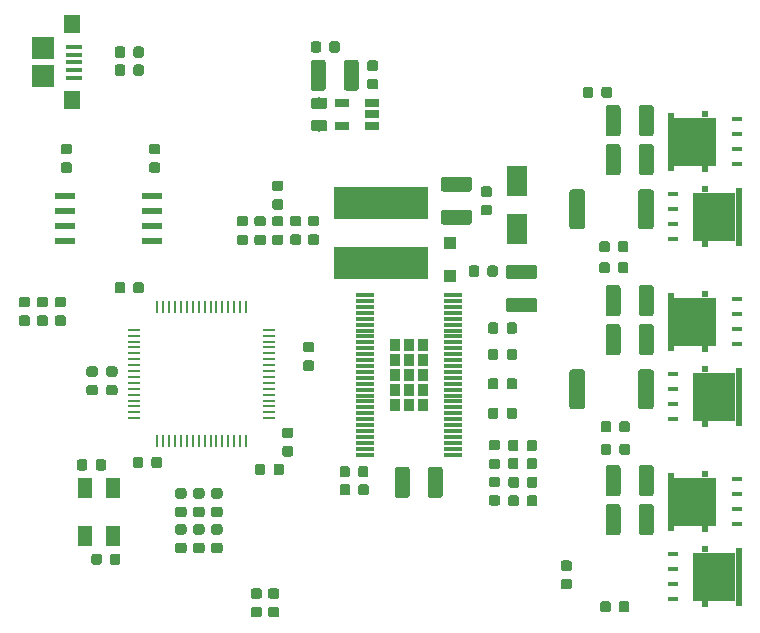
<source format=gbr>
G04 #@! TF.GenerationSoftware,KiCad,Pcbnew,5.0.2-bee76a0~70~ubuntu18.04.1*
G04 #@! TF.CreationDate,2019-03-01T11:09:08-06:00*
G04 #@! TF.ProjectId,MotorDriverXL,4d6f746f-7244-4726-9976-6572584c2e6b,V1.0*
G04 #@! TF.SameCoordinates,Original*
G04 #@! TF.FileFunction,Paste,Top*
G04 #@! TF.FilePolarity,Positive*
%FSLAX46Y46*%
G04 Gerber Fmt 4.6, Leading zero omitted, Abs format (unit mm)*
G04 Created by KiCad (PCBNEW 5.0.2-bee76a0~70~ubuntu18.04.1) date Fri 01 Mar 2019 11:09:08 AM CST*
%MOMM*%
%LPD*%
G01*
G04 APERTURE LIST*
%ADD10R,1.100000X1.100000*%
%ADD11C,0.100000*%
%ADD12C,0.875000*%
%ADD13R,3.630000X4.061000*%
%ADD14R,0.610000X0.595000*%
%ADD15R,0.510000X5.000000*%
%ADD16R,0.820000X0.410000*%
%ADD17R,1.700000X2.500000*%
%ADD18R,1.200000X1.800000*%
%ADD19C,1.250000*%
%ADD20C,0.975000*%
%ADD21R,0.250000X1.000000*%
%ADD22R,1.000000X0.250000*%
%ADD23R,0.960000X1.030000*%
%ADD24R,1.550000X0.300000*%
%ADD25R,1.750000X0.550000*%
%ADD26R,1.220000X0.650000*%
%ADD27C,1.350000*%
%ADD28R,1.350000X0.400000*%
%ADD29R,1.400000X1.600000*%
%ADD30R,1.900000X1.900000*%
%ADD31R,8.000000X2.700000*%
G04 APERTURE END LIST*
D10*
G04 #@! TO.C,D1*
X140843000Y-86255400D03*
X140843000Y-89055400D03*
G04 #@! TD*
D11*
G04 #@! TO.C,C42*
G36*
X124686891Y-117114853D02*
X124708126Y-117118003D01*
X124728950Y-117123219D01*
X124749162Y-117130451D01*
X124768568Y-117139630D01*
X124786981Y-117150666D01*
X124804224Y-117163454D01*
X124820130Y-117177870D01*
X124834546Y-117193776D01*
X124847334Y-117211019D01*
X124858370Y-117229432D01*
X124867549Y-117248838D01*
X124874781Y-117269050D01*
X124879997Y-117289874D01*
X124883147Y-117311109D01*
X124884200Y-117332550D01*
X124884200Y-117770050D01*
X124883147Y-117791491D01*
X124879997Y-117812726D01*
X124874781Y-117833550D01*
X124867549Y-117853762D01*
X124858370Y-117873168D01*
X124847334Y-117891581D01*
X124834546Y-117908824D01*
X124820130Y-117924730D01*
X124804224Y-117939146D01*
X124786981Y-117951934D01*
X124768568Y-117962970D01*
X124749162Y-117972149D01*
X124728950Y-117979381D01*
X124708126Y-117984597D01*
X124686891Y-117987747D01*
X124665450Y-117988800D01*
X124152950Y-117988800D01*
X124131509Y-117987747D01*
X124110274Y-117984597D01*
X124089450Y-117979381D01*
X124069238Y-117972149D01*
X124049832Y-117962970D01*
X124031419Y-117951934D01*
X124014176Y-117939146D01*
X123998270Y-117924730D01*
X123983854Y-117908824D01*
X123971066Y-117891581D01*
X123960030Y-117873168D01*
X123950851Y-117853762D01*
X123943619Y-117833550D01*
X123938403Y-117812726D01*
X123935253Y-117791491D01*
X123934200Y-117770050D01*
X123934200Y-117332550D01*
X123935253Y-117311109D01*
X123938403Y-117289874D01*
X123943619Y-117269050D01*
X123950851Y-117248838D01*
X123960030Y-117229432D01*
X123971066Y-117211019D01*
X123983854Y-117193776D01*
X123998270Y-117177870D01*
X124014176Y-117163454D01*
X124031419Y-117150666D01*
X124049832Y-117139630D01*
X124069238Y-117130451D01*
X124089450Y-117123219D01*
X124110274Y-117118003D01*
X124131509Y-117114853D01*
X124152950Y-117113800D01*
X124665450Y-117113800D01*
X124686891Y-117114853D01*
X124686891Y-117114853D01*
G37*
D12*
X124409200Y-117551300D03*
D11*
G36*
X124686891Y-115539853D02*
X124708126Y-115543003D01*
X124728950Y-115548219D01*
X124749162Y-115555451D01*
X124768568Y-115564630D01*
X124786981Y-115575666D01*
X124804224Y-115588454D01*
X124820130Y-115602870D01*
X124834546Y-115618776D01*
X124847334Y-115636019D01*
X124858370Y-115654432D01*
X124867549Y-115673838D01*
X124874781Y-115694050D01*
X124879997Y-115714874D01*
X124883147Y-115736109D01*
X124884200Y-115757550D01*
X124884200Y-116195050D01*
X124883147Y-116216491D01*
X124879997Y-116237726D01*
X124874781Y-116258550D01*
X124867549Y-116278762D01*
X124858370Y-116298168D01*
X124847334Y-116316581D01*
X124834546Y-116333824D01*
X124820130Y-116349730D01*
X124804224Y-116364146D01*
X124786981Y-116376934D01*
X124768568Y-116387970D01*
X124749162Y-116397149D01*
X124728950Y-116404381D01*
X124708126Y-116409597D01*
X124686891Y-116412747D01*
X124665450Y-116413800D01*
X124152950Y-116413800D01*
X124131509Y-116412747D01*
X124110274Y-116409597D01*
X124089450Y-116404381D01*
X124069238Y-116397149D01*
X124049832Y-116387970D01*
X124031419Y-116376934D01*
X124014176Y-116364146D01*
X123998270Y-116349730D01*
X123983854Y-116333824D01*
X123971066Y-116316581D01*
X123960030Y-116298168D01*
X123950851Y-116278762D01*
X123943619Y-116258550D01*
X123938403Y-116237726D01*
X123935253Y-116216491D01*
X123934200Y-116195050D01*
X123934200Y-115757550D01*
X123935253Y-115736109D01*
X123938403Y-115714874D01*
X123943619Y-115694050D01*
X123950851Y-115673838D01*
X123960030Y-115654432D01*
X123971066Y-115636019D01*
X123983854Y-115618776D01*
X123998270Y-115602870D01*
X124014176Y-115588454D01*
X124031419Y-115575666D01*
X124049832Y-115564630D01*
X124069238Y-115555451D01*
X124089450Y-115548219D01*
X124110274Y-115543003D01*
X124131509Y-115539853D01*
X124152950Y-115538800D01*
X124665450Y-115538800D01*
X124686891Y-115539853D01*
X124686891Y-115539853D01*
G37*
D12*
X124409200Y-115976300D03*
G04 #@! TD*
D11*
G04 #@! TO.C,R34*
G36*
X126164492Y-115533452D02*
X126185727Y-115536602D01*
X126206551Y-115541818D01*
X126226763Y-115549050D01*
X126246169Y-115558229D01*
X126264582Y-115569265D01*
X126281825Y-115582053D01*
X126297731Y-115596469D01*
X126312147Y-115612375D01*
X126324935Y-115629618D01*
X126335971Y-115648031D01*
X126345150Y-115667437D01*
X126352382Y-115687649D01*
X126357598Y-115708473D01*
X126360748Y-115729708D01*
X126361801Y-115751149D01*
X126361801Y-116188649D01*
X126360748Y-116210090D01*
X126357598Y-116231325D01*
X126352382Y-116252149D01*
X126345150Y-116272361D01*
X126335971Y-116291767D01*
X126324935Y-116310180D01*
X126312147Y-116327423D01*
X126297731Y-116343329D01*
X126281825Y-116357745D01*
X126264582Y-116370533D01*
X126246169Y-116381569D01*
X126226763Y-116390748D01*
X126206551Y-116397980D01*
X126185727Y-116403196D01*
X126164492Y-116406346D01*
X126143051Y-116407399D01*
X125630551Y-116407399D01*
X125609110Y-116406346D01*
X125587875Y-116403196D01*
X125567051Y-116397980D01*
X125546839Y-116390748D01*
X125527433Y-116381569D01*
X125509020Y-116370533D01*
X125491777Y-116357745D01*
X125475871Y-116343329D01*
X125461455Y-116327423D01*
X125448667Y-116310180D01*
X125437631Y-116291767D01*
X125428452Y-116272361D01*
X125421220Y-116252149D01*
X125416004Y-116231325D01*
X125412854Y-116210090D01*
X125411801Y-116188649D01*
X125411801Y-115751149D01*
X125412854Y-115729708D01*
X125416004Y-115708473D01*
X125421220Y-115687649D01*
X125428452Y-115667437D01*
X125437631Y-115648031D01*
X125448667Y-115629618D01*
X125461455Y-115612375D01*
X125475871Y-115596469D01*
X125491777Y-115582053D01*
X125509020Y-115569265D01*
X125527433Y-115558229D01*
X125546839Y-115549050D01*
X125567051Y-115541818D01*
X125587875Y-115536602D01*
X125609110Y-115533452D01*
X125630551Y-115532399D01*
X126143051Y-115532399D01*
X126164492Y-115533452D01*
X126164492Y-115533452D01*
G37*
D12*
X125886801Y-115969899D03*
D11*
G36*
X126164492Y-117108452D02*
X126185727Y-117111602D01*
X126206551Y-117116818D01*
X126226763Y-117124050D01*
X126246169Y-117133229D01*
X126264582Y-117144265D01*
X126281825Y-117157053D01*
X126297731Y-117171469D01*
X126312147Y-117187375D01*
X126324935Y-117204618D01*
X126335971Y-117223031D01*
X126345150Y-117242437D01*
X126352382Y-117262649D01*
X126357598Y-117283473D01*
X126360748Y-117304708D01*
X126361801Y-117326149D01*
X126361801Y-117763649D01*
X126360748Y-117785090D01*
X126357598Y-117806325D01*
X126352382Y-117827149D01*
X126345150Y-117847361D01*
X126335971Y-117866767D01*
X126324935Y-117885180D01*
X126312147Y-117902423D01*
X126297731Y-117918329D01*
X126281825Y-117932745D01*
X126264582Y-117945533D01*
X126246169Y-117956569D01*
X126226763Y-117965748D01*
X126206551Y-117972980D01*
X126185727Y-117978196D01*
X126164492Y-117981346D01*
X126143051Y-117982399D01*
X125630551Y-117982399D01*
X125609110Y-117981346D01*
X125587875Y-117978196D01*
X125567051Y-117972980D01*
X125546839Y-117965748D01*
X125527433Y-117956569D01*
X125509020Y-117945533D01*
X125491777Y-117932745D01*
X125475871Y-117918329D01*
X125461455Y-117902423D01*
X125448667Y-117885180D01*
X125437631Y-117866767D01*
X125428452Y-117847361D01*
X125421220Y-117827149D01*
X125416004Y-117806325D01*
X125412854Y-117785090D01*
X125411801Y-117763649D01*
X125411801Y-117326149D01*
X125412854Y-117304708D01*
X125416004Y-117283473D01*
X125421220Y-117262649D01*
X125428452Y-117242437D01*
X125437631Y-117223031D01*
X125448667Y-117204618D01*
X125461455Y-117187375D01*
X125475871Y-117171469D01*
X125491777Y-117157053D01*
X125509020Y-117144265D01*
X125527433Y-117133229D01*
X125546839Y-117124050D01*
X125567051Y-117116818D01*
X125587875Y-117111602D01*
X125609110Y-117108452D01*
X125630551Y-117107399D01*
X126143051Y-117107399D01*
X126164492Y-117108452D01*
X126164492Y-117108452D01*
G37*
D12*
X125886801Y-117544899D03*
G04 #@! TD*
D11*
G04 #@! TO.C,TH1*
G36*
X150950491Y-113177653D02*
X150971726Y-113180803D01*
X150992550Y-113186019D01*
X151012762Y-113193251D01*
X151032168Y-113202430D01*
X151050581Y-113213466D01*
X151067824Y-113226254D01*
X151083730Y-113240670D01*
X151098146Y-113256576D01*
X151110934Y-113273819D01*
X151121970Y-113292232D01*
X151131149Y-113311638D01*
X151138381Y-113331850D01*
X151143597Y-113352674D01*
X151146747Y-113373909D01*
X151147800Y-113395350D01*
X151147800Y-113832850D01*
X151146747Y-113854291D01*
X151143597Y-113875526D01*
X151138381Y-113896350D01*
X151131149Y-113916562D01*
X151121970Y-113935968D01*
X151110934Y-113954381D01*
X151098146Y-113971624D01*
X151083730Y-113987530D01*
X151067824Y-114001946D01*
X151050581Y-114014734D01*
X151032168Y-114025770D01*
X151012762Y-114034949D01*
X150992550Y-114042181D01*
X150971726Y-114047397D01*
X150950491Y-114050547D01*
X150929050Y-114051600D01*
X150416550Y-114051600D01*
X150395109Y-114050547D01*
X150373874Y-114047397D01*
X150353050Y-114042181D01*
X150332838Y-114034949D01*
X150313432Y-114025770D01*
X150295019Y-114014734D01*
X150277776Y-114001946D01*
X150261870Y-113987530D01*
X150247454Y-113971624D01*
X150234666Y-113954381D01*
X150223630Y-113935968D01*
X150214451Y-113916562D01*
X150207219Y-113896350D01*
X150202003Y-113875526D01*
X150198853Y-113854291D01*
X150197800Y-113832850D01*
X150197800Y-113395350D01*
X150198853Y-113373909D01*
X150202003Y-113352674D01*
X150207219Y-113331850D01*
X150214451Y-113311638D01*
X150223630Y-113292232D01*
X150234666Y-113273819D01*
X150247454Y-113256576D01*
X150261870Y-113240670D01*
X150277776Y-113226254D01*
X150295019Y-113213466D01*
X150313432Y-113202430D01*
X150332838Y-113193251D01*
X150353050Y-113186019D01*
X150373874Y-113180803D01*
X150395109Y-113177653D01*
X150416550Y-113176600D01*
X150929050Y-113176600D01*
X150950491Y-113177653D01*
X150950491Y-113177653D01*
G37*
D12*
X150672800Y-113614100D03*
D11*
G36*
X150950491Y-114752653D02*
X150971726Y-114755803D01*
X150992550Y-114761019D01*
X151012762Y-114768251D01*
X151032168Y-114777430D01*
X151050581Y-114788466D01*
X151067824Y-114801254D01*
X151083730Y-114815670D01*
X151098146Y-114831576D01*
X151110934Y-114848819D01*
X151121970Y-114867232D01*
X151131149Y-114886638D01*
X151138381Y-114906850D01*
X151143597Y-114927674D01*
X151146747Y-114948909D01*
X151147800Y-114970350D01*
X151147800Y-115407850D01*
X151146747Y-115429291D01*
X151143597Y-115450526D01*
X151138381Y-115471350D01*
X151131149Y-115491562D01*
X151121970Y-115510968D01*
X151110934Y-115529381D01*
X151098146Y-115546624D01*
X151083730Y-115562530D01*
X151067824Y-115576946D01*
X151050581Y-115589734D01*
X151032168Y-115600770D01*
X151012762Y-115609949D01*
X150992550Y-115617181D01*
X150971726Y-115622397D01*
X150950491Y-115625547D01*
X150929050Y-115626600D01*
X150416550Y-115626600D01*
X150395109Y-115625547D01*
X150373874Y-115622397D01*
X150353050Y-115617181D01*
X150332838Y-115609949D01*
X150313432Y-115600770D01*
X150295019Y-115589734D01*
X150277776Y-115576946D01*
X150261870Y-115562530D01*
X150247454Y-115546624D01*
X150234666Y-115529381D01*
X150223630Y-115510968D01*
X150214451Y-115491562D01*
X150207219Y-115471350D01*
X150202003Y-115450526D01*
X150198853Y-115429291D01*
X150197800Y-115407850D01*
X150197800Y-114970350D01*
X150198853Y-114948909D01*
X150202003Y-114927674D01*
X150207219Y-114906850D01*
X150214451Y-114886638D01*
X150223630Y-114867232D01*
X150234666Y-114848819D01*
X150247454Y-114831576D01*
X150261870Y-114815670D01*
X150277776Y-114801254D01*
X150295019Y-114788466D01*
X150313432Y-114777430D01*
X150332838Y-114768251D01*
X150353050Y-114761019D01*
X150373874Y-114755803D01*
X150395109Y-114752653D01*
X150416550Y-114751600D01*
X150929050Y-114751600D01*
X150950491Y-114752653D01*
X150950491Y-114752653D01*
G37*
D12*
X150672800Y-115189100D03*
G04 #@! TD*
D13*
G04 #@! TO.C,Q1*
X161582200Y-77724000D03*
D14*
X162382200Y-80052000D03*
X162382200Y-75396000D03*
D15*
X159512200Y-77724000D03*
D16*
X165098200Y-79629000D03*
X165098200Y-78359000D03*
X165098200Y-77089000D03*
X165098200Y-75819000D03*
G04 #@! TD*
D17*
G04 #@! TO.C,D2*
X146456400Y-81083400D03*
X146456400Y-85083400D03*
G04 #@! TD*
D11*
G04 #@! TO.C,C41*
G36*
X144854491Y-107653353D02*
X144875726Y-107656503D01*
X144896550Y-107661719D01*
X144916762Y-107668951D01*
X144936168Y-107678130D01*
X144954581Y-107689166D01*
X144971824Y-107701954D01*
X144987730Y-107716370D01*
X145002146Y-107732276D01*
X145014934Y-107749519D01*
X145025970Y-107767932D01*
X145035149Y-107787338D01*
X145042381Y-107807550D01*
X145047597Y-107828374D01*
X145050747Y-107849609D01*
X145051800Y-107871050D01*
X145051800Y-108308550D01*
X145050747Y-108329991D01*
X145047597Y-108351226D01*
X145042381Y-108372050D01*
X145035149Y-108392262D01*
X145025970Y-108411668D01*
X145014934Y-108430081D01*
X145002146Y-108447324D01*
X144987730Y-108463230D01*
X144971824Y-108477646D01*
X144954581Y-108490434D01*
X144936168Y-108501470D01*
X144916762Y-108510649D01*
X144896550Y-108517881D01*
X144875726Y-108523097D01*
X144854491Y-108526247D01*
X144833050Y-108527300D01*
X144320550Y-108527300D01*
X144299109Y-108526247D01*
X144277874Y-108523097D01*
X144257050Y-108517881D01*
X144236838Y-108510649D01*
X144217432Y-108501470D01*
X144199019Y-108490434D01*
X144181776Y-108477646D01*
X144165870Y-108463230D01*
X144151454Y-108447324D01*
X144138666Y-108430081D01*
X144127630Y-108411668D01*
X144118451Y-108392262D01*
X144111219Y-108372050D01*
X144106003Y-108351226D01*
X144102853Y-108329991D01*
X144101800Y-108308550D01*
X144101800Y-107871050D01*
X144102853Y-107849609D01*
X144106003Y-107828374D01*
X144111219Y-107807550D01*
X144118451Y-107787338D01*
X144127630Y-107767932D01*
X144138666Y-107749519D01*
X144151454Y-107732276D01*
X144165870Y-107716370D01*
X144181776Y-107701954D01*
X144199019Y-107689166D01*
X144217432Y-107678130D01*
X144236838Y-107668951D01*
X144257050Y-107661719D01*
X144277874Y-107656503D01*
X144299109Y-107653353D01*
X144320550Y-107652300D01*
X144833050Y-107652300D01*
X144854491Y-107653353D01*
X144854491Y-107653353D01*
G37*
D12*
X144576800Y-108089800D03*
D11*
G36*
X144854491Y-106078353D02*
X144875726Y-106081503D01*
X144896550Y-106086719D01*
X144916762Y-106093951D01*
X144936168Y-106103130D01*
X144954581Y-106114166D01*
X144971824Y-106126954D01*
X144987730Y-106141370D01*
X145002146Y-106157276D01*
X145014934Y-106174519D01*
X145025970Y-106192932D01*
X145035149Y-106212338D01*
X145042381Y-106232550D01*
X145047597Y-106253374D01*
X145050747Y-106274609D01*
X145051800Y-106296050D01*
X145051800Y-106733550D01*
X145050747Y-106754991D01*
X145047597Y-106776226D01*
X145042381Y-106797050D01*
X145035149Y-106817262D01*
X145025970Y-106836668D01*
X145014934Y-106855081D01*
X145002146Y-106872324D01*
X144987730Y-106888230D01*
X144971824Y-106902646D01*
X144954581Y-106915434D01*
X144936168Y-106926470D01*
X144916762Y-106935649D01*
X144896550Y-106942881D01*
X144875726Y-106948097D01*
X144854491Y-106951247D01*
X144833050Y-106952300D01*
X144320550Y-106952300D01*
X144299109Y-106951247D01*
X144277874Y-106948097D01*
X144257050Y-106942881D01*
X144236838Y-106935649D01*
X144217432Y-106926470D01*
X144199019Y-106915434D01*
X144181776Y-106902646D01*
X144165870Y-106888230D01*
X144151454Y-106872324D01*
X144138666Y-106855081D01*
X144127630Y-106836668D01*
X144118451Y-106817262D01*
X144111219Y-106797050D01*
X144106003Y-106776226D01*
X144102853Y-106754991D01*
X144101800Y-106733550D01*
X144101800Y-106296050D01*
X144102853Y-106274609D01*
X144106003Y-106253374D01*
X144111219Y-106232550D01*
X144118451Y-106212338D01*
X144127630Y-106192932D01*
X144138666Y-106174519D01*
X144151454Y-106157276D01*
X144165870Y-106141370D01*
X144181776Y-106126954D01*
X144199019Y-106114166D01*
X144217432Y-106103130D01*
X144236838Y-106093951D01*
X144257050Y-106086719D01*
X144277874Y-106081503D01*
X144299109Y-106078353D01*
X144320550Y-106077300D01*
X144833050Y-106077300D01*
X144854491Y-106078353D01*
X144854491Y-106078353D01*
G37*
D12*
X144576800Y-106514800D03*
G04 #@! TD*
D11*
G04 #@! TO.C,C40*
G36*
X144854491Y-104554553D02*
X144875726Y-104557703D01*
X144896550Y-104562919D01*
X144916762Y-104570151D01*
X144936168Y-104579330D01*
X144954581Y-104590366D01*
X144971824Y-104603154D01*
X144987730Y-104617570D01*
X145002146Y-104633476D01*
X145014934Y-104650719D01*
X145025970Y-104669132D01*
X145035149Y-104688538D01*
X145042381Y-104708750D01*
X145047597Y-104729574D01*
X145050747Y-104750809D01*
X145051800Y-104772250D01*
X145051800Y-105209750D01*
X145050747Y-105231191D01*
X145047597Y-105252426D01*
X145042381Y-105273250D01*
X145035149Y-105293462D01*
X145025970Y-105312868D01*
X145014934Y-105331281D01*
X145002146Y-105348524D01*
X144987730Y-105364430D01*
X144971824Y-105378846D01*
X144954581Y-105391634D01*
X144936168Y-105402670D01*
X144916762Y-105411849D01*
X144896550Y-105419081D01*
X144875726Y-105424297D01*
X144854491Y-105427447D01*
X144833050Y-105428500D01*
X144320550Y-105428500D01*
X144299109Y-105427447D01*
X144277874Y-105424297D01*
X144257050Y-105419081D01*
X144236838Y-105411849D01*
X144217432Y-105402670D01*
X144199019Y-105391634D01*
X144181776Y-105378846D01*
X144165870Y-105364430D01*
X144151454Y-105348524D01*
X144138666Y-105331281D01*
X144127630Y-105312868D01*
X144118451Y-105293462D01*
X144111219Y-105273250D01*
X144106003Y-105252426D01*
X144102853Y-105231191D01*
X144101800Y-105209750D01*
X144101800Y-104772250D01*
X144102853Y-104750809D01*
X144106003Y-104729574D01*
X144111219Y-104708750D01*
X144118451Y-104688538D01*
X144127630Y-104669132D01*
X144138666Y-104650719D01*
X144151454Y-104633476D01*
X144165870Y-104617570D01*
X144181776Y-104603154D01*
X144199019Y-104590366D01*
X144217432Y-104579330D01*
X144236838Y-104570151D01*
X144257050Y-104562919D01*
X144277874Y-104557703D01*
X144299109Y-104554553D01*
X144320550Y-104553500D01*
X144833050Y-104553500D01*
X144854491Y-104554553D01*
X144854491Y-104554553D01*
G37*
D12*
X144576800Y-104991000D03*
D11*
G36*
X144854491Y-102979553D02*
X144875726Y-102982703D01*
X144896550Y-102987919D01*
X144916762Y-102995151D01*
X144936168Y-103004330D01*
X144954581Y-103015366D01*
X144971824Y-103028154D01*
X144987730Y-103042570D01*
X145002146Y-103058476D01*
X145014934Y-103075719D01*
X145025970Y-103094132D01*
X145035149Y-103113538D01*
X145042381Y-103133750D01*
X145047597Y-103154574D01*
X145050747Y-103175809D01*
X145051800Y-103197250D01*
X145051800Y-103634750D01*
X145050747Y-103656191D01*
X145047597Y-103677426D01*
X145042381Y-103698250D01*
X145035149Y-103718462D01*
X145025970Y-103737868D01*
X145014934Y-103756281D01*
X145002146Y-103773524D01*
X144987730Y-103789430D01*
X144971824Y-103803846D01*
X144954581Y-103816634D01*
X144936168Y-103827670D01*
X144916762Y-103836849D01*
X144896550Y-103844081D01*
X144875726Y-103849297D01*
X144854491Y-103852447D01*
X144833050Y-103853500D01*
X144320550Y-103853500D01*
X144299109Y-103852447D01*
X144277874Y-103849297D01*
X144257050Y-103844081D01*
X144236838Y-103836849D01*
X144217432Y-103827670D01*
X144199019Y-103816634D01*
X144181776Y-103803846D01*
X144165870Y-103789430D01*
X144151454Y-103773524D01*
X144138666Y-103756281D01*
X144127630Y-103737868D01*
X144118451Y-103718462D01*
X144111219Y-103698250D01*
X144106003Y-103677426D01*
X144102853Y-103656191D01*
X144101800Y-103634750D01*
X144101800Y-103197250D01*
X144102853Y-103175809D01*
X144106003Y-103154574D01*
X144111219Y-103133750D01*
X144118451Y-103113538D01*
X144127630Y-103094132D01*
X144138666Y-103075719D01*
X144151454Y-103058476D01*
X144165870Y-103042570D01*
X144181776Y-103028154D01*
X144199019Y-103015366D01*
X144217432Y-103004330D01*
X144236838Y-102995151D01*
X144257050Y-102987919D01*
X144277874Y-102982703D01*
X144299109Y-102979553D01*
X144320550Y-102978500D01*
X144833050Y-102978500D01*
X144854491Y-102979553D01*
X144854491Y-102979553D01*
G37*
D12*
X144576800Y-103416000D03*
G04 #@! TD*
D11*
G04 #@! TO.C,C39*
G36*
X112469491Y-98318853D02*
X112490726Y-98322003D01*
X112511550Y-98327219D01*
X112531762Y-98334451D01*
X112551168Y-98343630D01*
X112569581Y-98354666D01*
X112586824Y-98367454D01*
X112602730Y-98381870D01*
X112617146Y-98397776D01*
X112629934Y-98415019D01*
X112640970Y-98433432D01*
X112650149Y-98452838D01*
X112657381Y-98473050D01*
X112662597Y-98493874D01*
X112665747Y-98515109D01*
X112666800Y-98536550D01*
X112666800Y-98974050D01*
X112665747Y-98995491D01*
X112662597Y-99016726D01*
X112657381Y-99037550D01*
X112650149Y-99057762D01*
X112640970Y-99077168D01*
X112629934Y-99095581D01*
X112617146Y-99112824D01*
X112602730Y-99128730D01*
X112586824Y-99143146D01*
X112569581Y-99155934D01*
X112551168Y-99166970D01*
X112531762Y-99176149D01*
X112511550Y-99183381D01*
X112490726Y-99188597D01*
X112469491Y-99191747D01*
X112448050Y-99192800D01*
X111935550Y-99192800D01*
X111914109Y-99191747D01*
X111892874Y-99188597D01*
X111872050Y-99183381D01*
X111851838Y-99176149D01*
X111832432Y-99166970D01*
X111814019Y-99155934D01*
X111796776Y-99143146D01*
X111780870Y-99128730D01*
X111766454Y-99112824D01*
X111753666Y-99095581D01*
X111742630Y-99077168D01*
X111733451Y-99057762D01*
X111726219Y-99037550D01*
X111721003Y-99016726D01*
X111717853Y-98995491D01*
X111716800Y-98974050D01*
X111716800Y-98536550D01*
X111717853Y-98515109D01*
X111721003Y-98493874D01*
X111726219Y-98473050D01*
X111733451Y-98452838D01*
X111742630Y-98433432D01*
X111753666Y-98415019D01*
X111766454Y-98397776D01*
X111780870Y-98381870D01*
X111796776Y-98367454D01*
X111814019Y-98354666D01*
X111832432Y-98343630D01*
X111851838Y-98334451D01*
X111872050Y-98327219D01*
X111892874Y-98322003D01*
X111914109Y-98318853D01*
X111935550Y-98317800D01*
X112448050Y-98317800D01*
X112469491Y-98318853D01*
X112469491Y-98318853D01*
G37*
D12*
X112191800Y-98755300D03*
D11*
G36*
X112469491Y-96743853D02*
X112490726Y-96747003D01*
X112511550Y-96752219D01*
X112531762Y-96759451D01*
X112551168Y-96768630D01*
X112569581Y-96779666D01*
X112586824Y-96792454D01*
X112602730Y-96806870D01*
X112617146Y-96822776D01*
X112629934Y-96840019D01*
X112640970Y-96858432D01*
X112650149Y-96877838D01*
X112657381Y-96898050D01*
X112662597Y-96918874D01*
X112665747Y-96940109D01*
X112666800Y-96961550D01*
X112666800Y-97399050D01*
X112665747Y-97420491D01*
X112662597Y-97441726D01*
X112657381Y-97462550D01*
X112650149Y-97482762D01*
X112640970Y-97502168D01*
X112629934Y-97520581D01*
X112617146Y-97537824D01*
X112602730Y-97553730D01*
X112586824Y-97568146D01*
X112569581Y-97580934D01*
X112551168Y-97591970D01*
X112531762Y-97601149D01*
X112511550Y-97608381D01*
X112490726Y-97613597D01*
X112469491Y-97616747D01*
X112448050Y-97617800D01*
X111935550Y-97617800D01*
X111914109Y-97616747D01*
X111892874Y-97613597D01*
X111872050Y-97608381D01*
X111851838Y-97601149D01*
X111832432Y-97591970D01*
X111814019Y-97580934D01*
X111796776Y-97568146D01*
X111780870Y-97553730D01*
X111766454Y-97537824D01*
X111753666Y-97520581D01*
X111742630Y-97502168D01*
X111733451Y-97482762D01*
X111726219Y-97462550D01*
X111721003Y-97441726D01*
X111717853Y-97420491D01*
X111716800Y-97399050D01*
X111716800Y-96961550D01*
X111717853Y-96940109D01*
X111721003Y-96918874D01*
X111726219Y-96898050D01*
X111733451Y-96877838D01*
X111742630Y-96858432D01*
X111753666Y-96840019D01*
X111766454Y-96822776D01*
X111780870Y-96806870D01*
X111796776Y-96792454D01*
X111814019Y-96779666D01*
X111832432Y-96768630D01*
X111851838Y-96759451D01*
X111872050Y-96752219D01*
X111892874Y-96747003D01*
X111914109Y-96743853D01*
X111935550Y-96742800D01*
X112448050Y-96742800D01*
X112469491Y-96743853D01*
X112469491Y-96743853D01*
G37*
D12*
X112191800Y-97180300D03*
G04 #@! TD*
D11*
G04 #@! TO.C,C37*
G36*
X126554491Y-104986853D02*
X126575726Y-104990003D01*
X126596550Y-104995219D01*
X126616762Y-105002451D01*
X126636168Y-105011630D01*
X126654581Y-105022666D01*
X126671824Y-105035454D01*
X126687730Y-105049870D01*
X126702146Y-105065776D01*
X126714934Y-105083019D01*
X126725970Y-105101432D01*
X126735149Y-105120838D01*
X126742381Y-105141050D01*
X126747597Y-105161874D01*
X126750747Y-105183109D01*
X126751800Y-105204550D01*
X126751800Y-105717050D01*
X126750747Y-105738491D01*
X126747597Y-105759726D01*
X126742381Y-105780550D01*
X126735149Y-105800762D01*
X126725970Y-105820168D01*
X126714934Y-105838581D01*
X126702146Y-105855824D01*
X126687730Y-105871730D01*
X126671824Y-105886146D01*
X126654581Y-105898934D01*
X126636168Y-105909970D01*
X126616762Y-105919149D01*
X126596550Y-105926381D01*
X126575726Y-105931597D01*
X126554491Y-105934747D01*
X126533050Y-105935800D01*
X126095550Y-105935800D01*
X126074109Y-105934747D01*
X126052874Y-105931597D01*
X126032050Y-105926381D01*
X126011838Y-105919149D01*
X125992432Y-105909970D01*
X125974019Y-105898934D01*
X125956776Y-105886146D01*
X125940870Y-105871730D01*
X125926454Y-105855824D01*
X125913666Y-105838581D01*
X125902630Y-105820168D01*
X125893451Y-105800762D01*
X125886219Y-105780550D01*
X125881003Y-105759726D01*
X125877853Y-105738491D01*
X125876800Y-105717050D01*
X125876800Y-105204550D01*
X125877853Y-105183109D01*
X125881003Y-105161874D01*
X125886219Y-105141050D01*
X125893451Y-105120838D01*
X125902630Y-105101432D01*
X125913666Y-105083019D01*
X125926454Y-105065776D01*
X125940870Y-105049870D01*
X125956776Y-105035454D01*
X125974019Y-105022666D01*
X125992432Y-105011630D01*
X126011838Y-105002451D01*
X126032050Y-104995219D01*
X126052874Y-104990003D01*
X126074109Y-104986853D01*
X126095550Y-104985800D01*
X126533050Y-104985800D01*
X126554491Y-104986853D01*
X126554491Y-104986853D01*
G37*
D12*
X126314300Y-105460800D03*
D11*
G36*
X124979491Y-104986853D02*
X125000726Y-104990003D01*
X125021550Y-104995219D01*
X125041762Y-105002451D01*
X125061168Y-105011630D01*
X125079581Y-105022666D01*
X125096824Y-105035454D01*
X125112730Y-105049870D01*
X125127146Y-105065776D01*
X125139934Y-105083019D01*
X125150970Y-105101432D01*
X125160149Y-105120838D01*
X125167381Y-105141050D01*
X125172597Y-105161874D01*
X125175747Y-105183109D01*
X125176800Y-105204550D01*
X125176800Y-105717050D01*
X125175747Y-105738491D01*
X125172597Y-105759726D01*
X125167381Y-105780550D01*
X125160149Y-105800762D01*
X125150970Y-105820168D01*
X125139934Y-105838581D01*
X125127146Y-105855824D01*
X125112730Y-105871730D01*
X125096824Y-105886146D01*
X125079581Y-105898934D01*
X125061168Y-105909970D01*
X125041762Y-105919149D01*
X125021550Y-105926381D01*
X125000726Y-105931597D01*
X124979491Y-105934747D01*
X124958050Y-105935800D01*
X124520550Y-105935800D01*
X124499109Y-105934747D01*
X124477874Y-105931597D01*
X124457050Y-105926381D01*
X124436838Y-105919149D01*
X124417432Y-105909970D01*
X124399019Y-105898934D01*
X124381776Y-105886146D01*
X124365870Y-105871730D01*
X124351454Y-105855824D01*
X124338666Y-105838581D01*
X124327630Y-105820168D01*
X124318451Y-105800762D01*
X124311219Y-105780550D01*
X124306003Y-105759726D01*
X124302853Y-105738491D01*
X124301800Y-105717050D01*
X124301800Y-105204550D01*
X124302853Y-105183109D01*
X124306003Y-105161874D01*
X124311219Y-105141050D01*
X124318451Y-105120838D01*
X124327630Y-105101432D01*
X124338666Y-105083019D01*
X124351454Y-105065776D01*
X124365870Y-105049870D01*
X124381776Y-105035454D01*
X124399019Y-105022666D01*
X124417432Y-105011630D01*
X124436838Y-105002451D01*
X124457050Y-104995219D01*
X124477874Y-104990003D01*
X124499109Y-104986853D01*
X124520550Y-104985800D01*
X124958050Y-104985800D01*
X124979491Y-104986853D01*
X124979491Y-104986853D01*
G37*
D12*
X124739300Y-105460800D03*
G04 #@! TD*
D11*
G04 #@! TO.C,C35*
G36*
X110793091Y-98318853D02*
X110814326Y-98322003D01*
X110835150Y-98327219D01*
X110855362Y-98334451D01*
X110874768Y-98343630D01*
X110893181Y-98354666D01*
X110910424Y-98367454D01*
X110926330Y-98381870D01*
X110940746Y-98397776D01*
X110953534Y-98415019D01*
X110964570Y-98433432D01*
X110973749Y-98452838D01*
X110980981Y-98473050D01*
X110986197Y-98493874D01*
X110989347Y-98515109D01*
X110990400Y-98536550D01*
X110990400Y-98974050D01*
X110989347Y-98995491D01*
X110986197Y-99016726D01*
X110980981Y-99037550D01*
X110973749Y-99057762D01*
X110964570Y-99077168D01*
X110953534Y-99095581D01*
X110940746Y-99112824D01*
X110926330Y-99128730D01*
X110910424Y-99143146D01*
X110893181Y-99155934D01*
X110874768Y-99166970D01*
X110855362Y-99176149D01*
X110835150Y-99183381D01*
X110814326Y-99188597D01*
X110793091Y-99191747D01*
X110771650Y-99192800D01*
X110259150Y-99192800D01*
X110237709Y-99191747D01*
X110216474Y-99188597D01*
X110195650Y-99183381D01*
X110175438Y-99176149D01*
X110156032Y-99166970D01*
X110137619Y-99155934D01*
X110120376Y-99143146D01*
X110104470Y-99128730D01*
X110090054Y-99112824D01*
X110077266Y-99095581D01*
X110066230Y-99077168D01*
X110057051Y-99057762D01*
X110049819Y-99037550D01*
X110044603Y-99016726D01*
X110041453Y-98995491D01*
X110040400Y-98974050D01*
X110040400Y-98536550D01*
X110041453Y-98515109D01*
X110044603Y-98493874D01*
X110049819Y-98473050D01*
X110057051Y-98452838D01*
X110066230Y-98433432D01*
X110077266Y-98415019D01*
X110090054Y-98397776D01*
X110104470Y-98381870D01*
X110120376Y-98367454D01*
X110137619Y-98354666D01*
X110156032Y-98343630D01*
X110175438Y-98334451D01*
X110195650Y-98327219D01*
X110216474Y-98322003D01*
X110237709Y-98318853D01*
X110259150Y-98317800D01*
X110771650Y-98317800D01*
X110793091Y-98318853D01*
X110793091Y-98318853D01*
G37*
D12*
X110515400Y-98755300D03*
D11*
G36*
X110793091Y-96743853D02*
X110814326Y-96747003D01*
X110835150Y-96752219D01*
X110855362Y-96759451D01*
X110874768Y-96768630D01*
X110893181Y-96779666D01*
X110910424Y-96792454D01*
X110926330Y-96806870D01*
X110940746Y-96822776D01*
X110953534Y-96840019D01*
X110964570Y-96858432D01*
X110973749Y-96877838D01*
X110980981Y-96898050D01*
X110986197Y-96918874D01*
X110989347Y-96940109D01*
X110990400Y-96961550D01*
X110990400Y-97399050D01*
X110989347Y-97420491D01*
X110986197Y-97441726D01*
X110980981Y-97462550D01*
X110973749Y-97482762D01*
X110964570Y-97502168D01*
X110953534Y-97520581D01*
X110940746Y-97537824D01*
X110926330Y-97553730D01*
X110910424Y-97568146D01*
X110893181Y-97580934D01*
X110874768Y-97591970D01*
X110855362Y-97601149D01*
X110835150Y-97608381D01*
X110814326Y-97613597D01*
X110793091Y-97616747D01*
X110771650Y-97617800D01*
X110259150Y-97617800D01*
X110237709Y-97616747D01*
X110216474Y-97613597D01*
X110195650Y-97608381D01*
X110175438Y-97601149D01*
X110156032Y-97591970D01*
X110137619Y-97580934D01*
X110120376Y-97568146D01*
X110104470Y-97553730D01*
X110090054Y-97537824D01*
X110077266Y-97520581D01*
X110066230Y-97502168D01*
X110057051Y-97482762D01*
X110049819Y-97462550D01*
X110044603Y-97441726D01*
X110041453Y-97420491D01*
X110040400Y-97399050D01*
X110040400Y-96961550D01*
X110041453Y-96940109D01*
X110044603Y-96918874D01*
X110049819Y-96898050D01*
X110057051Y-96877838D01*
X110066230Y-96858432D01*
X110077266Y-96840019D01*
X110090054Y-96822776D01*
X110104470Y-96806870D01*
X110120376Y-96792454D01*
X110137619Y-96779666D01*
X110156032Y-96768630D01*
X110175438Y-96759451D01*
X110195650Y-96752219D01*
X110216474Y-96747003D01*
X110237709Y-96743853D01*
X110259150Y-96742800D01*
X110771650Y-96742800D01*
X110793091Y-96743853D01*
X110793091Y-96743853D01*
G37*
D12*
X110515400Y-97180300D03*
G04 #@! TD*
D11*
G04 #@! TO.C,C34*
G36*
X111491005Y-104610721D02*
X111512240Y-104613871D01*
X111533064Y-104619087D01*
X111553276Y-104626319D01*
X111572682Y-104635498D01*
X111591095Y-104646534D01*
X111608338Y-104659322D01*
X111624244Y-104673738D01*
X111638660Y-104689644D01*
X111651448Y-104706887D01*
X111662484Y-104725300D01*
X111671663Y-104744706D01*
X111678895Y-104764918D01*
X111684111Y-104785742D01*
X111687261Y-104806977D01*
X111688314Y-104828418D01*
X111688314Y-105340918D01*
X111687261Y-105362359D01*
X111684111Y-105383594D01*
X111678895Y-105404418D01*
X111671663Y-105424630D01*
X111662484Y-105444036D01*
X111651448Y-105462449D01*
X111638660Y-105479692D01*
X111624244Y-105495598D01*
X111608338Y-105510014D01*
X111591095Y-105522802D01*
X111572682Y-105533838D01*
X111553276Y-105543017D01*
X111533064Y-105550249D01*
X111512240Y-105555465D01*
X111491005Y-105558615D01*
X111469564Y-105559668D01*
X111032064Y-105559668D01*
X111010623Y-105558615D01*
X110989388Y-105555465D01*
X110968564Y-105550249D01*
X110948352Y-105543017D01*
X110928946Y-105533838D01*
X110910533Y-105522802D01*
X110893290Y-105510014D01*
X110877384Y-105495598D01*
X110862968Y-105479692D01*
X110850180Y-105462449D01*
X110839144Y-105444036D01*
X110829965Y-105424630D01*
X110822733Y-105404418D01*
X110817517Y-105383594D01*
X110814367Y-105362359D01*
X110813314Y-105340918D01*
X110813314Y-104828418D01*
X110814367Y-104806977D01*
X110817517Y-104785742D01*
X110822733Y-104764918D01*
X110829965Y-104744706D01*
X110839144Y-104725300D01*
X110850180Y-104706887D01*
X110862968Y-104689644D01*
X110877384Y-104673738D01*
X110893290Y-104659322D01*
X110910533Y-104646534D01*
X110928946Y-104635498D01*
X110948352Y-104626319D01*
X110968564Y-104619087D01*
X110989388Y-104613871D01*
X111010623Y-104610721D01*
X111032064Y-104609668D01*
X111469564Y-104609668D01*
X111491005Y-104610721D01*
X111491005Y-104610721D01*
G37*
D12*
X111250814Y-105084668D03*
D11*
G36*
X109916005Y-104610721D02*
X109937240Y-104613871D01*
X109958064Y-104619087D01*
X109978276Y-104626319D01*
X109997682Y-104635498D01*
X110016095Y-104646534D01*
X110033338Y-104659322D01*
X110049244Y-104673738D01*
X110063660Y-104689644D01*
X110076448Y-104706887D01*
X110087484Y-104725300D01*
X110096663Y-104744706D01*
X110103895Y-104764918D01*
X110109111Y-104785742D01*
X110112261Y-104806977D01*
X110113314Y-104828418D01*
X110113314Y-105340918D01*
X110112261Y-105362359D01*
X110109111Y-105383594D01*
X110103895Y-105404418D01*
X110096663Y-105424630D01*
X110087484Y-105444036D01*
X110076448Y-105462449D01*
X110063660Y-105479692D01*
X110049244Y-105495598D01*
X110033338Y-105510014D01*
X110016095Y-105522802D01*
X109997682Y-105533838D01*
X109978276Y-105543017D01*
X109958064Y-105550249D01*
X109937240Y-105555465D01*
X109916005Y-105558615D01*
X109894564Y-105559668D01*
X109457064Y-105559668D01*
X109435623Y-105558615D01*
X109414388Y-105555465D01*
X109393564Y-105550249D01*
X109373352Y-105543017D01*
X109353946Y-105533838D01*
X109335533Y-105522802D01*
X109318290Y-105510014D01*
X109302384Y-105495598D01*
X109287968Y-105479692D01*
X109275180Y-105462449D01*
X109264144Y-105444036D01*
X109254965Y-105424630D01*
X109247733Y-105404418D01*
X109242517Y-105383594D01*
X109239367Y-105362359D01*
X109238314Y-105340918D01*
X109238314Y-104828418D01*
X109239367Y-104806977D01*
X109242517Y-104785742D01*
X109247733Y-104764918D01*
X109254965Y-104744706D01*
X109264144Y-104725300D01*
X109275180Y-104706887D01*
X109287968Y-104689644D01*
X109302384Y-104673738D01*
X109318290Y-104659322D01*
X109335533Y-104646534D01*
X109353946Y-104635498D01*
X109373352Y-104626319D01*
X109393564Y-104619087D01*
X109414388Y-104613871D01*
X109435623Y-104610721D01*
X109457064Y-104609668D01*
X109894564Y-104609668D01*
X109916005Y-104610721D01*
X109916005Y-104610721D01*
G37*
D12*
X109675814Y-105084668D03*
G04 #@! TD*
D11*
G04 #@! TO.C,C32*
G36*
X111135205Y-112586321D02*
X111156440Y-112589471D01*
X111177264Y-112594687D01*
X111197476Y-112601919D01*
X111216882Y-112611098D01*
X111235295Y-112622134D01*
X111252538Y-112634922D01*
X111268444Y-112649338D01*
X111282860Y-112665244D01*
X111295648Y-112682487D01*
X111306684Y-112700900D01*
X111315863Y-112720306D01*
X111323095Y-112740518D01*
X111328311Y-112761342D01*
X111331461Y-112782577D01*
X111332514Y-112804018D01*
X111332514Y-113316518D01*
X111331461Y-113337959D01*
X111328311Y-113359194D01*
X111323095Y-113380018D01*
X111315863Y-113400230D01*
X111306684Y-113419636D01*
X111295648Y-113438049D01*
X111282860Y-113455292D01*
X111268444Y-113471198D01*
X111252538Y-113485614D01*
X111235295Y-113498402D01*
X111216882Y-113509438D01*
X111197476Y-113518617D01*
X111177264Y-113525849D01*
X111156440Y-113531065D01*
X111135205Y-113534215D01*
X111113764Y-113535268D01*
X110676264Y-113535268D01*
X110654823Y-113534215D01*
X110633588Y-113531065D01*
X110612764Y-113525849D01*
X110592552Y-113518617D01*
X110573146Y-113509438D01*
X110554733Y-113498402D01*
X110537490Y-113485614D01*
X110521584Y-113471198D01*
X110507168Y-113455292D01*
X110494380Y-113438049D01*
X110483344Y-113419636D01*
X110474165Y-113400230D01*
X110466933Y-113380018D01*
X110461717Y-113359194D01*
X110458567Y-113337959D01*
X110457514Y-113316518D01*
X110457514Y-112804018D01*
X110458567Y-112782577D01*
X110461717Y-112761342D01*
X110466933Y-112740518D01*
X110474165Y-112720306D01*
X110483344Y-112700900D01*
X110494380Y-112682487D01*
X110507168Y-112665244D01*
X110521584Y-112649338D01*
X110537490Y-112634922D01*
X110554733Y-112622134D01*
X110573146Y-112611098D01*
X110592552Y-112601919D01*
X110612764Y-112594687D01*
X110633588Y-112589471D01*
X110654823Y-112586321D01*
X110676264Y-112585268D01*
X111113764Y-112585268D01*
X111135205Y-112586321D01*
X111135205Y-112586321D01*
G37*
D12*
X110895014Y-113060268D03*
D11*
G36*
X112710205Y-112586321D02*
X112731440Y-112589471D01*
X112752264Y-112594687D01*
X112772476Y-112601919D01*
X112791882Y-112611098D01*
X112810295Y-112622134D01*
X112827538Y-112634922D01*
X112843444Y-112649338D01*
X112857860Y-112665244D01*
X112870648Y-112682487D01*
X112881684Y-112700900D01*
X112890863Y-112720306D01*
X112898095Y-112740518D01*
X112903311Y-112761342D01*
X112906461Y-112782577D01*
X112907514Y-112804018D01*
X112907514Y-113316518D01*
X112906461Y-113337959D01*
X112903311Y-113359194D01*
X112898095Y-113380018D01*
X112890863Y-113400230D01*
X112881684Y-113419636D01*
X112870648Y-113438049D01*
X112857860Y-113455292D01*
X112843444Y-113471198D01*
X112827538Y-113485614D01*
X112810295Y-113498402D01*
X112791882Y-113509438D01*
X112772476Y-113518617D01*
X112752264Y-113525849D01*
X112731440Y-113531065D01*
X112710205Y-113534215D01*
X112688764Y-113535268D01*
X112251264Y-113535268D01*
X112229823Y-113534215D01*
X112208588Y-113531065D01*
X112187764Y-113525849D01*
X112167552Y-113518617D01*
X112148146Y-113509438D01*
X112129733Y-113498402D01*
X112112490Y-113485614D01*
X112096584Y-113471198D01*
X112082168Y-113455292D01*
X112069380Y-113438049D01*
X112058344Y-113419636D01*
X112049165Y-113400230D01*
X112041933Y-113380018D01*
X112036717Y-113359194D01*
X112033567Y-113337959D01*
X112032514Y-113316518D01*
X112032514Y-112804018D01*
X112033567Y-112782577D01*
X112036717Y-112761342D01*
X112041933Y-112740518D01*
X112049165Y-112720306D01*
X112058344Y-112700900D01*
X112069380Y-112682487D01*
X112082168Y-112665244D01*
X112096584Y-112649338D01*
X112112490Y-112634922D01*
X112129733Y-112622134D01*
X112148146Y-112611098D01*
X112167552Y-112601919D01*
X112187764Y-112594687D01*
X112208588Y-112589471D01*
X112229823Y-112586321D01*
X112251264Y-112585268D01*
X112688764Y-112585268D01*
X112710205Y-112586321D01*
X112710205Y-112586321D01*
G37*
D12*
X112470014Y-113060268D03*
G04 #@! TD*
D18*
G04 #@! TO.C,X1*
X112272914Y-107072468D03*
X112272914Y-111072468D03*
X109872914Y-111072468D03*
X109872914Y-107072468D03*
G04 #@! TD*
D11*
G04 #@! TO.C,D4*
G36*
X121359491Y-110104253D02*
X121380726Y-110107403D01*
X121401550Y-110112619D01*
X121421762Y-110119851D01*
X121441168Y-110129030D01*
X121459581Y-110140066D01*
X121476824Y-110152854D01*
X121492730Y-110167270D01*
X121507146Y-110183176D01*
X121519934Y-110200419D01*
X121530970Y-110218832D01*
X121540149Y-110238238D01*
X121547381Y-110258450D01*
X121552597Y-110279274D01*
X121555747Y-110300509D01*
X121556800Y-110321950D01*
X121556800Y-110759450D01*
X121555747Y-110780891D01*
X121552597Y-110802126D01*
X121547381Y-110822950D01*
X121540149Y-110843162D01*
X121530970Y-110862568D01*
X121519934Y-110880981D01*
X121507146Y-110898224D01*
X121492730Y-110914130D01*
X121476824Y-110928546D01*
X121459581Y-110941334D01*
X121441168Y-110952370D01*
X121421762Y-110961549D01*
X121401550Y-110968781D01*
X121380726Y-110973997D01*
X121359491Y-110977147D01*
X121338050Y-110978200D01*
X120825550Y-110978200D01*
X120804109Y-110977147D01*
X120782874Y-110973997D01*
X120762050Y-110968781D01*
X120741838Y-110961549D01*
X120722432Y-110952370D01*
X120704019Y-110941334D01*
X120686776Y-110928546D01*
X120670870Y-110914130D01*
X120656454Y-110898224D01*
X120643666Y-110880981D01*
X120632630Y-110862568D01*
X120623451Y-110843162D01*
X120616219Y-110822950D01*
X120611003Y-110802126D01*
X120607853Y-110780891D01*
X120606800Y-110759450D01*
X120606800Y-110321950D01*
X120607853Y-110300509D01*
X120611003Y-110279274D01*
X120616219Y-110258450D01*
X120623451Y-110238238D01*
X120632630Y-110218832D01*
X120643666Y-110200419D01*
X120656454Y-110183176D01*
X120670870Y-110167270D01*
X120686776Y-110152854D01*
X120704019Y-110140066D01*
X120722432Y-110129030D01*
X120741838Y-110119851D01*
X120762050Y-110112619D01*
X120782874Y-110107403D01*
X120804109Y-110104253D01*
X120825550Y-110103200D01*
X121338050Y-110103200D01*
X121359491Y-110104253D01*
X121359491Y-110104253D01*
G37*
D12*
X121081800Y-110540700D03*
D11*
G36*
X121359491Y-111679253D02*
X121380726Y-111682403D01*
X121401550Y-111687619D01*
X121421762Y-111694851D01*
X121441168Y-111704030D01*
X121459581Y-111715066D01*
X121476824Y-111727854D01*
X121492730Y-111742270D01*
X121507146Y-111758176D01*
X121519934Y-111775419D01*
X121530970Y-111793832D01*
X121540149Y-111813238D01*
X121547381Y-111833450D01*
X121552597Y-111854274D01*
X121555747Y-111875509D01*
X121556800Y-111896950D01*
X121556800Y-112334450D01*
X121555747Y-112355891D01*
X121552597Y-112377126D01*
X121547381Y-112397950D01*
X121540149Y-112418162D01*
X121530970Y-112437568D01*
X121519934Y-112455981D01*
X121507146Y-112473224D01*
X121492730Y-112489130D01*
X121476824Y-112503546D01*
X121459581Y-112516334D01*
X121441168Y-112527370D01*
X121421762Y-112536549D01*
X121401550Y-112543781D01*
X121380726Y-112548997D01*
X121359491Y-112552147D01*
X121338050Y-112553200D01*
X120825550Y-112553200D01*
X120804109Y-112552147D01*
X120782874Y-112548997D01*
X120762050Y-112543781D01*
X120741838Y-112536549D01*
X120722432Y-112527370D01*
X120704019Y-112516334D01*
X120686776Y-112503546D01*
X120670870Y-112489130D01*
X120656454Y-112473224D01*
X120643666Y-112455981D01*
X120632630Y-112437568D01*
X120623451Y-112418162D01*
X120616219Y-112397950D01*
X120611003Y-112377126D01*
X120607853Y-112355891D01*
X120606800Y-112334450D01*
X120606800Y-111896950D01*
X120607853Y-111875509D01*
X120611003Y-111854274D01*
X120616219Y-111833450D01*
X120623451Y-111813238D01*
X120632630Y-111793832D01*
X120643666Y-111775419D01*
X120656454Y-111758176D01*
X120670870Y-111742270D01*
X120686776Y-111727854D01*
X120704019Y-111715066D01*
X120722432Y-111704030D01*
X120741838Y-111694851D01*
X120762050Y-111687619D01*
X120782874Y-111682403D01*
X120804109Y-111679253D01*
X120825550Y-111678200D01*
X121338050Y-111678200D01*
X121359491Y-111679253D01*
X121359491Y-111679253D01*
G37*
D12*
X121081800Y-112115700D03*
G04 #@! TD*
D11*
G04 #@! TO.C,D5*
G36*
X118311491Y-110104253D02*
X118332726Y-110107403D01*
X118353550Y-110112619D01*
X118373762Y-110119851D01*
X118393168Y-110129030D01*
X118411581Y-110140066D01*
X118428824Y-110152854D01*
X118444730Y-110167270D01*
X118459146Y-110183176D01*
X118471934Y-110200419D01*
X118482970Y-110218832D01*
X118492149Y-110238238D01*
X118499381Y-110258450D01*
X118504597Y-110279274D01*
X118507747Y-110300509D01*
X118508800Y-110321950D01*
X118508800Y-110759450D01*
X118507747Y-110780891D01*
X118504597Y-110802126D01*
X118499381Y-110822950D01*
X118492149Y-110843162D01*
X118482970Y-110862568D01*
X118471934Y-110880981D01*
X118459146Y-110898224D01*
X118444730Y-110914130D01*
X118428824Y-110928546D01*
X118411581Y-110941334D01*
X118393168Y-110952370D01*
X118373762Y-110961549D01*
X118353550Y-110968781D01*
X118332726Y-110973997D01*
X118311491Y-110977147D01*
X118290050Y-110978200D01*
X117777550Y-110978200D01*
X117756109Y-110977147D01*
X117734874Y-110973997D01*
X117714050Y-110968781D01*
X117693838Y-110961549D01*
X117674432Y-110952370D01*
X117656019Y-110941334D01*
X117638776Y-110928546D01*
X117622870Y-110914130D01*
X117608454Y-110898224D01*
X117595666Y-110880981D01*
X117584630Y-110862568D01*
X117575451Y-110843162D01*
X117568219Y-110822950D01*
X117563003Y-110802126D01*
X117559853Y-110780891D01*
X117558800Y-110759450D01*
X117558800Y-110321950D01*
X117559853Y-110300509D01*
X117563003Y-110279274D01*
X117568219Y-110258450D01*
X117575451Y-110238238D01*
X117584630Y-110218832D01*
X117595666Y-110200419D01*
X117608454Y-110183176D01*
X117622870Y-110167270D01*
X117638776Y-110152854D01*
X117656019Y-110140066D01*
X117674432Y-110129030D01*
X117693838Y-110119851D01*
X117714050Y-110112619D01*
X117734874Y-110107403D01*
X117756109Y-110104253D01*
X117777550Y-110103200D01*
X118290050Y-110103200D01*
X118311491Y-110104253D01*
X118311491Y-110104253D01*
G37*
D12*
X118033800Y-110540700D03*
D11*
G36*
X118311491Y-111679253D02*
X118332726Y-111682403D01*
X118353550Y-111687619D01*
X118373762Y-111694851D01*
X118393168Y-111704030D01*
X118411581Y-111715066D01*
X118428824Y-111727854D01*
X118444730Y-111742270D01*
X118459146Y-111758176D01*
X118471934Y-111775419D01*
X118482970Y-111793832D01*
X118492149Y-111813238D01*
X118499381Y-111833450D01*
X118504597Y-111854274D01*
X118507747Y-111875509D01*
X118508800Y-111896950D01*
X118508800Y-112334450D01*
X118507747Y-112355891D01*
X118504597Y-112377126D01*
X118499381Y-112397950D01*
X118492149Y-112418162D01*
X118482970Y-112437568D01*
X118471934Y-112455981D01*
X118459146Y-112473224D01*
X118444730Y-112489130D01*
X118428824Y-112503546D01*
X118411581Y-112516334D01*
X118393168Y-112527370D01*
X118373762Y-112536549D01*
X118353550Y-112543781D01*
X118332726Y-112548997D01*
X118311491Y-112552147D01*
X118290050Y-112553200D01*
X117777550Y-112553200D01*
X117756109Y-112552147D01*
X117734874Y-112548997D01*
X117714050Y-112543781D01*
X117693838Y-112536549D01*
X117674432Y-112527370D01*
X117656019Y-112516334D01*
X117638776Y-112503546D01*
X117622870Y-112489130D01*
X117608454Y-112473224D01*
X117595666Y-112455981D01*
X117584630Y-112437568D01*
X117575451Y-112418162D01*
X117568219Y-112397950D01*
X117563003Y-112377126D01*
X117559853Y-112355891D01*
X117558800Y-112334450D01*
X117558800Y-111896950D01*
X117559853Y-111875509D01*
X117563003Y-111854274D01*
X117568219Y-111833450D01*
X117575451Y-111813238D01*
X117584630Y-111793832D01*
X117595666Y-111775419D01*
X117608454Y-111758176D01*
X117622870Y-111742270D01*
X117638776Y-111727854D01*
X117656019Y-111715066D01*
X117674432Y-111704030D01*
X117693838Y-111694851D01*
X117714050Y-111687619D01*
X117734874Y-111682403D01*
X117756109Y-111679253D01*
X117777550Y-111678200D01*
X118290050Y-111678200D01*
X118311491Y-111679253D01*
X118311491Y-111679253D01*
G37*
D12*
X118033800Y-112115700D03*
G04 #@! TD*
D11*
G04 #@! TO.C,D3*
G36*
X119835491Y-110104253D02*
X119856726Y-110107403D01*
X119877550Y-110112619D01*
X119897762Y-110119851D01*
X119917168Y-110129030D01*
X119935581Y-110140066D01*
X119952824Y-110152854D01*
X119968730Y-110167270D01*
X119983146Y-110183176D01*
X119995934Y-110200419D01*
X120006970Y-110218832D01*
X120016149Y-110238238D01*
X120023381Y-110258450D01*
X120028597Y-110279274D01*
X120031747Y-110300509D01*
X120032800Y-110321950D01*
X120032800Y-110759450D01*
X120031747Y-110780891D01*
X120028597Y-110802126D01*
X120023381Y-110822950D01*
X120016149Y-110843162D01*
X120006970Y-110862568D01*
X119995934Y-110880981D01*
X119983146Y-110898224D01*
X119968730Y-110914130D01*
X119952824Y-110928546D01*
X119935581Y-110941334D01*
X119917168Y-110952370D01*
X119897762Y-110961549D01*
X119877550Y-110968781D01*
X119856726Y-110973997D01*
X119835491Y-110977147D01*
X119814050Y-110978200D01*
X119301550Y-110978200D01*
X119280109Y-110977147D01*
X119258874Y-110973997D01*
X119238050Y-110968781D01*
X119217838Y-110961549D01*
X119198432Y-110952370D01*
X119180019Y-110941334D01*
X119162776Y-110928546D01*
X119146870Y-110914130D01*
X119132454Y-110898224D01*
X119119666Y-110880981D01*
X119108630Y-110862568D01*
X119099451Y-110843162D01*
X119092219Y-110822950D01*
X119087003Y-110802126D01*
X119083853Y-110780891D01*
X119082800Y-110759450D01*
X119082800Y-110321950D01*
X119083853Y-110300509D01*
X119087003Y-110279274D01*
X119092219Y-110258450D01*
X119099451Y-110238238D01*
X119108630Y-110218832D01*
X119119666Y-110200419D01*
X119132454Y-110183176D01*
X119146870Y-110167270D01*
X119162776Y-110152854D01*
X119180019Y-110140066D01*
X119198432Y-110129030D01*
X119217838Y-110119851D01*
X119238050Y-110112619D01*
X119258874Y-110107403D01*
X119280109Y-110104253D01*
X119301550Y-110103200D01*
X119814050Y-110103200D01*
X119835491Y-110104253D01*
X119835491Y-110104253D01*
G37*
D12*
X119557800Y-110540700D03*
D11*
G36*
X119835491Y-111679253D02*
X119856726Y-111682403D01*
X119877550Y-111687619D01*
X119897762Y-111694851D01*
X119917168Y-111704030D01*
X119935581Y-111715066D01*
X119952824Y-111727854D01*
X119968730Y-111742270D01*
X119983146Y-111758176D01*
X119995934Y-111775419D01*
X120006970Y-111793832D01*
X120016149Y-111813238D01*
X120023381Y-111833450D01*
X120028597Y-111854274D01*
X120031747Y-111875509D01*
X120032800Y-111896950D01*
X120032800Y-112334450D01*
X120031747Y-112355891D01*
X120028597Y-112377126D01*
X120023381Y-112397950D01*
X120016149Y-112418162D01*
X120006970Y-112437568D01*
X119995934Y-112455981D01*
X119983146Y-112473224D01*
X119968730Y-112489130D01*
X119952824Y-112503546D01*
X119935581Y-112516334D01*
X119917168Y-112527370D01*
X119897762Y-112536549D01*
X119877550Y-112543781D01*
X119856726Y-112548997D01*
X119835491Y-112552147D01*
X119814050Y-112553200D01*
X119301550Y-112553200D01*
X119280109Y-112552147D01*
X119258874Y-112548997D01*
X119238050Y-112543781D01*
X119217838Y-112536549D01*
X119198432Y-112527370D01*
X119180019Y-112516334D01*
X119162776Y-112503546D01*
X119146870Y-112489130D01*
X119132454Y-112473224D01*
X119119666Y-112455981D01*
X119108630Y-112437568D01*
X119099451Y-112418162D01*
X119092219Y-112397950D01*
X119087003Y-112377126D01*
X119083853Y-112355891D01*
X119082800Y-112334450D01*
X119082800Y-111896950D01*
X119083853Y-111875509D01*
X119087003Y-111854274D01*
X119092219Y-111833450D01*
X119099451Y-111813238D01*
X119108630Y-111793832D01*
X119119666Y-111775419D01*
X119132454Y-111758176D01*
X119146870Y-111742270D01*
X119162776Y-111727854D01*
X119180019Y-111715066D01*
X119198432Y-111704030D01*
X119217838Y-111694851D01*
X119238050Y-111687619D01*
X119258874Y-111682403D01*
X119280109Y-111679253D01*
X119301550Y-111678200D01*
X119814050Y-111678200D01*
X119835491Y-111679253D01*
X119835491Y-111679253D01*
G37*
D12*
X119557800Y-112115700D03*
G04 #@! TD*
D11*
G04 #@! TO.C,R32*
G36*
X148017491Y-106079053D02*
X148038726Y-106082203D01*
X148059550Y-106087419D01*
X148079762Y-106094651D01*
X148099168Y-106103830D01*
X148117581Y-106114866D01*
X148134824Y-106127654D01*
X148150730Y-106142070D01*
X148165146Y-106157976D01*
X148177934Y-106175219D01*
X148188970Y-106193632D01*
X148198149Y-106213038D01*
X148205381Y-106233250D01*
X148210597Y-106254074D01*
X148213747Y-106275309D01*
X148214800Y-106296750D01*
X148214800Y-106809250D01*
X148213747Y-106830691D01*
X148210597Y-106851926D01*
X148205381Y-106872750D01*
X148198149Y-106892962D01*
X148188970Y-106912368D01*
X148177934Y-106930781D01*
X148165146Y-106948024D01*
X148150730Y-106963930D01*
X148134824Y-106978346D01*
X148117581Y-106991134D01*
X148099168Y-107002170D01*
X148079762Y-107011349D01*
X148059550Y-107018581D01*
X148038726Y-107023797D01*
X148017491Y-107026947D01*
X147996050Y-107028000D01*
X147558550Y-107028000D01*
X147537109Y-107026947D01*
X147515874Y-107023797D01*
X147495050Y-107018581D01*
X147474838Y-107011349D01*
X147455432Y-107002170D01*
X147437019Y-106991134D01*
X147419776Y-106978346D01*
X147403870Y-106963930D01*
X147389454Y-106948024D01*
X147376666Y-106930781D01*
X147365630Y-106912368D01*
X147356451Y-106892962D01*
X147349219Y-106872750D01*
X147344003Y-106851926D01*
X147340853Y-106830691D01*
X147339800Y-106809250D01*
X147339800Y-106296750D01*
X147340853Y-106275309D01*
X147344003Y-106254074D01*
X147349219Y-106233250D01*
X147356451Y-106213038D01*
X147365630Y-106193632D01*
X147376666Y-106175219D01*
X147389454Y-106157976D01*
X147403870Y-106142070D01*
X147419776Y-106127654D01*
X147437019Y-106114866D01*
X147455432Y-106103830D01*
X147474838Y-106094651D01*
X147495050Y-106087419D01*
X147515874Y-106082203D01*
X147537109Y-106079053D01*
X147558550Y-106078000D01*
X147996050Y-106078000D01*
X148017491Y-106079053D01*
X148017491Y-106079053D01*
G37*
D12*
X147777300Y-106553000D03*
D11*
G36*
X146442491Y-106079053D02*
X146463726Y-106082203D01*
X146484550Y-106087419D01*
X146504762Y-106094651D01*
X146524168Y-106103830D01*
X146542581Y-106114866D01*
X146559824Y-106127654D01*
X146575730Y-106142070D01*
X146590146Y-106157976D01*
X146602934Y-106175219D01*
X146613970Y-106193632D01*
X146623149Y-106213038D01*
X146630381Y-106233250D01*
X146635597Y-106254074D01*
X146638747Y-106275309D01*
X146639800Y-106296750D01*
X146639800Y-106809250D01*
X146638747Y-106830691D01*
X146635597Y-106851926D01*
X146630381Y-106872750D01*
X146623149Y-106892962D01*
X146613970Y-106912368D01*
X146602934Y-106930781D01*
X146590146Y-106948024D01*
X146575730Y-106963930D01*
X146559824Y-106978346D01*
X146542581Y-106991134D01*
X146524168Y-107002170D01*
X146504762Y-107011349D01*
X146484550Y-107018581D01*
X146463726Y-107023797D01*
X146442491Y-107026947D01*
X146421050Y-107028000D01*
X145983550Y-107028000D01*
X145962109Y-107026947D01*
X145940874Y-107023797D01*
X145920050Y-107018581D01*
X145899838Y-107011349D01*
X145880432Y-107002170D01*
X145862019Y-106991134D01*
X145844776Y-106978346D01*
X145828870Y-106963930D01*
X145814454Y-106948024D01*
X145801666Y-106930781D01*
X145790630Y-106912368D01*
X145781451Y-106892962D01*
X145774219Y-106872750D01*
X145769003Y-106851926D01*
X145765853Y-106830691D01*
X145764800Y-106809250D01*
X145764800Y-106296750D01*
X145765853Y-106275309D01*
X145769003Y-106254074D01*
X145774219Y-106233250D01*
X145781451Y-106213038D01*
X145790630Y-106193632D01*
X145801666Y-106175219D01*
X145814454Y-106157976D01*
X145828870Y-106142070D01*
X145844776Y-106127654D01*
X145862019Y-106114866D01*
X145880432Y-106103830D01*
X145899838Y-106094651D01*
X145920050Y-106087419D01*
X145940874Y-106082203D01*
X145962109Y-106079053D01*
X145983550Y-106078000D01*
X146421050Y-106078000D01*
X146442491Y-106079053D01*
X146442491Y-106079053D01*
G37*
D12*
X146202300Y-106553000D03*
G04 #@! TD*
D11*
G04 #@! TO.C,R27*
G36*
X119835491Y-107056253D02*
X119856726Y-107059403D01*
X119877550Y-107064619D01*
X119897762Y-107071851D01*
X119917168Y-107081030D01*
X119935581Y-107092066D01*
X119952824Y-107104854D01*
X119968730Y-107119270D01*
X119983146Y-107135176D01*
X119995934Y-107152419D01*
X120006970Y-107170832D01*
X120016149Y-107190238D01*
X120023381Y-107210450D01*
X120028597Y-107231274D01*
X120031747Y-107252509D01*
X120032800Y-107273950D01*
X120032800Y-107711450D01*
X120031747Y-107732891D01*
X120028597Y-107754126D01*
X120023381Y-107774950D01*
X120016149Y-107795162D01*
X120006970Y-107814568D01*
X119995934Y-107832981D01*
X119983146Y-107850224D01*
X119968730Y-107866130D01*
X119952824Y-107880546D01*
X119935581Y-107893334D01*
X119917168Y-107904370D01*
X119897762Y-107913549D01*
X119877550Y-107920781D01*
X119856726Y-107925997D01*
X119835491Y-107929147D01*
X119814050Y-107930200D01*
X119301550Y-107930200D01*
X119280109Y-107929147D01*
X119258874Y-107925997D01*
X119238050Y-107920781D01*
X119217838Y-107913549D01*
X119198432Y-107904370D01*
X119180019Y-107893334D01*
X119162776Y-107880546D01*
X119146870Y-107866130D01*
X119132454Y-107850224D01*
X119119666Y-107832981D01*
X119108630Y-107814568D01*
X119099451Y-107795162D01*
X119092219Y-107774950D01*
X119087003Y-107754126D01*
X119083853Y-107732891D01*
X119082800Y-107711450D01*
X119082800Y-107273950D01*
X119083853Y-107252509D01*
X119087003Y-107231274D01*
X119092219Y-107210450D01*
X119099451Y-107190238D01*
X119108630Y-107170832D01*
X119119666Y-107152419D01*
X119132454Y-107135176D01*
X119146870Y-107119270D01*
X119162776Y-107104854D01*
X119180019Y-107092066D01*
X119198432Y-107081030D01*
X119217838Y-107071851D01*
X119238050Y-107064619D01*
X119258874Y-107059403D01*
X119280109Y-107056253D01*
X119301550Y-107055200D01*
X119814050Y-107055200D01*
X119835491Y-107056253D01*
X119835491Y-107056253D01*
G37*
D12*
X119557800Y-107492700D03*
D11*
G36*
X119835491Y-108631253D02*
X119856726Y-108634403D01*
X119877550Y-108639619D01*
X119897762Y-108646851D01*
X119917168Y-108656030D01*
X119935581Y-108667066D01*
X119952824Y-108679854D01*
X119968730Y-108694270D01*
X119983146Y-108710176D01*
X119995934Y-108727419D01*
X120006970Y-108745832D01*
X120016149Y-108765238D01*
X120023381Y-108785450D01*
X120028597Y-108806274D01*
X120031747Y-108827509D01*
X120032800Y-108848950D01*
X120032800Y-109286450D01*
X120031747Y-109307891D01*
X120028597Y-109329126D01*
X120023381Y-109349950D01*
X120016149Y-109370162D01*
X120006970Y-109389568D01*
X119995934Y-109407981D01*
X119983146Y-109425224D01*
X119968730Y-109441130D01*
X119952824Y-109455546D01*
X119935581Y-109468334D01*
X119917168Y-109479370D01*
X119897762Y-109488549D01*
X119877550Y-109495781D01*
X119856726Y-109500997D01*
X119835491Y-109504147D01*
X119814050Y-109505200D01*
X119301550Y-109505200D01*
X119280109Y-109504147D01*
X119258874Y-109500997D01*
X119238050Y-109495781D01*
X119217838Y-109488549D01*
X119198432Y-109479370D01*
X119180019Y-109468334D01*
X119162776Y-109455546D01*
X119146870Y-109441130D01*
X119132454Y-109425224D01*
X119119666Y-109407981D01*
X119108630Y-109389568D01*
X119099451Y-109370162D01*
X119092219Y-109349950D01*
X119087003Y-109329126D01*
X119083853Y-109307891D01*
X119082800Y-109286450D01*
X119082800Y-108848950D01*
X119083853Y-108827509D01*
X119087003Y-108806274D01*
X119092219Y-108785450D01*
X119099451Y-108765238D01*
X119108630Y-108745832D01*
X119119666Y-108727419D01*
X119132454Y-108710176D01*
X119146870Y-108694270D01*
X119162776Y-108679854D01*
X119180019Y-108667066D01*
X119198432Y-108656030D01*
X119217838Y-108646851D01*
X119238050Y-108639619D01*
X119258874Y-108634403D01*
X119280109Y-108631253D01*
X119301550Y-108630200D01*
X119814050Y-108630200D01*
X119835491Y-108631253D01*
X119835491Y-108631253D01*
G37*
D12*
X119557800Y-109067700D03*
G04 #@! TD*
D11*
G04 #@! TO.C,R28*
G36*
X121359491Y-107056253D02*
X121380726Y-107059403D01*
X121401550Y-107064619D01*
X121421762Y-107071851D01*
X121441168Y-107081030D01*
X121459581Y-107092066D01*
X121476824Y-107104854D01*
X121492730Y-107119270D01*
X121507146Y-107135176D01*
X121519934Y-107152419D01*
X121530970Y-107170832D01*
X121540149Y-107190238D01*
X121547381Y-107210450D01*
X121552597Y-107231274D01*
X121555747Y-107252509D01*
X121556800Y-107273950D01*
X121556800Y-107711450D01*
X121555747Y-107732891D01*
X121552597Y-107754126D01*
X121547381Y-107774950D01*
X121540149Y-107795162D01*
X121530970Y-107814568D01*
X121519934Y-107832981D01*
X121507146Y-107850224D01*
X121492730Y-107866130D01*
X121476824Y-107880546D01*
X121459581Y-107893334D01*
X121441168Y-107904370D01*
X121421762Y-107913549D01*
X121401550Y-107920781D01*
X121380726Y-107925997D01*
X121359491Y-107929147D01*
X121338050Y-107930200D01*
X120825550Y-107930200D01*
X120804109Y-107929147D01*
X120782874Y-107925997D01*
X120762050Y-107920781D01*
X120741838Y-107913549D01*
X120722432Y-107904370D01*
X120704019Y-107893334D01*
X120686776Y-107880546D01*
X120670870Y-107866130D01*
X120656454Y-107850224D01*
X120643666Y-107832981D01*
X120632630Y-107814568D01*
X120623451Y-107795162D01*
X120616219Y-107774950D01*
X120611003Y-107754126D01*
X120607853Y-107732891D01*
X120606800Y-107711450D01*
X120606800Y-107273950D01*
X120607853Y-107252509D01*
X120611003Y-107231274D01*
X120616219Y-107210450D01*
X120623451Y-107190238D01*
X120632630Y-107170832D01*
X120643666Y-107152419D01*
X120656454Y-107135176D01*
X120670870Y-107119270D01*
X120686776Y-107104854D01*
X120704019Y-107092066D01*
X120722432Y-107081030D01*
X120741838Y-107071851D01*
X120762050Y-107064619D01*
X120782874Y-107059403D01*
X120804109Y-107056253D01*
X120825550Y-107055200D01*
X121338050Y-107055200D01*
X121359491Y-107056253D01*
X121359491Y-107056253D01*
G37*
D12*
X121081800Y-107492700D03*
D11*
G36*
X121359491Y-108631253D02*
X121380726Y-108634403D01*
X121401550Y-108639619D01*
X121421762Y-108646851D01*
X121441168Y-108656030D01*
X121459581Y-108667066D01*
X121476824Y-108679854D01*
X121492730Y-108694270D01*
X121507146Y-108710176D01*
X121519934Y-108727419D01*
X121530970Y-108745832D01*
X121540149Y-108765238D01*
X121547381Y-108785450D01*
X121552597Y-108806274D01*
X121555747Y-108827509D01*
X121556800Y-108848950D01*
X121556800Y-109286450D01*
X121555747Y-109307891D01*
X121552597Y-109329126D01*
X121547381Y-109349950D01*
X121540149Y-109370162D01*
X121530970Y-109389568D01*
X121519934Y-109407981D01*
X121507146Y-109425224D01*
X121492730Y-109441130D01*
X121476824Y-109455546D01*
X121459581Y-109468334D01*
X121441168Y-109479370D01*
X121421762Y-109488549D01*
X121401550Y-109495781D01*
X121380726Y-109500997D01*
X121359491Y-109504147D01*
X121338050Y-109505200D01*
X120825550Y-109505200D01*
X120804109Y-109504147D01*
X120782874Y-109500997D01*
X120762050Y-109495781D01*
X120741838Y-109488549D01*
X120722432Y-109479370D01*
X120704019Y-109468334D01*
X120686776Y-109455546D01*
X120670870Y-109441130D01*
X120656454Y-109425224D01*
X120643666Y-109407981D01*
X120632630Y-109389568D01*
X120623451Y-109370162D01*
X120616219Y-109349950D01*
X120611003Y-109329126D01*
X120607853Y-109307891D01*
X120606800Y-109286450D01*
X120606800Y-108848950D01*
X120607853Y-108827509D01*
X120611003Y-108806274D01*
X120616219Y-108785450D01*
X120623451Y-108765238D01*
X120632630Y-108745832D01*
X120643666Y-108727419D01*
X120656454Y-108710176D01*
X120670870Y-108694270D01*
X120686776Y-108679854D01*
X120704019Y-108667066D01*
X120722432Y-108656030D01*
X120741838Y-108646851D01*
X120762050Y-108639619D01*
X120782874Y-108634403D01*
X120804109Y-108631253D01*
X120825550Y-108630200D01*
X121338050Y-108630200D01*
X121359491Y-108631253D01*
X121359491Y-108631253D01*
G37*
D12*
X121081800Y-109067700D03*
G04 #@! TD*
D11*
G04 #@! TO.C,R29*
G36*
X118311491Y-108631253D02*
X118332726Y-108634403D01*
X118353550Y-108639619D01*
X118373762Y-108646851D01*
X118393168Y-108656030D01*
X118411581Y-108667066D01*
X118428824Y-108679854D01*
X118444730Y-108694270D01*
X118459146Y-108710176D01*
X118471934Y-108727419D01*
X118482970Y-108745832D01*
X118492149Y-108765238D01*
X118499381Y-108785450D01*
X118504597Y-108806274D01*
X118507747Y-108827509D01*
X118508800Y-108848950D01*
X118508800Y-109286450D01*
X118507747Y-109307891D01*
X118504597Y-109329126D01*
X118499381Y-109349950D01*
X118492149Y-109370162D01*
X118482970Y-109389568D01*
X118471934Y-109407981D01*
X118459146Y-109425224D01*
X118444730Y-109441130D01*
X118428824Y-109455546D01*
X118411581Y-109468334D01*
X118393168Y-109479370D01*
X118373762Y-109488549D01*
X118353550Y-109495781D01*
X118332726Y-109500997D01*
X118311491Y-109504147D01*
X118290050Y-109505200D01*
X117777550Y-109505200D01*
X117756109Y-109504147D01*
X117734874Y-109500997D01*
X117714050Y-109495781D01*
X117693838Y-109488549D01*
X117674432Y-109479370D01*
X117656019Y-109468334D01*
X117638776Y-109455546D01*
X117622870Y-109441130D01*
X117608454Y-109425224D01*
X117595666Y-109407981D01*
X117584630Y-109389568D01*
X117575451Y-109370162D01*
X117568219Y-109349950D01*
X117563003Y-109329126D01*
X117559853Y-109307891D01*
X117558800Y-109286450D01*
X117558800Y-108848950D01*
X117559853Y-108827509D01*
X117563003Y-108806274D01*
X117568219Y-108785450D01*
X117575451Y-108765238D01*
X117584630Y-108745832D01*
X117595666Y-108727419D01*
X117608454Y-108710176D01*
X117622870Y-108694270D01*
X117638776Y-108679854D01*
X117656019Y-108667066D01*
X117674432Y-108656030D01*
X117693838Y-108646851D01*
X117714050Y-108639619D01*
X117734874Y-108634403D01*
X117756109Y-108631253D01*
X117777550Y-108630200D01*
X118290050Y-108630200D01*
X118311491Y-108631253D01*
X118311491Y-108631253D01*
G37*
D12*
X118033800Y-109067700D03*
D11*
G36*
X118311491Y-107056253D02*
X118332726Y-107059403D01*
X118353550Y-107064619D01*
X118373762Y-107071851D01*
X118393168Y-107081030D01*
X118411581Y-107092066D01*
X118428824Y-107104854D01*
X118444730Y-107119270D01*
X118459146Y-107135176D01*
X118471934Y-107152419D01*
X118482970Y-107170832D01*
X118492149Y-107190238D01*
X118499381Y-107210450D01*
X118504597Y-107231274D01*
X118507747Y-107252509D01*
X118508800Y-107273950D01*
X118508800Y-107711450D01*
X118507747Y-107732891D01*
X118504597Y-107754126D01*
X118499381Y-107774950D01*
X118492149Y-107795162D01*
X118482970Y-107814568D01*
X118471934Y-107832981D01*
X118459146Y-107850224D01*
X118444730Y-107866130D01*
X118428824Y-107880546D01*
X118411581Y-107893334D01*
X118393168Y-107904370D01*
X118373762Y-107913549D01*
X118353550Y-107920781D01*
X118332726Y-107925997D01*
X118311491Y-107929147D01*
X118290050Y-107930200D01*
X117777550Y-107930200D01*
X117756109Y-107929147D01*
X117734874Y-107925997D01*
X117714050Y-107920781D01*
X117693838Y-107913549D01*
X117674432Y-107904370D01*
X117656019Y-107893334D01*
X117638776Y-107880546D01*
X117622870Y-107866130D01*
X117608454Y-107850224D01*
X117595666Y-107832981D01*
X117584630Y-107814568D01*
X117575451Y-107795162D01*
X117568219Y-107774950D01*
X117563003Y-107754126D01*
X117559853Y-107732891D01*
X117558800Y-107711450D01*
X117558800Y-107273950D01*
X117559853Y-107252509D01*
X117563003Y-107231274D01*
X117568219Y-107210450D01*
X117575451Y-107190238D01*
X117584630Y-107170832D01*
X117595666Y-107152419D01*
X117608454Y-107135176D01*
X117622870Y-107119270D01*
X117638776Y-107104854D01*
X117656019Y-107092066D01*
X117674432Y-107081030D01*
X117693838Y-107071851D01*
X117714050Y-107064619D01*
X117734874Y-107059403D01*
X117756109Y-107056253D01*
X117777550Y-107055200D01*
X118290050Y-107055200D01*
X118311491Y-107056253D01*
X118311491Y-107056253D01*
G37*
D12*
X118033800Y-107492700D03*
G04 #@! TD*
D11*
G04 #@! TO.C,R30*
G36*
X147992091Y-102967553D02*
X148013326Y-102970703D01*
X148034150Y-102975919D01*
X148054362Y-102983151D01*
X148073768Y-102992330D01*
X148092181Y-103003366D01*
X148109424Y-103016154D01*
X148125330Y-103030570D01*
X148139746Y-103046476D01*
X148152534Y-103063719D01*
X148163570Y-103082132D01*
X148172749Y-103101538D01*
X148179981Y-103121750D01*
X148185197Y-103142574D01*
X148188347Y-103163809D01*
X148189400Y-103185250D01*
X148189400Y-103697750D01*
X148188347Y-103719191D01*
X148185197Y-103740426D01*
X148179981Y-103761250D01*
X148172749Y-103781462D01*
X148163570Y-103800868D01*
X148152534Y-103819281D01*
X148139746Y-103836524D01*
X148125330Y-103852430D01*
X148109424Y-103866846D01*
X148092181Y-103879634D01*
X148073768Y-103890670D01*
X148054362Y-103899849D01*
X148034150Y-103907081D01*
X148013326Y-103912297D01*
X147992091Y-103915447D01*
X147970650Y-103916500D01*
X147533150Y-103916500D01*
X147511709Y-103915447D01*
X147490474Y-103912297D01*
X147469650Y-103907081D01*
X147449438Y-103899849D01*
X147430032Y-103890670D01*
X147411619Y-103879634D01*
X147394376Y-103866846D01*
X147378470Y-103852430D01*
X147364054Y-103836524D01*
X147351266Y-103819281D01*
X147340230Y-103800868D01*
X147331051Y-103781462D01*
X147323819Y-103761250D01*
X147318603Y-103740426D01*
X147315453Y-103719191D01*
X147314400Y-103697750D01*
X147314400Y-103185250D01*
X147315453Y-103163809D01*
X147318603Y-103142574D01*
X147323819Y-103121750D01*
X147331051Y-103101538D01*
X147340230Y-103082132D01*
X147351266Y-103063719D01*
X147364054Y-103046476D01*
X147378470Y-103030570D01*
X147394376Y-103016154D01*
X147411619Y-103003366D01*
X147430032Y-102992330D01*
X147449438Y-102983151D01*
X147469650Y-102975919D01*
X147490474Y-102970703D01*
X147511709Y-102967553D01*
X147533150Y-102966500D01*
X147970650Y-102966500D01*
X147992091Y-102967553D01*
X147992091Y-102967553D01*
G37*
D12*
X147751900Y-103441500D03*
D11*
G36*
X146417091Y-102967553D02*
X146438326Y-102970703D01*
X146459150Y-102975919D01*
X146479362Y-102983151D01*
X146498768Y-102992330D01*
X146517181Y-103003366D01*
X146534424Y-103016154D01*
X146550330Y-103030570D01*
X146564746Y-103046476D01*
X146577534Y-103063719D01*
X146588570Y-103082132D01*
X146597749Y-103101538D01*
X146604981Y-103121750D01*
X146610197Y-103142574D01*
X146613347Y-103163809D01*
X146614400Y-103185250D01*
X146614400Y-103697750D01*
X146613347Y-103719191D01*
X146610197Y-103740426D01*
X146604981Y-103761250D01*
X146597749Y-103781462D01*
X146588570Y-103800868D01*
X146577534Y-103819281D01*
X146564746Y-103836524D01*
X146550330Y-103852430D01*
X146534424Y-103866846D01*
X146517181Y-103879634D01*
X146498768Y-103890670D01*
X146479362Y-103899849D01*
X146459150Y-103907081D01*
X146438326Y-103912297D01*
X146417091Y-103915447D01*
X146395650Y-103916500D01*
X145958150Y-103916500D01*
X145936709Y-103915447D01*
X145915474Y-103912297D01*
X145894650Y-103907081D01*
X145874438Y-103899849D01*
X145855032Y-103890670D01*
X145836619Y-103879634D01*
X145819376Y-103866846D01*
X145803470Y-103852430D01*
X145789054Y-103836524D01*
X145776266Y-103819281D01*
X145765230Y-103800868D01*
X145756051Y-103781462D01*
X145748819Y-103761250D01*
X145743603Y-103740426D01*
X145740453Y-103719191D01*
X145739400Y-103697750D01*
X145739400Y-103185250D01*
X145740453Y-103163809D01*
X145743603Y-103142574D01*
X145748819Y-103121750D01*
X145756051Y-103101538D01*
X145765230Y-103082132D01*
X145776266Y-103063719D01*
X145789054Y-103046476D01*
X145803470Y-103030570D01*
X145819376Y-103016154D01*
X145836619Y-103003366D01*
X145855032Y-102992330D01*
X145874438Y-102983151D01*
X145894650Y-102975919D01*
X145915474Y-102970703D01*
X145936709Y-102967553D01*
X145958150Y-102966500D01*
X146395650Y-102966500D01*
X146417091Y-102967553D01*
X146417091Y-102967553D01*
G37*
D12*
X146176900Y-103441500D03*
G04 #@! TD*
D11*
G04 #@! TO.C,R33*
G36*
X148017491Y-107653853D02*
X148038726Y-107657003D01*
X148059550Y-107662219D01*
X148079762Y-107669451D01*
X148099168Y-107678630D01*
X148117581Y-107689666D01*
X148134824Y-107702454D01*
X148150730Y-107716870D01*
X148165146Y-107732776D01*
X148177934Y-107750019D01*
X148188970Y-107768432D01*
X148198149Y-107787838D01*
X148205381Y-107808050D01*
X148210597Y-107828874D01*
X148213747Y-107850109D01*
X148214800Y-107871550D01*
X148214800Y-108384050D01*
X148213747Y-108405491D01*
X148210597Y-108426726D01*
X148205381Y-108447550D01*
X148198149Y-108467762D01*
X148188970Y-108487168D01*
X148177934Y-108505581D01*
X148165146Y-108522824D01*
X148150730Y-108538730D01*
X148134824Y-108553146D01*
X148117581Y-108565934D01*
X148099168Y-108576970D01*
X148079762Y-108586149D01*
X148059550Y-108593381D01*
X148038726Y-108598597D01*
X148017491Y-108601747D01*
X147996050Y-108602800D01*
X147558550Y-108602800D01*
X147537109Y-108601747D01*
X147515874Y-108598597D01*
X147495050Y-108593381D01*
X147474838Y-108586149D01*
X147455432Y-108576970D01*
X147437019Y-108565934D01*
X147419776Y-108553146D01*
X147403870Y-108538730D01*
X147389454Y-108522824D01*
X147376666Y-108505581D01*
X147365630Y-108487168D01*
X147356451Y-108467762D01*
X147349219Y-108447550D01*
X147344003Y-108426726D01*
X147340853Y-108405491D01*
X147339800Y-108384050D01*
X147339800Y-107871550D01*
X147340853Y-107850109D01*
X147344003Y-107828874D01*
X147349219Y-107808050D01*
X147356451Y-107787838D01*
X147365630Y-107768432D01*
X147376666Y-107750019D01*
X147389454Y-107732776D01*
X147403870Y-107716870D01*
X147419776Y-107702454D01*
X147437019Y-107689666D01*
X147455432Y-107678630D01*
X147474838Y-107669451D01*
X147495050Y-107662219D01*
X147515874Y-107657003D01*
X147537109Y-107653853D01*
X147558550Y-107652800D01*
X147996050Y-107652800D01*
X148017491Y-107653853D01*
X148017491Y-107653853D01*
G37*
D12*
X147777300Y-108127800D03*
D11*
G36*
X146442491Y-107653853D02*
X146463726Y-107657003D01*
X146484550Y-107662219D01*
X146504762Y-107669451D01*
X146524168Y-107678630D01*
X146542581Y-107689666D01*
X146559824Y-107702454D01*
X146575730Y-107716870D01*
X146590146Y-107732776D01*
X146602934Y-107750019D01*
X146613970Y-107768432D01*
X146623149Y-107787838D01*
X146630381Y-107808050D01*
X146635597Y-107828874D01*
X146638747Y-107850109D01*
X146639800Y-107871550D01*
X146639800Y-108384050D01*
X146638747Y-108405491D01*
X146635597Y-108426726D01*
X146630381Y-108447550D01*
X146623149Y-108467762D01*
X146613970Y-108487168D01*
X146602934Y-108505581D01*
X146590146Y-108522824D01*
X146575730Y-108538730D01*
X146559824Y-108553146D01*
X146542581Y-108565934D01*
X146524168Y-108576970D01*
X146504762Y-108586149D01*
X146484550Y-108593381D01*
X146463726Y-108598597D01*
X146442491Y-108601747D01*
X146421050Y-108602800D01*
X145983550Y-108602800D01*
X145962109Y-108601747D01*
X145940874Y-108598597D01*
X145920050Y-108593381D01*
X145899838Y-108586149D01*
X145880432Y-108576970D01*
X145862019Y-108565934D01*
X145844776Y-108553146D01*
X145828870Y-108538730D01*
X145814454Y-108522824D01*
X145801666Y-108505581D01*
X145790630Y-108487168D01*
X145781451Y-108467762D01*
X145774219Y-108447550D01*
X145769003Y-108426726D01*
X145765853Y-108405491D01*
X145764800Y-108384050D01*
X145764800Y-107871550D01*
X145765853Y-107850109D01*
X145769003Y-107828874D01*
X145774219Y-107808050D01*
X145781451Y-107787838D01*
X145790630Y-107768432D01*
X145801666Y-107750019D01*
X145814454Y-107732776D01*
X145828870Y-107716870D01*
X145844776Y-107702454D01*
X145862019Y-107689666D01*
X145880432Y-107678630D01*
X145899838Y-107669451D01*
X145920050Y-107662219D01*
X145940874Y-107657003D01*
X145962109Y-107653853D01*
X145983550Y-107652800D01*
X146421050Y-107652800D01*
X146442491Y-107653853D01*
X146442491Y-107653853D01*
G37*
D12*
X146202300Y-108127800D03*
G04 #@! TD*
D11*
G04 #@! TO.C,R31*
G36*
X147992091Y-104491553D02*
X148013326Y-104494703D01*
X148034150Y-104499919D01*
X148054362Y-104507151D01*
X148073768Y-104516330D01*
X148092181Y-104527366D01*
X148109424Y-104540154D01*
X148125330Y-104554570D01*
X148139746Y-104570476D01*
X148152534Y-104587719D01*
X148163570Y-104606132D01*
X148172749Y-104625538D01*
X148179981Y-104645750D01*
X148185197Y-104666574D01*
X148188347Y-104687809D01*
X148189400Y-104709250D01*
X148189400Y-105221750D01*
X148188347Y-105243191D01*
X148185197Y-105264426D01*
X148179981Y-105285250D01*
X148172749Y-105305462D01*
X148163570Y-105324868D01*
X148152534Y-105343281D01*
X148139746Y-105360524D01*
X148125330Y-105376430D01*
X148109424Y-105390846D01*
X148092181Y-105403634D01*
X148073768Y-105414670D01*
X148054362Y-105423849D01*
X148034150Y-105431081D01*
X148013326Y-105436297D01*
X147992091Y-105439447D01*
X147970650Y-105440500D01*
X147533150Y-105440500D01*
X147511709Y-105439447D01*
X147490474Y-105436297D01*
X147469650Y-105431081D01*
X147449438Y-105423849D01*
X147430032Y-105414670D01*
X147411619Y-105403634D01*
X147394376Y-105390846D01*
X147378470Y-105376430D01*
X147364054Y-105360524D01*
X147351266Y-105343281D01*
X147340230Y-105324868D01*
X147331051Y-105305462D01*
X147323819Y-105285250D01*
X147318603Y-105264426D01*
X147315453Y-105243191D01*
X147314400Y-105221750D01*
X147314400Y-104709250D01*
X147315453Y-104687809D01*
X147318603Y-104666574D01*
X147323819Y-104645750D01*
X147331051Y-104625538D01*
X147340230Y-104606132D01*
X147351266Y-104587719D01*
X147364054Y-104570476D01*
X147378470Y-104554570D01*
X147394376Y-104540154D01*
X147411619Y-104527366D01*
X147430032Y-104516330D01*
X147449438Y-104507151D01*
X147469650Y-104499919D01*
X147490474Y-104494703D01*
X147511709Y-104491553D01*
X147533150Y-104490500D01*
X147970650Y-104490500D01*
X147992091Y-104491553D01*
X147992091Y-104491553D01*
G37*
D12*
X147751900Y-104965500D03*
D11*
G36*
X146417091Y-104491553D02*
X146438326Y-104494703D01*
X146459150Y-104499919D01*
X146479362Y-104507151D01*
X146498768Y-104516330D01*
X146517181Y-104527366D01*
X146534424Y-104540154D01*
X146550330Y-104554570D01*
X146564746Y-104570476D01*
X146577534Y-104587719D01*
X146588570Y-104606132D01*
X146597749Y-104625538D01*
X146604981Y-104645750D01*
X146610197Y-104666574D01*
X146613347Y-104687809D01*
X146614400Y-104709250D01*
X146614400Y-105221750D01*
X146613347Y-105243191D01*
X146610197Y-105264426D01*
X146604981Y-105285250D01*
X146597749Y-105305462D01*
X146588570Y-105324868D01*
X146577534Y-105343281D01*
X146564746Y-105360524D01*
X146550330Y-105376430D01*
X146534424Y-105390846D01*
X146517181Y-105403634D01*
X146498768Y-105414670D01*
X146479362Y-105423849D01*
X146459150Y-105431081D01*
X146438326Y-105436297D01*
X146417091Y-105439447D01*
X146395650Y-105440500D01*
X145958150Y-105440500D01*
X145936709Y-105439447D01*
X145915474Y-105436297D01*
X145894650Y-105431081D01*
X145874438Y-105423849D01*
X145855032Y-105414670D01*
X145836619Y-105403634D01*
X145819376Y-105390846D01*
X145803470Y-105376430D01*
X145789054Y-105360524D01*
X145776266Y-105343281D01*
X145765230Y-105324868D01*
X145756051Y-105305462D01*
X145748819Y-105285250D01*
X145743603Y-105264426D01*
X145740453Y-105243191D01*
X145739400Y-105221750D01*
X145739400Y-104709250D01*
X145740453Y-104687809D01*
X145743603Y-104666574D01*
X145748819Y-104645750D01*
X145756051Y-104625538D01*
X145765230Y-104606132D01*
X145776266Y-104587719D01*
X145789054Y-104570476D01*
X145803470Y-104554570D01*
X145819376Y-104540154D01*
X145836619Y-104527366D01*
X145855032Y-104516330D01*
X145874438Y-104507151D01*
X145894650Y-104499919D01*
X145915474Y-104494703D01*
X145936709Y-104491553D01*
X145958150Y-104490500D01*
X146395650Y-104490500D01*
X146417091Y-104491553D01*
X146417091Y-104491553D01*
G37*
D12*
X146176900Y-104965500D03*
G04 #@! TD*
D11*
G04 #@! TO.C,C8*
G36*
X128039691Y-85568053D02*
X128060926Y-85571203D01*
X128081750Y-85576419D01*
X128101962Y-85583651D01*
X128121368Y-85592830D01*
X128139781Y-85603866D01*
X128157024Y-85616654D01*
X128172930Y-85631070D01*
X128187346Y-85646976D01*
X128200134Y-85664219D01*
X128211170Y-85682632D01*
X128220349Y-85702038D01*
X128227581Y-85722250D01*
X128232797Y-85743074D01*
X128235947Y-85764309D01*
X128237000Y-85785750D01*
X128237000Y-86223250D01*
X128235947Y-86244691D01*
X128232797Y-86265926D01*
X128227581Y-86286750D01*
X128220349Y-86306962D01*
X128211170Y-86326368D01*
X128200134Y-86344781D01*
X128187346Y-86362024D01*
X128172930Y-86377930D01*
X128157024Y-86392346D01*
X128139781Y-86405134D01*
X128121368Y-86416170D01*
X128101962Y-86425349D01*
X128081750Y-86432581D01*
X128060926Y-86437797D01*
X128039691Y-86440947D01*
X128018250Y-86442000D01*
X127505750Y-86442000D01*
X127484309Y-86440947D01*
X127463074Y-86437797D01*
X127442250Y-86432581D01*
X127422038Y-86425349D01*
X127402632Y-86416170D01*
X127384219Y-86405134D01*
X127366976Y-86392346D01*
X127351070Y-86377930D01*
X127336654Y-86362024D01*
X127323866Y-86344781D01*
X127312830Y-86326368D01*
X127303651Y-86306962D01*
X127296419Y-86286750D01*
X127291203Y-86265926D01*
X127288053Y-86244691D01*
X127287000Y-86223250D01*
X127287000Y-85785750D01*
X127288053Y-85764309D01*
X127291203Y-85743074D01*
X127296419Y-85722250D01*
X127303651Y-85702038D01*
X127312830Y-85682632D01*
X127323866Y-85664219D01*
X127336654Y-85646976D01*
X127351070Y-85631070D01*
X127366976Y-85616654D01*
X127384219Y-85603866D01*
X127402632Y-85592830D01*
X127422038Y-85583651D01*
X127442250Y-85576419D01*
X127463074Y-85571203D01*
X127484309Y-85568053D01*
X127505750Y-85567000D01*
X128018250Y-85567000D01*
X128039691Y-85568053D01*
X128039691Y-85568053D01*
G37*
D12*
X127762000Y-86004500D03*
D11*
G36*
X128039691Y-83993053D02*
X128060926Y-83996203D01*
X128081750Y-84001419D01*
X128101962Y-84008651D01*
X128121368Y-84017830D01*
X128139781Y-84028866D01*
X128157024Y-84041654D01*
X128172930Y-84056070D01*
X128187346Y-84071976D01*
X128200134Y-84089219D01*
X128211170Y-84107632D01*
X128220349Y-84127038D01*
X128227581Y-84147250D01*
X128232797Y-84168074D01*
X128235947Y-84189309D01*
X128237000Y-84210750D01*
X128237000Y-84648250D01*
X128235947Y-84669691D01*
X128232797Y-84690926D01*
X128227581Y-84711750D01*
X128220349Y-84731962D01*
X128211170Y-84751368D01*
X128200134Y-84769781D01*
X128187346Y-84787024D01*
X128172930Y-84802930D01*
X128157024Y-84817346D01*
X128139781Y-84830134D01*
X128121368Y-84841170D01*
X128101962Y-84850349D01*
X128081750Y-84857581D01*
X128060926Y-84862797D01*
X128039691Y-84865947D01*
X128018250Y-84867000D01*
X127505750Y-84867000D01*
X127484309Y-84865947D01*
X127463074Y-84862797D01*
X127442250Y-84857581D01*
X127422038Y-84850349D01*
X127402632Y-84841170D01*
X127384219Y-84830134D01*
X127366976Y-84817346D01*
X127351070Y-84802930D01*
X127336654Y-84787024D01*
X127323866Y-84769781D01*
X127312830Y-84751368D01*
X127303651Y-84731962D01*
X127296419Y-84711750D01*
X127291203Y-84690926D01*
X127288053Y-84669691D01*
X127287000Y-84648250D01*
X127287000Y-84210750D01*
X127288053Y-84189309D01*
X127291203Y-84168074D01*
X127296419Y-84147250D01*
X127303651Y-84127038D01*
X127312830Y-84107632D01*
X127323866Y-84089219D01*
X127336654Y-84071976D01*
X127351070Y-84056070D01*
X127366976Y-84041654D01*
X127384219Y-84028866D01*
X127402632Y-84017830D01*
X127422038Y-84008651D01*
X127442250Y-84001419D01*
X127463074Y-83996203D01*
X127484309Y-83993053D01*
X127505750Y-83992000D01*
X128018250Y-83992000D01*
X128039691Y-83993053D01*
X128039691Y-83993053D01*
G37*
D12*
X127762000Y-84429500D03*
G04 #@! TD*
D11*
G04 #@! TO.C,C13*
G36*
X129131891Y-96236053D02*
X129153126Y-96239203D01*
X129173950Y-96244419D01*
X129194162Y-96251651D01*
X129213568Y-96260830D01*
X129231981Y-96271866D01*
X129249224Y-96284654D01*
X129265130Y-96299070D01*
X129279546Y-96314976D01*
X129292334Y-96332219D01*
X129303370Y-96350632D01*
X129312549Y-96370038D01*
X129319781Y-96390250D01*
X129324997Y-96411074D01*
X129328147Y-96432309D01*
X129329200Y-96453750D01*
X129329200Y-96891250D01*
X129328147Y-96912691D01*
X129324997Y-96933926D01*
X129319781Y-96954750D01*
X129312549Y-96974962D01*
X129303370Y-96994368D01*
X129292334Y-97012781D01*
X129279546Y-97030024D01*
X129265130Y-97045930D01*
X129249224Y-97060346D01*
X129231981Y-97073134D01*
X129213568Y-97084170D01*
X129194162Y-97093349D01*
X129173950Y-97100581D01*
X129153126Y-97105797D01*
X129131891Y-97108947D01*
X129110450Y-97110000D01*
X128597950Y-97110000D01*
X128576509Y-97108947D01*
X128555274Y-97105797D01*
X128534450Y-97100581D01*
X128514238Y-97093349D01*
X128494832Y-97084170D01*
X128476419Y-97073134D01*
X128459176Y-97060346D01*
X128443270Y-97045930D01*
X128428854Y-97030024D01*
X128416066Y-97012781D01*
X128405030Y-96994368D01*
X128395851Y-96974962D01*
X128388619Y-96954750D01*
X128383403Y-96933926D01*
X128380253Y-96912691D01*
X128379200Y-96891250D01*
X128379200Y-96453750D01*
X128380253Y-96432309D01*
X128383403Y-96411074D01*
X128388619Y-96390250D01*
X128395851Y-96370038D01*
X128405030Y-96350632D01*
X128416066Y-96332219D01*
X128428854Y-96314976D01*
X128443270Y-96299070D01*
X128459176Y-96284654D01*
X128476419Y-96271866D01*
X128494832Y-96260830D01*
X128514238Y-96251651D01*
X128534450Y-96244419D01*
X128555274Y-96239203D01*
X128576509Y-96236053D01*
X128597950Y-96235000D01*
X129110450Y-96235000D01*
X129131891Y-96236053D01*
X129131891Y-96236053D01*
G37*
D12*
X128854200Y-96672500D03*
D11*
G36*
X129131891Y-94661053D02*
X129153126Y-94664203D01*
X129173950Y-94669419D01*
X129194162Y-94676651D01*
X129213568Y-94685830D01*
X129231981Y-94696866D01*
X129249224Y-94709654D01*
X129265130Y-94724070D01*
X129279546Y-94739976D01*
X129292334Y-94757219D01*
X129303370Y-94775632D01*
X129312549Y-94795038D01*
X129319781Y-94815250D01*
X129324997Y-94836074D01*
X129328147Y-94857309D01*
X129329200Y-94878750D01*
X129329200Y-95316250D01*
X129328147Y-95337691D01*
X129324997Y-95358926D01*
X129319781Y-95379750D01*
X129312549Y-95399962D01*
X129303370Y-95419368D01*
X129292334Y-95437781D01*
X129279546Y-95455024D01*
X129265130Y-95470930D01*
X129249224Y-95485346D01*
X129231981Y-95498134D01*
X129213568Y-95509170D01*
X129194162Y-95518349D01*
X129173950Y-95525581D01*
X129153126Y-95530797D01*
X129131891Y-95533947D01*
X129110450Y-95535000D01*
X128597950Y-95535000D01*
X128576509Y-95533947D01*
X128555274Y-95530797D01*
X128534450Y-95525581D01*
X128514238Y-95518349D01*
X128494832Y-95509170D01*
X128476419Y-95498134D01*
X128459176Y-95485346D01*
X128443270Y-95470930D01*
X128428854Y-95455024D01*
X128416066Y-95437781D01*
X128405030Y-95419368D01*
X128395851Y-95399962D01*
X128388619Y-95379750D01*
X128383403Y-95358926D01*
X128380253Y-95337691D01*
X128379200Y-95316250D01*
X128379200Y-94878750D01*
X128380253Y-94857309D01*
X128383403Y-94836074D01*
X128388619Y-94815250D01*
X128395851Y-94795038D01*
X128405030Y-94775632D01*
X128416066Y-94757219D01*
X128428854Y-94739976D01*
X128443270Y-94724070D01*
X128459176Y-94709654D01*
X128476419Y-94696866D01*
X128494832Y-94685830D01*
X128514238Y-94676651D01*
X128534450Y-94669419D01*
X128555274Y-94664203D01*
X128576509Y-94661053D01*
X128597950Y-94660000D01*
X129110450Y-94660000D01*
X129131891Y-94661053D01*
X129131891Y-94661053D01*
G37*
D12*
X128854200Y-95097500D03*
G04 #@! TD*
D11*
G04 #@! TO.C,C16*
G36*
X129703891Y-69223653D02*
X129725126Y-69226803D01*
X129745950Y-69232019D01*
X129766162Y-69239251D01*
X129785568Y-69248430D01*
X129803981Y-69259466D01*
X129821224Y-69272254D01*
X129837130Y-69286670D01*
X129851546Y-69302576D01*
X129864334Y-69319819D01*
X129875370Y-69338232D01*
X129884549Y-69357638D01*
X129891781Y-69377850D01*
X129896997Y-69398674D01*
X129900147Y-69419909D01*
X129901200Y-69441350D01*
X129901200Y-69953850D01*
X129900147Y-69975291D01*
X129896997Y-69996526D01*
X129891781Y-70017350D01*
X129884549Y-70037562D01*
X129875370Y-70056968D01*
X129864334Y-70075381D01*
X129851546Y-70092624D01*
X129837130Y-70108530D01*
X129821224Y-70122946D01*
X129803981Y-70135734D01*
X129785568Y-70146770D01*
X129766162Y-70155949D01*
X129745950Y-70163181D01*
X129725126Y-70168397D01*
X129703891Y-70171547D01*
X129682450Y-70172600D01*
X129244950Y-70172600D01*
X129223509Y-70171547D01*
X129202274Y-70168397D01*
X129181450Y-70163181D01*
X129161238Y-70155949D01*
X129141832Y-70146770D01*
X129123419Y-70135734D01*
X129106176Y-70122946D01*
X129090270Y-70108530D01*
X129075854Y-70092624D01*
X129063066Y-70075381D01*
X129052030Y-70056968D01*
X129042851Y-70037562D01*
X129035619Y-70017350D01*
X129030403Y-69996526D01*
X129027253Y-69975291D01*
X129026200Y-69953850D01*
X129026200Y-69441350D01*
X129027253Y-69419909D01*
X129030403Y-69398674D01*
X129035619Y-69377850D01*
X129042851Y-69357638D01*
X129052030Y-69338232D01*
X129063066Y-69319819D01*
X129075854Y-69302576D01*
X129090270Y-69286670D01*
X129106176Y-69272254D01*
X129123419Y-69259466D01*
X129141832Y-69248430D01*
X129161238Y-69239251D01*
X129181450Y-69232019D01*
X129202274Y-69226803D01*
X129223509Y-69223653D01*
X129244950Y-69222600D01*
X129682450Y-69222600D01*
X129703891Y-69223653D01*
X129703891Y-69223653D01*
G37*
D12*
X129463700Y-69697600D03*
D11*
G36*
X131278891Y-69223653D02*
X131300126Y-69226803D01*
X131320950Y-69232019D01*
X131341162Y-69239251D01*
X131360568Y-69248430D01*
X131378981Y-69259466D01*
X131396224Y-69272254D01*
X131412130Y-69286670D01*
X131426546Y-69302576D01*
X131439334Y-69319819D01*
X131450370Y-69338232D01*
X131459549Y-69357638D01*
X131466781Y-69377850D01*
X131471997Y-69398674D01*
X131475147Y-69419909D01*
X131476200Y-69441350D01*
X131476200Y-69953850D01*
X131475147Y-69975291D01*
X131471997Y-69996526D01*
X131466781Y-70017350D01*
X131459549Y-70037562D01*
X131450370Y-70056968D01*
X131439334Y-70075381D01*
X131426546Y-70092624D01*
X131412130Y-70108530D01*
X131396224Y-70122946D01*
X131378981Y-70135734D01*
X131360568Y-70146770D01*
X131341162Y-70155949D01*
X131320950Y-70163181D01*
X131300126Y-70168397D01*
X131278891Y-70171547D01*
X131257450Y-70172600D01*
X130819950Y-70172600D01*
X130798509Y-70171547D01*
X130777274Y-70168397D01*
X130756450Y-70163181D01*
X130736238Y-70155949D01*
X130716832Y-70146770D01*
X130698419Y-70135734D01*
X130681176Y-70122946D01*
X130665270Y-70108530D01*
X130650854Y-70092624D01*
X130638066Y-70075381D01*
X130627030Y-70056968D01*
X130617851Y-70037562D01*
X130610619Y-70017350D01*
X130605403Y-69996526D01*
X130602253Y-69975291D01*
X130601200Y-69953850D01*
X130601200Y-69441350D01*
X130602253Y-69419909D01*
X130605403Y-69398674D01*
X130610619Y-69377850D01*
X130617851Y-69357638D01*
X130627030Y-69338232D01*
X130638066Y-69319819D01*
X130650854Y-69302576D01*
X130665270Y-69286670D01*
X130681176Y-69272254D01*
X130698419Y-69259466D01*
X130716832Y-69248430D01*
X130736238Y-69239251D01*
X130756450Y-69232019D01*
X130777274Y-69226803D01*
X130798509Y-69223653D01*
X130819950Y-69222600D01*
X131257450Y-69222600D01*
X131278891Y-69223653D01*
X131278891Y-69223653D01*
G37*
D12*
X131038700Y-69697600D03*
G04 #@! TD*
D11*
G04 #@! TO.C,C17*
G36*
X146290291Y-93023453D02*
X146311526Y-93026603D01*
X146332350Y-93031819D01*
X146352562Y-93039051D01*
X146371968Y-93048230D01*
X146390381Y-93059266D01*
X146407624Y-93072054D01*
X146423530Y-93086470D01*
X146437946Y-93102376D01*
X146450734Y-93119619D01*
X146461770Y-93138032D01*
X146470949Y-93157438D01*
X146478181Y-93177650D01*
X146483397Y-93198474D01*
X146486547Y-93219709D01*
X146487600Y-93241150D01*
X146487600Y-93753650D01*
X146486547Y-93775091D01*
X146483397Y-93796326D01*
X146478181Y-93817150D01*
X146470949Y-93837362D01*
X146461770Y-93856768D01*
X146450734Y-93875181D01*
X146437946Y-93892424D01*
X146423530Y-93908330D01*
X146407624Y-93922746D01*
X146390381Y-93935534D01*
X146371968Y-93946570D01*
X146352562Y-93955749D01*
X146332350Y-93962981D01*
X146311526Y-93968197D01*
X146290291Y-93971347D01*
X146268850Y-93972400D01*
X145831350Y-93972400D01*
X145809909Y-93971347D01*
X145788674Y-93968197D01*
X145767850Y-93962981D01*
X145747638Y-93955749D01*
X145728232Y-93946570D01*
X145709819Y-93935534D01*
X145692576Y-93922746D01*
X145676670Y-93908330D01*
X145662254Y-93892424D01*
X145649466Y-93875181D01*
X145638430Y-93856768D01*
X145629251Y-93837362D01*
X145622019Y-93817150D01*
X145616803Y-93796326D01*
X145613653Y-93775091D01*
X145612600Y-93753650D01*
X145612600Y-93241150D01*
X145613653Y-93219709D01*
X145616803Y-93198474D01*
X145622019Y-93177650D01*
X145629251Y-93157438D01*
X145638430Y-93138032D01*
X145649466Y-93119619D01*
X145662254Y-93102376D01*
X145676670Y-93086470D01*
X145692576Y-93072054D01*
X145709819Y-93059266D01*
X145728232Y-93048230D01*
X145747638Y-93039051D01*
X145767850Y-93031819D01*
X145788674Y-93026603D01*
X145809909Y-93023453D01*
X145831350Y-93022400D01*
X146268850Y-93022400D01*
X146290291Y-93023453D01*
X146290291Y-93023453D01*
G37*
D12*
X146050100Y-93497400D03*
D11*
G36*
X144715291Y-93023453D02*
X144736526Y-93026603D01*
X144757350Y-93031819D01*
X144777562Y-93039051D01*
X144796968Y-93048230D01*
X144815381Y-93059266D01*
X144832624Y-93072054D01*
X144848530Y-93086470D01*
X144862946Y-93102376D01*
X144875734Y-93119619D01*
X144886770Y-93138032D01*
X144895949Y-93157438D01*
X144903181Y-93177650D01*
X144908397Y-93198474D01*
X144911547Y-93219709D01*
X144912600Y-93241150D01*
X144912600Y-93753650D01*
X144911547Y-93775091D01*
X144908397Y-93796326D01*
X144903181Y-93817150D01*
X144895949Y-93837362D01*
X144886770Y-93856768D01*
X144875734Y-93875181D01*
X144862946Y-93892424D01*
X144848530Y-93908330D01*
X144832624Y-93922746D01*
X144815381Y-93935534D01*
X144796968Y-93946570D01*
X144777562Y-93955749D01*
X144757350Y-93962981D01*
X144736526Y-93968197D01*
X144715291Y-93971347D01*
X144693850Y-93972400D01*
X144256350Y-93972400D01*
X144234909Y-93971347D01*
X144213674Y-93968197D01*
X144192850Y-93962981D01*
X144172638Y-93955749D01*
X144153232Y-93946570D01*
X144134819Y-93935534D01*
X144117576Y-93922746D01*
X144101670Y-93908330D01*
X144087254Y-93892424D01*
X144074466Y-93875181D01*
X144063430Y-93856768D01*
X144054251Y-93837362D01*
X144047019Y-93817150D01*
X144041803Y-93796326D01*
X144038653Y-93775091D01*
X144037600Y-93753650D01*
X144037600Y-93241150D01*
X144038653Y-93219709D01*
X144041803Y-93198474D01*
X144047019Y-93177650D01*
X144054251Y-93157438D01*
X144063430Y-93138032D01*
X144074466Y-93119619D01*
X144087254Y-93102376D01*
X144101670Y-93086470D01*
X144117576Y-93072054D01*
X144134819Y-93059266D01*
X144153232Y-93048230D01*
X144172638Y-93039051D01*
X144192850Y-93031819D01*
X144213674Y-93026603D01*
X144234909Y-93023453D01*
X144256350Y-93022400D01*
X144693850Y-93022400D01*
X144715291Y-93023453D01*
X144715291Y-93023453D01*
G37*
D12*
X144475100Y-93497400D03*
G04 #@! TD*
D11*
G04 #@! TO.C,C19*
G36*
X146290291Y-95258653D02*
X146311526Y-95261803D01*
X146332350Y-95267019D01*
X146352562Y-95274251D01*
X146371968Y-95283430D01*
X146390381Y-95294466D01*
X146407624Y-95307254D01*
X146423530Y-95321670D01*
X146437946Y-95337576D01*
X146450734Y-95354819D01*
X146461770Y-95373232D01*
X146470949Y-95392638D01*
X146478181Y-95412850D01*
X146483397Y-95433674D01*
X146486547Y-95454909D01*
X146487600Y-95476350D01*
X146487600Y-95988850D01*
X146486547Y-96010291D01*
X146483397Y-96031526D01*
X146478181Y-96052350D01*
X146470949Y-96072562D01*
X146461770Y-96091968D01*
X146450734Y-96110381D01*
X146437946Y-96127624D01*
X146423530Y-96143530D01*
X146407624Y-96157946D01*
X146390381Y-96170734D01*
X146371968Y-96181770D01*
X146352562Y-96190949D01*
X146332350Y-96198181D01*
X146311526Y-96203397D01*
X146290291Y-96206547D01*
X146268850Y-96207600D01*
X145831350Y-96207600D01*
X145809909Y-96206547D01*
X145788674Y-96203397D01*
X145767850Y-96198181D01*
X145747638Y-96190949D01*
X145728232Y-96181770D01*
X145709819Y-96170734D01*
X145692576Y-96157946D01*
X145676670Y-96143530D01*
X145662254Y-96127624D01*
X145649466Y-96110381D01*
X145638430Y-96091968D01*
X145629251Y-96072562D01*
X145622019Y-96052350D01*
X145616803Y-96031526D01*
X145613653Y-96010291D01*
X145612600Y-95988850D01*
X145612600Y-95476350D01*
X145613653Y-95454909D01*
X145616803Y-95433674D01*
X145622019Y-95412850D01*
X145629251Y-95392638D01*
X145638430Y-95373232D01*
X145649466Y-95354819D01*
X145662254Y-95337576D01*
X145676670Y-95321670D01*
X145692576Y-95307254D01*
X145709819Y-95294466D01*
X145728232Y-95283430D01*
X145747638Y-95274251D01*
X145767850Y-95267019D01*
X145788674Y-95261803D01*
X145809909Y-95258653D01*
X145831350Y-95257600D01*
X146268850Y-95257600D01*
X146290291Y-95258653D01*
X146290291Y-95258653D01*
G37*
D12*
X146050100Y-95732600D03*
D11*
G36*
X144715291Y-95258653D02*
X144736526Y-95261803D01*
X144757350Y-95267019D01*
X144777562Y-95274251D01*
X144796968Y-95283430D01*
X144815381Y-95294466D01*
X144832624Y-95307254D01*
X144848530Y-95321670D01*
X144862946Y-95337576D01*
X144875734Y-95354819D01*
X144886770Y-95373232D01*
X144895949Y-95392638D01*
X144903181Y-95412850D01*
X144908397Y-95433674D01*
X144911547Y-95454909D01*
X144912600Y-95476350D01*
X144912600Y-95988850D01*
X144911547Y-96010291D01*
X144908397Y-96031526D01*
X144903181Y-96052350D01*
X144895949Y-96072562D01*
X144886770Y-96091968D01*
X144875734Y-96110381D01*
X144862946Y-96127624D01*
X144848530Y-96143530D01*
X144832624Y-96157946D01*
X144815381Y-96170734D01*
X144796968Y-96181770D01*
X144777562Y-96190949D01*
X144757350Y-96198181D01*
X144736526Y-96203397D01*
X144715291Y-96206547D01*
X144693850Y-96207600D01*
X144256350Y-96207600D01*
X144234909Y-96206547D01*
X144213674Y-96203397D01*
X144192850Y-96198181D01*
X144172638Y-96190949D01*
X144153232Y-96181770D01*
X144134819Y-96170734D01*
X144117576Y-96157946D01*
X144101670Y-96143530D01*
X144087254Y-96127624D01*
X144074466Y-96110381D01*
X144063430Y-96091968D01*
X144054251Y-96072562D01*
X144047019Y-96052350D01*
X144041803Y-96031526D01*
X144038653Y-96010291D01*
X144037600Y-95988850D01*
X144037600Y-95476350D01*
X144038653Y-95454909D01*
X144041803Y-95433674D01*
X144047019Y-95412850D01*
X144054251Y-95392638D01*
X144063430Y-95373232D01*
X144074466Y-95354819D01*
X144087254Y-95337576D01*
X144101670Y-95321670D01*
X144117576Y-95307254D01*
X144134819Y-95294466D01*
X144153232Y-95283430D01*
X144172638Y-95274251D01*
X144192850Y-95267019D01*
X144213674Y-95261803D01*
X144234909Y-95258653D01*
X144256350Y-95257600D01*
X144693850Y-95257600D01*
X144715291Y-95258653D01*
X144715291Y-95258653D01*
G37*
D12*
X144475100Y-95732600D03*
G04 #@! TD*
D11*
G04 #@! TO.C,C20*
G36*
X146290291Y-97747853D02*
X146311526Y-97751003D01*
X146332350Y-97756219D01*
X146352562Y-97763451D01*
X146371968Y-97772630D01*
X146390381Y-97783666D01*
X146407624Y-97796454D01*
X146423530Y-97810870D01*
X146437946Y-97826776D01*
X146450734Y-97844019D01*
X146461770Y-97862432D01*
X146470949Y-97881838D01*
X146478181Y-97902050D01*
X146483397Y-97922874D01*
X146486547Y-97944109D01*
X146487600Y-97965550D01*
X146487600Y-98478050D01*
X146486547Y-98499491D01*
X146483397Y-98520726D01*
X146478181Y-98541550D01*
X146470949Y-98561762D01*
X146461770Y-98581168D01*
X146450734Y-98599581D01*
X146437946Y-98616824D01*
X146423530Y-98632730D01*
X146407624Y-98647146D01*
X146390381Y-98659934D01*
X146371968Y-98670970D01*
X146352562Y-98680149D01*
X146332350Y-98687381D01*
X146311526Y-98692597D01*
X146290291Y-98695747D01*
X146268850Y-98696800D01*
X145831350Y-98696800D01*
X145809909Y-98695747D01*
X145788674Y-98692597D01*
X145767850Y-98687381D01*
X145747638Y-98680149D01*
X145728232Y-98670970D01*
X145709819Y-98659934D01*
X145692576Y-98647146D01*
X145676670Y-98632730D01*
X145662254Y-98616824D01*
X145649466Y-98599581D01*
X145638430Y-98581168D01*
X145629251Y-98561762D01*
X145622019Y-98541550D01*
X145616803Y-98520726D01*
X145613653Y-98499491D01*
X145612600Y-98478050D01*
X145612600Y-97965550D01*
X145613653Y-97944109D01*
X145616803Y-97922874D01*
X145622019Y-97902050D01*
X145629251Y-97881838D01*
X145638430Y-97862432D01*
X145649466Y-97844019D01*
X145662254Y-97826776D01*
X145676670Y-97810870D01*
X145692576Y-97796454D01*
X145709819Y-97783666D01*
X145728232Y-97772630D01*
X145747638Y-97763451D01*
X145767850Y-97756219D01*
X145788674Y-97751003D01*
X145809909Y-97747853D01*
X145831350Y-97746800D01*
X146268850Y-97746800D01*
X146290291Y-97747853D01*
X146290291Y-97747853D01*
G37*
D12*
X146050100Y-98221800D03*
D11*
G36*
X144715291Y-97747853D02*
X144736526Y-97751003D01*
X144757350Y-97756219D01*
X144777562Y-97763451D01*
X144796968Y-97772630D01*
X144815381Y-97783666D01*
X144832624Y-97796454D01*
X144848530Y-97810870D01*
X144862946Y-97826776D01*
X144875734Y-97844019D01*
X144886770Y-97862432D01*
X144895949Y-97881838D01*
X144903181Y-97902050D01*
X144908397Y-97922874D01*
X144911547Y-97944109D01*
X144912600Y-97965550D01*
X144912600Y-98478050D01*
X144911547Y-98499491D01*
X144908397Y-98520726D01*
X144903181Y-98541550D01*
X144895949Y-98561762D01*
X144886770Y-98581168D01*
X144875734Y-98599581D01*
X144862946Y-98616824D01*
X144848530Y-98632730D01*
X144832624Y-98647146D01*
X144815381Y-98659934D01*
X144796968Y-98670970D01*
X144777562Y-98680149D01*
X144757350Y-98687381D01*
X144736526Y-98692597D01*
X144715291Y-98695747D01*
X144693850Y-98696800D01*
X144256350Y-98696800D01*
X144234909Y-98695747D01*
X144213674Y-98692597D01*
X144192850Y-98687381D01*
X144172638Y-98680149D01*
X144153232Y-98670970D01*
X144134819Y-98659934D01*
X144117576Y-98647146D01*
X144101670Y-98632730D01*
X144087254Y-98616824D01*
X144074466Y-98599581D01*
X144063430Y-98581168D01*
X144054251Y-98561762D01*
X144047019Y-98541550D01*
X144041803Y-98520726D01*
X144038653Y-98499491D01*
X144037600Y-98478050D01*
X144037600Y-97965550D01*
X144038653Y-97944109D01*
X144041803Y-97922874D01*
X144047019Y-97902050D01*
X144054251Y-97881838D01*
X144063430Y-97862432D01*
X144074466Y-97844019D01*
X144087254Y-97826776D01*
X144101670Y-97810870D01*
X144117576Y-97796454D01*
X144134819Y-97783666D01*
X144153232Y-97772630D01*
X144172638Y-97763451D01*
X144192850Y-97756219D01*
X144213674Y-97751003D01*
X144234909Y-97747853D01*
X144256350Y-97746800D01*
X144693850Y-97746800D01*
X144715291Y-97747853D01*
X144715291Y-97747853D01*
G37*
D12*
X144475100Y-98221800D03*
G04 #@! TD*
D11*
G04 #@! TO.C,C21*
G36*
X146290291Y-100237053D02*
X146311526Y-100240203D01*
X146332350Y-100245419D01*
X146352562Y-100252651D01*
X146371968Y-100261830D01*
X146390381Y-100272866D01*
X146407624Y-100285654D01*
X146423530Y-100300070D01*
X146437946Y-100315976D01*
X146450734Y-100333219D01*
X146461770Y-100351632D01*
X146470949Y-100371038D01*
X146478181Y-100391250D01*
X146483397Y-100412074D01*
X146486547Y-100433309D01*
X146487600Y-100454750D01*
X146487600Y-100967250D01*
X146486547Y-100988691D01*
X146483397Y-101009926D01*
X146478181Y-101030750D01*
X146470949Y-101050962D01*
X146461770Y-101070368D01*
X146450734Y-101088781D01*
X146437946Y-101106024D01*
X146423530Y-101121930D01*
X146407624Y-101136346D01*
X146390381Y-101149134D01*
X146371968Y-101160170D01*
X146352562Y-101169349D01*
X146332350Y-101176581D01*
X146311526Y-101181797D01*
X146290291Y-101184947D01*
X146268850Y-101186000D01*
X145831350Y-101186000D01*
X145809909Y-101184947D01*
X145788674Y-101181797D01*
X145767850Y-101176581D01*
X145747638Y-101169349D01*
X145728232Y-101160170D01*
X145709819Y-101149134D01*
X145692576Y-101136346D01*
X145676670Y-101121930D01*
X145662254Y-101106024D01*
X145649466Y-101088781D01*
X145638430Y-101070368D01*
X145629251Y-101050962D01*
X145622019Y-101030750D01*
X145616803Y-101009926D01*
X145613653Y-100988691D01*
X145612600Y-100967250D01*
X145612600Y-100454750D01*
X145613653Y-100433309D01*
X145616803Y-100412074D01*
X145622019Y-100391250D01*
X145629251Y-100371038D01*
X145638430Y-100351632D01*
X145649466Y-100333219D01*
X145662254Y-100315976D01*
X145676670Y-100300070D01*
X145692576Y-100285654D01*
X145709819Y-100272866D01*
X145728232Y-100261830D01*
X145747638Y-100252651D01*
X145767850Y-100245419D01*
X145788674Y-100240203D01*
X145809909Y-100237053D01*
X145831350Y-100236000D01*
X146268850Y-100236000D01*
X146290291Y-100237053D01*
X146290291Y-100237053D01*
G37*
D12*
X146050100Y-100711000D03*
D11*
G36*
X144715291Y-100237053D02*
X144736526Y-100240203D01*
X144757350Y-100245419D01*
X144777562Y-100252651D01*
X144796968Y-100261830D01*
X144815381Y-100272866D01*
X144832624Y-100285654D01*
X144848530Y-100300070D01*
X144862946Y-100315976D01*
X144875734Y-100333219D01*
X144886770Y-100351632D01*
X144895949Y-100371038D01*
X144903181Y-100391250D01*
X144908397Y-100412074D01*
X144911547Y-100433309D01*
X144912600Y-100454750D01*
X144912600Y-100967250D01*
X144911547Y-100988691D01*
X144908397Y-101009926D01*
X144903181Y-101030750D01*
X144895949Y-101050962D01*
X144886770Y-101070368D01*
X144875734Y-101088781D01*
X144862946Y-101106024D01*
X144848530Y-101121930D01*
X144832624Y-101136346D01*
X144815381Y-101149134D01*
X144796968Y-101160170D01*
X144777562Y-101169349D01*
X144757350Y-101176581D01*
X144736526Y-101181797D01*
X144715291Y-101184947D01*
X144693850Y-101186000D01*
X144256350Y-101186000D01*
X144234909Y-101184947D01*
X144213674Y-101181797D01*
X144192850Y-101176581D01*
X144172638Y-101169349D01*
X144153232Y-101160170D01*
X144134819Y-101149134D01*
X144117576Y-101136346D01*
X144101670Y-101121930D01*
X144087254Y-101106024D01*
X144074466Y-101088781D01*
X144063430Y-101070368D01*
X144054251Y-101050962D01*
X144047019Y-101030750D01*
X144041803Y-101009926D01*
X144038653Y-100988691D01*
X144037600Y-100967250D01*
X144037600Y-100454750D01*
X144038653Y-100433309D01*
X144041803Y-100412074D01*
X144047019Y-100391250D01*
X144054251Y-100371038D01*
X144063430Y-100351632D01*
X144074466Y-100333219D01*
X144087254Y-100315976D01*
X144101670Y-100300070D01*
X144117576Y-100285654D01*
X144134819Y-100272866D01*
X144153232Y-100261830D01*
X144172638Y-100252651D01*
X144192850Y-100245419D01*
X144213674Y-100240203D01*
X144234909Y-100237053D01*
X144256350Y-100236000D01*
X144693850Y-100236000D01*
X144715291Y-100237053D01*
X144715291Y-100237053D01*
G37*
D12*
X144475100Y-100711000D03*
G04 #@! TD*
D11*
G04 #@! TO.C,C23*
G36*
X144168691Y-81503853D02*
X144189926Y-81507003D01*
X144210750Y-81512219D01*
X144230962Y-81519451D01*
X144250368Y-81528630D01*
X144268781Y-81539666D01*
X144286024Y-81552454D01*
X144301930Y-81566870D01*
X144316346Y-81582776D01*
X144329134Y-81600019D01*
X144340170Y-81618432D01*
X144349349Y-81637838D01*
X144356581Y-81658050D01*
X144361797Y-81678874D01*
X144364947Y-81700109D01*
X144366000Y-81721550D01*
X144366000Y-82159050D01*
X144364947Y-82180491D01*
X144361797Y-82201726D01*
X144356581Y-82222550D01*
X144349349Y-82242762D01*
X144340170Y-82262168D01*
X144329134Y-82280581D01*
X144316346Y-82297824D01*
X144301930Y-82313730D01*
X144286024Y-82328146D01*
X144268781Y-82340934D01*
X144250368Y-82351970D01*
X144230962Y-82361149D01*
X144210750Y-82368381D01*
X144189926Y-82373597D01*
X144168691Y-82376747D01*
X144147250Y-82377800D01*
X143634750Y-82377800D01*
X143613309Y-82376747D01*
X143592074Y-82373597D01*
X143571250Y-82368381D01*
X143551038Y-82361149D01*
X143531632Y-82351970D01*
X143513219Y-82340934D01*
X143495976Y-82328146D01*
X143480070Y-82313730D01*
X143465654Y-82297824D01*
X143452866Y-82280581D01*
X143441830Y-82262168D01*
X143432651Y-82242762D01*
X143425419Y-82222550D01*
X143420203Y-82201726D01*
X143417053Y-82180491D01*
X143416000Y-82159050D01*
X143416000Y-81721550D01*
X143417053Y-81700109D01*
X143420203Y-81678874D01*
X143425419Y-81658050D01*
X143432651Y-81637838D01*
X143441830Y-81618432D01*
X143452866Y-81600019D01*
X143465654Y-81582776D01*
X143480070Y-81566870D01*
X143495976Y-81552454D01*
X143513219Y-81539666D01*
X143531632Y-81528630D01*
X143551038Y-81519451D01*
X143571250Y-81512219D01*
X143592074Y-81507003D01*
X143613309Y-81503853D01*
X143634750Y-81502800D01*
X144147250Y-81502800D01*
X144168691Y-81503853D01*
X144168691Y-81503853D01*
G37*
D12*
X143891000Y-81940300D03*
D11*
G36*
X144168691Y-83078853D02*
X144189926Y-83082003D01*
X144210750Y-83087219D01*
X144230962Y-83094451D01*
X144250368Y-83103630D01*
X144268781Y-83114666D01*
X144286024Y-83127454D01*
X144301930Y-83141870D01*
X144316346Y-83157776D01*
X144329134Y-83175019D01*
X144340170Y-83193432D01*
X144349349Y-83212838D01*
X144356581Y-83233050D01*
X144361797Y-83253874D01*
X144364947Y-83275109D01*
X144366000Y-83296550D01*
X144366000Y-83734050D01*
X144364947Y-83755491D01*
X144361797Y-83776726D01*
X144356581Y-83797550D01*
X144349349Y-83817762D01*
X144340170Y-83837168D01*
X144329134Y-83855581D01*
X144316346Y-83872824D01*
X144301930Y-83888730D01*
X144286024Y-83903146D01*
X144268781Y-83915934D01*
X144250368Y-83926970D01*
X144230962Y-83936149D01*
X144210750Y-83943381D01*
X144189926Y-83948597D01*
X144168691Y-83951747D01*
X144147250Y-83952800D01*
X143634750Y-83952800D01*
X143613309Y-83951747D01*
X143592074Y-83948597D01*
X143571250Y-83943381D01*
X143551038Y-83936149D01*
X143531632Y-83926970D01*
X143513219Y-83915934D01*
X143495976Y-83903146D01*
X143480070Y-83888730D01*
X143465654Y-83872824D01*
X143452866Y-83855581D01*
X143441830Y-83837168D01*
X143432651Y-83817762D01*
X143425419Y-83797550D01*
X143420203Y-83776726D01*
X143417053Y-83755491D01*
X143416000Y-83734050D01*
X143416000Y-83296550D01*
X143417053Y-83275109D01*
X143420203Y-83253874D01*
X143425419Y-83233050D01*
X143432651Y-83212838D01*
X143441830Y-83193432D01*
X143452866Y-83175019D01*
X143465654Y-83157776D01*
X143480070Y-83141870D01*
X143495976Y-83127454D01*
X143513219Y-83114666D01*
X143531632Y-83103630D01*
X143551038Y-83094451D01*
X143571250Y-83087219D01*
X143592074Y-83082003D01*
X143613309Y-83078853D01*
X143634750Y-83077800D01*
X144147250Y-83077800D01*
X144168691Y-83078853D01*
X144168691Y-83078853D01*
G37*
D12*
X143891000Y-83515300D03*
G04 #@! TD*
D11*
G04 #@! TO.C,C22*
G36*
X147987704Y-88120804D02*
X148011973Y-88124404D01*
X148035771Y-88130365D01*
X148058871Y-88138630D01*
X148081049Y-88149120D01*
X148102093Y-88161733D01*
X148121798Y-88176347D01*
X148139977Y-88192823D01*
X148156453Y-88211002D01*
X148171067Y-88230707D01*
X148183680Y-88251751D01*
X148194170Y-88273929D01*
X148202435Y-88297029D01*
X148208396Y-88320827D01*
X148211996Y-88345096D01*
X148213200Y-88369600D01*
X148213200Y-89119600D01*
X148211996Y-89144104D01*
X148208396Y-89168373D01*
X148202435Y-89192171D01*
X148194170Y-89215271D01*
X148183680Y-89237449D01*
X148171067Y-89258493D01*
X148156453Y-89278198D01*
X148139977Y-89296377D01*
X148121798Y-89312853D01*
X148102093Y-89327467D01*
X148081049Y-89340080D01*
X148058871Y-89350570D01*
X148035771Y-89358835D01*
X148011973Y-89364796D01*
X147987704Y-89368396D01*
X147963200Y-89369600D01*
X145813200Y-89369600D01*
X145788696Y-89368396D01*
X145764427Y-89364796D01*
X145740629Y-89358835D01*
X145717529Y-89350570D01*
X145695351Y-89340080D01*
X145674307Y-89327467D01*
X145654602Y-89312853D01*
X145636423Y-89296377D01*
X145619947Y-89278198D01*
X145605333Y-89258493D01*
X145592720Y-89237449D01*
X145582230Y-89215271D01*
X145573965Y-89192171D01*
X145568004Y-89168373D01*
X145564404Y-89144104D01*
X145563200Y-89119600D01*
X145563200Y-88369600D01*
X145564404Y-88345096D01*
X145568004Y-88320827D01*
X145573965Y-88297029D01*
X145582230Y-88273929D01*
X145592720Y-88251751D01*
X145605333Y-88230707D01*
X145619947Y-88211002D01*
X145636423Y-88192823D01*
X145654602Y-88176347D01*
X145674307Y-88161733D01*
X145695351Y-88149120D01*
X145717529Y-88138630D01*
X145740629Y-88130365D01*
X145764427Y-88124404D01*
X145788696Y-88120804D01*
X145813200Y-88119600D01*
X147963200Y-88119600D01*
X147987704Y-88120804D01*
X147987704Y-88120804D01*
G37*
D19*
X146888200Y-88744600D03*
D11*
G36*
X147987704Y-90920804D02*
X148011973Y-90924404D01*
X148035771Y-90930365D01*
X148058871Y-90938630D01*
X148081049Y-90949120D01*
X148102093Y-90961733D01*
X148121798Y-90976347D01*
X148139977Y-90992823D01*
X148156453Y-91011002D01*
X148171067Y-91030707D01*
X148183680Y-91051751D01*
X148194170Y-91073929D01*
X148202435Y-91097029D01*
X148208396Y-91120827D01*
X148211996Y-91145096D01*
X148213200Y-91169600D01*
X148213200Y-91919600D01*
X148211996Y-91944104D01*
X148208396Y-91968373D01*
X148202435Y-91992171D01*
X148194170Y-92015271D01*
X148183680Y-92037449D01*
X148171067Y-92058493D01*
X148156453Y-92078198D01*
X148139977Y-92096377D01*
X148121798Y-92112853D01*
X148102093Y-92127467D01*
X148081049Y-92140080D01*
X148058871Y-92150570D01*
X148035771Y-92158835D01*
X148011973Y-92164796D01*
X147987704Y-92168396D01*
X147963200Y-92169600D01*
X145813200Y-92169600D01*
X145788696Y-92168396D01*
X145764427Y-92164796D01*
X145740629Y-92158835D01*
X145717529Y-92150570D01*
X145695351Y-92140080D01*
X145674307Y-92127467D01*
X145654602Y-92112853D01*
X145636423Y-92096377D01*
X145619947Y-92078198D01*
X145605333Y-92058493D01*
X145592720Y-92037449D01*
X145582230Y-92015271D01*
X145573965Y-91992171D01*
X145568004Y-91968373D01*
X145564404Y-91944104D01*
X145563200Y-91919600D01*
X145563200Y-91169600D01*
X145564404Y-91145096D01*
X145568004Y-91120827D01*
X145573965Y-91097029D01*
X145582230Y-91073929D01*
X145592720Y-91051751D01*
X145605333Y-91030707D01*
X145619947Y-91011002D01*
X145636423Y-90992823D01*
X145654602Y-90976347D01*
X145674307Y-90961733D01*
X145695351Y-90949120D01*
X145717529Y-90938630D01*
X145740629Y-90930365D01*
X145764427Y-90924404D01*
X145788696Y-90920804D01*
X145813200Y-90919600D01*
X147963200Y-90919600D01*
X147987704Y-90920804D01*
X147987704Y-90920804D01*
G37*
D19*
X146888200Y-91544600D03*
G04 #@! TD*
D11*
G04 #@! TO.C,C24*
G36*
X142450504Y-83491204D02*
X142474773Y-83494804D01*
X142498571Y-83500765D01*
X142521671Y-83509030D01*
X142543849Y-83519520D01*
X142564893Y-83532133D01*
X142584598Y-83546747D01*
X142602777Y-83563223D01*
X142619253Y-83581402D01*
X142633867Y-83601107D01*
X142646480Y-83622151D01*
X142656970Y-83644329D01*
X142665235Y-83667429D01*
X142671196Y-83691227D01*
X142674796Y-83715496D01*
X142676000Y-83740000D01*
X142676000Y-84490000D01*
X142674796Y-84514504D01*
X142671196Y-84538773D01*
X142665235Y-84562571D01*
X142656970Y-84585671D01*
X142646480Y-84607849D01*
X142633867Y-84628893D01*
X142619253Y-84648598D01*
X142602777Y-84666777D01*
X142584598Y-84683253D01*
X142564893Y-84697867D01*
X142543849Y-84710480D01*
X142521671Y-84720970D01*
X142498571Y-84729235D01*
X142474773Y-84735196D01*
X142450504Y-84738796D01*
X142426000Y-84740000D01*
X140276000Y-84740000D01*
X140251496Y-84738796D01*
X140227227Y-84735196D01*
X140203429Y-84729235D01*
X140180329Y-84720970D01*
X140158151Y-84710480D01*
X140137107Y-84697867D01*
X140117402Y-84683253D01*
X140099223Y-84666777D01*
X140082747Y-84648598D01*
X140068133Y-84628893D01*
X140055520Y-84607849D01*
X140045030Y-84585671D01*
X140036765Y-84562571D01*
X140030804Y-84538773D01*
X140027204Y-84514504D01*
X140026000Y-84490000D01*
X140026000Y-83740000D01*
X140027204Y-83715496D01*
X140030804Y-83691227D01*
X140036765Y-83667429D01*
X140045030Y-83644329D01*
X140055520Y-83622151D01*
X140068133Y-83601107D01*
X140082747Y-83581402D01*
X140099223Y-83563223D01*
X140117402Y-83546747D01*
X140137107Y-83532133D01*
X140158151Y-83519520D01*
X140180329Y-83509030D01*
X140203429Y-83500765D01*
X140227227Y-83494804D01*
X140251496Y-83491204D01*
X140276000Y-83490000D01*
X142426000Y-83490000D01*
X142450504Y-83491204D01*
X142450504Y-83491204D01*
G37*
D19*
X141351000Y-84115000D03*
D11*
G36*
X142450504Y-80691204D02*
X142474773Y-80694804D01*
X142498571Y-80700765D01*
X142521671Y-80709030D01*
X142543849Y-80719520D01*
X142564893Y-80732133D01*
X142584598Y-80746747D01*
X142602777Y-80763223D01*
X142619253Y-80781402D01*
X142633867Y-80801107D01*
X142646480Y-80822151D01*
X142656970Y-80844329D01*
X142665235Y-80867429D01*
X142671196Y-80891227D01*
X142674796Y-80915496D01*
X142676000Y-80940000D01*
X142676000Y-81690000D01*
X142674796Y-81714504D01*
X142671196Y-81738773D01*
X142665235Y-81762571D01*
X142656970Y-81785671D01*
X142646480Y-81807849D01*
X142633867Y-81828893D01*
X142619253Y-81848598D01*
X142602777Y-81866777D01*
X142584598Y-81883253D01*
X142564893Y-81897867D01*
X142543849Y-81910480D01*
X142521671Y-81920970D01*
X142498571Y-81929235D01*
X142474773Y-81935196D01*
X142450504Y-81938796D01*
X142426000Y-81940000D01*
X140276000Y-81940000D01*
X140251496Y-81938796D01*
X140227227Y-81935196D01*
X140203429Y-81929235D01*
X140180329Y-81920970D01*
X140158151Y-81910480D01*
X140137107Y-81897867D01*
X140117402Y-81883253D01*
X140099223Y-81866777D01*
X140082747Y-81848598D01*
X140068133Y-81828893D01*
X140055520Y-81807849D01*
X140045030Y-81785671D01*
X140036765Y-81762571D01*
X140030804Y-81738773D01*
X140027204Y-81714504D01*
X140026000Y-81690000D01*
X140026000Y-80940000D01*
X140027204Y-80915496D01*
X140030804Y-80891227D01*
X140036765Y-80867429D01*
X140045030Y-80844329D01*
X140055520Y-80822151D01*
X140068133Y-80801107D01*
X140082747Y-80781402D01*
X140099223Y-80763223D01*
X140117402Y-80746747D01*
X140137107Y-80732133D01*
X140158151Y-80719520D01*
X140180329Y-80709030D01*
X140203429Y-80700765D01*
X140227227Y-80694804D01*
X140251496Y-80691204D01*
X140276000Y-80690000D01*
X142426000Y-80690000D01*
X142450504Y-80691204D01*
X142450504Y-80691204D01*
G37*
D19*
X141351000Y-81315000D03*
G04 #@! TD*
D11*
G04 #@! TO.C,C25*
G36*
X155031704Y-74622204D02*
X155055973Y-74625804D01*
X155079771Y-74631765D01*
X155102871Y-74640030D01*
X155125049Y-74650520D01*
X155146093Y-74663133D01*
X155165798Y-74677747D01*
X155183977Y-74694223D01*
X155200453Y-74712402D01*
X155215067Y-74732107D01*
X155227680Y-74753151D01*
X155238170Y-74775329D01*
X155246435Y-74798429D01*
X155252396Y-74822227D01*
X155255996Y-74846496D01*
X155257200Y-74871000D01*
X155257200Y-77021000D01*
X155255996Y-77045504D01*
X155252396Y-77069773D01*
X155246435Y-77093571D01*
X155238170Y-77116671D01*
X155227680Y-77138849D01*
X155215067Y-77159893D01*
X155200453Y-77179598D01*
X155183977Y-77197777D01*
X155165798Y-77214253D01*
X155146093Y-77228867D01*
X155125049Y-77241480D01*
X155102871Y-77251970D01*
X155079771Y-77260235D01*
X155055973Y-77266196D01*
X155031704Y-77269796D01*
X155007200Y-77271000D01*
X154257200Y-77271000D01*
X154232696Y-77269796D01*
X154208427Y-77266196D01*
X154184629Y-77260235D01*
X154161529Y-77251970D01*
X154139351Y-77241480D01*
X154118307Y-77228867D01*
X154098602Y-77214253D01*
X154080423Y-77197777D01*
X154063947Y-77179598D01*
X154049333Y-77159893D01*
X154036720Y-77138849D01*
X154026230Y-77116671D01*
X154017965Y-77093571D01*
X154012004Y-77069773D01*
X154008404Y-77045504D01*
X154007200Y-77021000D01*
X154007200Y-74871000D01*
X154008404Y-74846496D01*
X154012004Y-74822227D01*
X154017965Y-74798429D01*
X154026230Y-74775329D01*
X154036720Y-74753151D01*
X154049333Y-74732107D01*
X154063947Y-74712402D01*
X154080423Y-74694223D01*
X154098602Y-74677747D01*
X154118307Y-74663133D01*
X154139351Y-74650520D01*
X154161529Y-74640030D01*
X154184629Y-74631765D01*
X154208427Y-74625804D01*
X154232696Y-74622204D01*
X154257200Y-74621000D01*
X155007200Y-74621000D01*
X155031704Y-74622204D01*
X155031704Y-74622204D01*
G37*
D19*
X154632200Y-75946000D03*
D11*
G36*
X157831704Y-74622204D02*
X157855973Y-74625804D01*
X157879771Y-74631765D01*
X157902871Y-74640030D01*
X157925049Y-74650520D01*
X157946093Y-74663133D01*
X157965798Y-74677747D01*
X157983977Y-74694223D01*
X158000453Y-74712402D01*
X158015067Y-74732107D01*
X158027680Y-74753151D01*
X158038170Y-74775329D01*
X158046435Y-74798429D01*
X158052396Y-74822227D01*
X158055996Y-74846496D01*
X158057200Y-74871000D01*
X158057200Y-77021000D01*
X158055996Y-77045504D01*
X158052396Y-77069773D01*
X158046435Y-77093571D01*
X158038170Y-77116671D01*
X158027680Y-77138849D01*
X158015067Y-77159893D01*
X158000453Y-77179598D01*
X157983977Y-77197777D01*
X157965798Y-77214253D01*
X157946093Y-77228867D01*
X157925049Y-77241480D01*
X157902871Y-77251970D01*
X157879771Y-77260235D01*
X157855973Y-77266196D01*
X157831704Y-77269796D01*
X157807200Y-77271000D01*
X157057200Y-77271000D01*
X157032696Y-77269796D01*
X157008427Y-77266196D01*
X156984629Y-77260235D01*
X156961529Y-77251970D01*
X156939351Y-77241480D01*
X156918307Y-77228867D01*
X156898602Y-77214253D01*
X156880423Y-77197777D01*
X156863947Y-77179598D01*
X156849333Y-77159893D01*
X156836720Y-77138849D01*
X156826230Y-77116671D01*
X156817965Y-77093571D01*
X156812004Y-77069773D01*
X156808404Y-77045504D01*
X156807200Y-77021000D01*
X156807200Y-74871000D01*
X156808404Y-74846496D01*
X156812004Y-74822227D01*
X156817965Y-74798429D01*
X156826230Y-74775329D01*
X156836720Y-74753151D01*
X156849333Y-74732107D01*
X156863947Y-74712402D01*
X156880423Y-74694223D01*
X156898602Y-74677747D01*
X156918307Y-74663133D01*
X156939351Y-74650520D01*
X156961529Y-74640030D01*
X156984629Y-74631765D01*
X157008427Y-74625804D01*
X157032696Y-74622204D01*
X157057200Y-74621000D01*
X157807200Y-74621000D01*
X157831704Y-74622204D01*
X157831704Y-74622204D01*
G37*
D19*
X157432200Y-75946000D03*
G04 #@! TD*
D11*
G04 #@! TO.C,C26*
G36*
X155031704Y-77924204D02*
X155055973Y-77927804D01*
X155079771Y-77933765D01*
X155102871Y-77942030D01*
X155125049Y-77952520D01*
X155146093Y-77965133D01*
X155165798Y-77979747D01*
X155183977Y-77996223D01*
X155200453Y-78014402D01*
X155215067Y-78034107D01*
X155227680Y-78055151D01*
X155238170Y-78077329D01*
X155246435Y-78100429D01*
X155252396Y-78124227D01*
X155255996Y-78148496D01*
X155257200Y-78173000D01*
X155257200Y-80323000D01*
X155255996Y-80347504D01*
X155252396Y-80371773D01*
X155246435Y-80395571D01*
X155238170Y-80418671D01*
X155227680Y-80440849D01*
X155215067Y-80461893D01*
X155200453Y-80481598D01*
X155183977Y-80499777D01*
X155165798Y-80516253D01*
X155146093Y-80530867D01*
X155125049Y-80543480D01*
X155102871Y-80553970D01*
X155079771Y-80562235D01*
X155055973Y-80568196D01*
X155031704Y-80571796D01*
X155007200Y-80573000D01*
X154257200Y-80573000D01*
X154232696Y-80571796D01*
X154208427Y-80568196D01*
X154184629Y-80562235D01*
X154161529Y-80553970D01*
X154139351Y-80543480D01*
X154118307Y-80530867D01*
X154098602Y-80516253D01*
X154080423Y-80499777D01*
X154063947Y-80481598D01*
X154049333Y-80461893D01*
X154036720Y-80440849D01*
X154026230Y-80418671D01*
X154017965Y-80395571D01*
X154012004Y-80371773D01*
X154008404Y-80347504D01*
X154007200Y-80323000D01*
X154007200Y-78173000D01*
X154008404Y-78148496D01*
X154012004Y-78124227D01*
X154017965Y-78100429D01*
X154026230Y-78077329D01*
X154036720Y-78055151D01*
X154049333Y-78034107D01*
X154063947Y-78014402D01*
X154080423Y-77996223D01*
X154098602Y-77979747D01*
X154118307Y-77965133D01*
X154139351Y-77952520D01*
X154161529Y-77942030D01*
X154184629Y-77933765D01*
X154208427Y-77927804D01*
X154232696Y-77924204D01*
X154257200Y-77923000D01*
X155007200Y-77923000D01*
X155031704Y-77924204D01*
X155031704Y-77924204D01*
G37*
D19*
X154632200Y-79248000D03*
D11*
G36*
X157831704Y-77924204D02*
X157855973Y-77927804D01*
X157879771Y-77933765D01*
X157902871Y-77942030D01*
X157925049Y-77952520D01*
X157946093Y-77965133D01*
X157965798Y-77979747D01*
X157983977Y-77996223D01*
X158000453Y-78014402D01*
X158015067Y-78034107D01*
X158027680Y-78055151D01*
X158038170Y-78077329D01*
X158046435Y-78100429D01*
X158052396Y-78124227D01*
X158055996Y-78148496D01*
X158057200Y-78173000D01*
X158057200Y-80323000D01*
X158055996Y-80347504D01*
X158052396Y-80371773D01*
X158046435Y-80395571D01*
X158038170Y-80418671D01*
X158027680Y-80440849D01*
X158015067Y-80461893D01*
X158000453Y-80481598D01*
X157983977Y-80499777D01*
X157965798Y-80516253D01*
X157946093Y-80530867D01*
X157925049Y-80543480D01*
X157902871Y-80553970D01*
X157879771Y-80562235D01*
X157855973Y-80568196D01*
X157831704Y-80571796D01*
X157807200Y-80573000D01*
X157057200Y-80573000D01*
X157032696Y-80571796D01*
X157008427Y-80568196D01*
X156984629Y-80562235D01*
X156961529Y-80553970D01*
X156939351Y-80543480D01*
X156918307Y-80530867D01*
X156898602Y-80516253D01*
X156880423Y-80499777D01*
X156863947Y-80481598D01*
X156849333Y-80461893D01*
X156836720Y-80440849D01*
X156826230Y-80418671D01*
X156817965Y-80395571D01*
X156812004Y-80371773D01*
X156808404Y-80347504D01*
X156807200Y-80323000D01*
X156807200Y-78173000D01*
X156808404Y-78148496D01*
X156812004Y-78124227D01*
X156817965Y-78100429D01*
X156826230Y-78077329D01*
X156836720Y-78055151D01*
X156849333Y-78034107D01*
X156863947Y-78014402D01*
X156880423Y-77996223D01*
X156898602Y-77979747D01*
X156918307Y-77965133D01*
X156939351Y-77952520D01*
X156961529Y-77942030D01*
X156984629Y-77933765D01*
X157008427Y-77927804D01*
X157032696Y-77924204D01*
X157057200Y-77923000D01*
X157807200Y-77923000D01*
X157831704Y-77924204D01*
X157831704Y-77924204D01*
G37*
D19*
X157432200Y-79248000D03*
G04 #@! TD*
D11*
G04 #@! TO.C,C27*
G36*
X155031704Y-89862204D02*
X155055973Y-89865804D01*
X155079771Y-89871765D01*
X155102871Y-89880030D01*
X155125049Y-89890520D01*
X155146093Y-89903133D01*
X155165798Y-89917747D01*
X155183977Y-89934223D01*
X155200453Y-89952402D01*
X155215067Y-89972107D01*
X155227680Y-89993151D01*
X155238170Y-90015329D01*
X155246435Y-90038429D01*
X155252396Y-90062227D01*
X155255996Y-90086496D01*
X155257200Y-90111000D01*
X155257200Y-92261000D01*
X155255996Y-92285504D01*
X155252396Y-92309773D01*
X155246435Y-92333571D01*
X155238170Y-92356671D01*
X155227680Y-92378849D01*
X155215067Y-92399893D01*
X155200453Y-92419598D01*
X155183977Y-92437777D01*
X155165798Y-92454253D01*
X155146093Y-92468867D01*
X155125049Y-92481480D01*
X155102871Y-92491970D01*
X155079771Y-92500235D01*
X155055973Y-92506196D01*
X155031704Y-92509796D01*
X155007200Y-92511000D01*
X154257200Y-92511000D01*
X154232696Y-92509796D01*
X154208427Y-92506196D01*
X154184629Y-92500235D01*
X154161529Y-92491970D01*
X154139351Y-92481480D01*
X154118307Y-92468867D01*
X154098602Y-92454253D01*
X154080423Y-92437777D01*
X154063947Y-92419598D01*
X154049333Y-92399893D01*
X154036720Y-92378849D01*
X154026230Y-92356671D01*
X154017965Y-92333571D01*
X154012004Y-92309773D01*
X154008404Y-92285504D01*
X154007200Y-92261000D01*
X154007200Y-90111000D01*
X154008404Y-90086496D01*
X154012004Y-90062227D01*
X154017965Y-90038429D01*
X154026230Y-90015329D01*
X154036720Y-89993151D01*
X154049333Y-89972107D01*
X154063947Y-89952402D01*
X154080423Y-89934223D01*
X154098602Y-89917747D01*
X154118307Y-89903133D01*
X154139351Y-89890520D01*
X154161529Y-89880030D01*
X154184629Y-89871765D01*
X154208427Y-89865804D01*
X154232696Y-89862204D01*
X154257200Y-89861000D01*
X155007200Y-89861000D01*
X155031704Y-89862204D01*
X155031704Y-89862204D01*
G37*
D19*
X154632200Y-91186000D03*
D11*
G36*
X157831704Y-89862204D02*
X157855973Y-89865804D01*
X157879771Y-89871765D01*
X157902871Y-89880030D01*
X157925049Y-89890520D01*
X157946093Y-89903133D01*
X157965798Y-89917747D01*
X157983977Y-89934223D01*
X158000453Y-89952402D01*
X158015067Y-89972107D01*
X158027680Y-89993151D01*
X158038170Y-90015329D01*
X158046435Y-90038429D01*
X158052396Y-90062227D01*
X158055996Y-90086496D01*
X158057200Y-90111000D01*
X158057200Y-92261000D01*
X158055996Y-92285504D01*
X158052396Y-92309773D01*
X158046435Y-92333571D01*
X158038170Y-92356671D01*
X158027680Y-92378849D01*
X158015067Y-92399893D01*
X158000453Y-92419598D01*
X157983977Y-92437777D01*
X157965798Y-92454253D01*
X157946093Y-92468867D01*
X157925049Y-92481480D01*
X157902871Y-92491970D01*
X157879771Y-92500235D01*
X157855973Y-92506196D01*
X157831704Y-92509796D01*
X157807200Y-92511000D01*
X157057200Y-92511000D01*
X157032696Y-92509796D01*
X157008427Y-92506196D01*
X156984629Y-92500235D01*
X156961529Y-92491970D01*
X156939351Y-92481480D01*
X156918307Y-92468867D01*
X156898602Y-92454253D01*
X156880423Y-92437777D01*
X156863947Y-92419598D01*
X156849333Y-92399893D01*
X156836720Y-92378849D01*
X156826230Y-92356671D01*
X156817965Y-92333571D01*
X156812004Y-92309773D01*
X156808404Y-92285504D01*
X156807200Y-92261000D01*
X156807200Y-90111000D01*
X156808404Y-90086496D01*
X156812004Y-90062227D01*
X156817965Y-90038429D01*
X156826230Y-90015329D01*
X156836720Y-89993151D01*
X156849333Y-89972107D01*
X156863947Y-89952402D01*
X156880423Y-89934223D01*
X156898602Y-89917747D01*
X156918307Y-89903133D01*
X156939351Y-89890520D01*
X156961529Y-89880030D01*
X156984629Y-89871765D01*
X157008427Y-89865804D01*
X157032696Y-89862204D01*
X157057200Y-89861000D01*
X157807200Y-89861000D01*
X157831704Y-89862204D01*
X157831704Y-89862204D01*
G37*
D19*
X157432200Y-91186000D03*
G04 #@! TD*
D11*
G04 #@! TO.C,C29*
G36*
X155031704Y-105102204D02*
X155055973Y-105105804D01*
X155079771Y-105111765D01*
X155102871Y-105120030D01*
X155125049Y-105130520D01*
X155146093Y-105143133D01*
X155165798Y-105157747D01*
X155183977Y-105174223D01*
X155200453Y-105192402D01*
X155215067Y-105212107D01*
X155227680Y-105233151D01*
X155238170Y-105255329D01*
X155246435Y-105278429D01*
X155252396Y-105302227D01*
X155255996Y-105326496D01*
X155257200Y-105351000D01*
X155257200Y-107501000D01*
X155255996Y-107525504D01*
X155252396Y-107549773D01*
X155246435Y-107573571D01*
X155238170Y-107596671D01*
X155227680Y-107618849D01*
X155215067Y-107639893D01*
X155200453Y-107659598D01*
X155183977Y-107677777D01*
X155165798Y-107694253D01*
X155146093Y-107708867D01*
X155125049Y-107721480D01*
X155102871Y-107731970D01*
X155079771Y-107740235D01*
X155055973Y-107746196D01*
X155031704Y-107749796D01*
X155007200Y-107751000D01*
X154257200Y-107751000D01*
X154232696Y-107749796D01*
X154208427Y-107746196D01*
X154184629Y-107740235D01*
X154161529Y-107731970D01*
X154139351Y-107721480D01*
X154118307Y-107708867D01*
X154098602Y-107694253D01*
X154080423Y-107677777D01*
X154063947Y-107659598D01*
X154049333Y-107639893D01*
X154036720Y-107618849D01*
X154026230Y-107596671D01*
X154017965Y-107573571D01*
X154012004Y-107549773D01*
X154008404Y-107525504D01*
X154007200Y-107501000D01*
X154007200Y-105351000D01*
X154008404Y-105326496D01*
X154012004Y-105302227D01*
X154017965Y-105278429D01*
X154026230Y-105255329D01*
X154036720Y-105233151D01*
X154049333Y-105212107D01*
X154063947Y-105192402D01*
X154080423Y-105174223D01*
X154098602Y-105157747D01*
X154118307Y-105143133D01*
X154139351Y-105130520D01*
X154161529Y-105120030D01*
X154184629Y-105111765D01*
X154208427Y-105105804D01*
X154232696Y-105102204D01*
X154257200Y-105101000D01*
X155007200Y-105101000D01*
X155031704Y-105102204D01*
X155031704Y-105102204D01*
G37*
D19*
X154632200Y-106426000D03*
D11*
G36*
X157831704Y-105102204D02*
X157855973Y-105105804D01*
X157879771Y-105111765D01*
X157902871Y-105120030D01*
X157925049Y-105130520D01*
X157946093Y-105143133D01*
X157965798Y-105157747D01*
X157983977Y-105174223D01*
X158000453Y-105192402D01*
X158015067Y-105212107D01*
X158027680Y-105233151D01*
X158038170Y-105255329D01*
X158046435Y-105278429D01*
X158052396Y-105302227D01*
X158055996Y-105326496D01*
X158057200Y-105351000D01*
X158057200Y-107501000D01*
X158055996Y-107525504D01*
X158052396Y-107549773D01*
X158046435Y-107573571D01*
X158038170Y-107596671D01*
X158027680Y-107618849D01*
X158015067Y-107639893D01*
X158000453Y-107659598D01*
X157983977Y-107677777D01*
X157965798Y-107694253D01*
X157946093Y-107708867D01*
X157925049Y-107721480D01*
X157902871Y-107731970D01*
X157879771Y-107740235D01*
X157855973Y-107746196D01*
X157831704Y-107749796D01*
X157807200Y-107751000D01*
X157057200Y-107751000D01*
X157032696Y-107749796D01*
X157008427Y-107746196D01*
X156984629Y-107740235D01*
X156961529Y-107731970D01*
X156939351Y-107721480D01*
X156918307Y-107708867D01*
X156898602Y-107694253D01*
X156880423Y-107677777D01*
X156863947Y-107659598D01*
X156849333Y-107639893D01*
X156836720Y-107618849D01*
X156826230Y-107596671D01*
X156817965Y-107573571D01*
X156812004Y-107549773D01*
X156808404Y-107525504D01*
X156807200Y-107501000D01*
X156807200Y-105351000D01*
X156808404Y-105326496D01*
X156812004Y-105302227D01*
X156817965Y-105278429D01*
X156826230Y-105255329D01*
X156836720Y-105233151D01*
X156849333Y-105212107D01*
X156863947Y-105192402D01*
X156880423Y-105174223D01*
X156898602Y-105157747D01*
X156918307Y-105143133D01*
X156939351Y-105130520D01*
X156961529Y-105120030D01*
X156984629Y-105111765D01*
X157008427Y-105105804D01*
X157032696Y-105102204D01*
X157057200Y-105101000D01*
X157807200Y-105101000D01*
X157831704Y-105102204D01*
X157831704Y-105102204D01*
G37*
D19*
X157432200Y-106426000D03*
G04 #@! TD*
D11*
G04 #@! TO.C,C30*
G36*
X155031704Y-108404204D02*
X155055973Y-108407804D01*
X155079771Y-108413765D01*
X155102871Y-108422030D01*
X155125049Y-108432520D01*
X155146093Y-108445133D01*
X155165798Y-108459747D01*
X155183977Y-108476223D01*
X155200453Y-108494402D01*
X155215067Y-108514107D01*
X155227680Y-108535151D01*
X155238170Y-108557329D01*
X155246435Y-108580429D01*
X155252396Y-108604227D01*
X155255996Y-108628496D01*
X155257200Y-108653000D01*
X155257200Y-110803000D01*
X155255996Y-110827504D01*
X155252396Y-110851773D01*
X155246435Y-110875571D01*
X155238170Y-110898671D01*
X155227680Y-110920849D01*
X155215067Y-110941893D01*
X155200453Y-110961598D01*
X155183977Y-110979777D01*
X155165798Y-110996253D01*
X155146093Y-111010867D01*
X155125049Y-111023480D01*
X155102871Y-111033970D01*
X155079771Y-111042235D01*
X155055973Y-111048196D01*
X155031704Y-111051796D01*
X155007200Y-111053000D01*
X154257200Y-111053000D01*
X154232696Y-111051796D01*
X154208427Y-111048196D01*
X154184629Y-111042235D01*
X154161529Y-111033970D01*
X154139351Y-111023480D01*
X154118307Y-111010867D01*
X154098602Y-110996253D01*
X154080423Y-110979777D01*
X154063947Y-110961598D01*
X154049333Y-110941893D01*
X154036720Y-110920849D01*
X154026230Y-110898671D01*
X154017965Y-110875571D01*
X154012004Y-110851773D01*
X154008404Y-110827504D01*
X154007200Y-110803000D01*
X154007200Y-108653000D01*
X154008404Y-108628496D01*
X154012004Y-108604227D01*
X154017965Y-108580429D01*
X154026230Y-108557329D01*
X154036720Y-108535151D01*
X154049333Y-108514107D01*
X154063947Y-108494402D01*
X154080423Y-108476223D01*
X154098602Y-108459747D01*
X154118307Y-108445133D01*
X154139351Y-108432520D01*
X154161529Y-108422030D01*
X154184629Y-108413765D01*
X154208427Y-108407804D01*
X154232696Y-108404204D01*
X154257200Y-108403000D01*
X155007200Y-108403000D01*
X155031704Y-108404204D01*
X155031704Y-108404204D01*
G37*
D19*
X154632200Y-109728000D03*
D11*
G36*
X157831704Y-108404204D02*
X157855973Y-108407804D01*
X157879771Y-108413765D01*
X157902871Y-108422030D01*
X157925049Y-108432520D01*
X157946093Y-108445133D01*
X157965798Y-108459747D01*
X157983977Y-108476223D01*
X158000453Y-108494402D01*
X158015067Y-108514107D01*
X158027680Y-108535151D01*
X158038170Y-108557329D01*
X158046435Y-108580429D01*
X158052396Y-108604227D01*
X158055996Y-108628496D01*
X158057200Y-108653000D01*
X158057200Y-110803000D01*
X158055996Y-110827504D01*
X158052396Y-110851773D01*
X158046435Y-110875571D01*
X158038170Y-110898671D01*
X158027680Y-110920849D01*
X158015067Y-110941893D01*
X158000453Y-110961598D01*
X157983977Y-110979777D01*
X157965798Y-110996253D01*
X157946093Y-111010867D01*
X157925049Y-111023480D01*
X157902871Y-111033970D01*
X157879771Y-111042235D01*
X157855973Y-111048196D01*
X157831704Y-111051796D01*
X157807200Y-111053000D01*
X157057200Y-111053000D01*
X157032696Y-111051796D01*
X157008427Y-111048196D01*
X156984629Y-111042235D01*
X156961529Y-111033970D01*
X156939351Y-111023480D01*
X156918307Y-111010867D01*
X156898602Y-110996253D01*
X156880423Y-110979777D01*
X156863947Y-110961598D01*
X156849333Y-110941893D01*
X156836720Y-110920849D01*
X156826230Y-110898671D01*
X156817965Y-110875571D01*
X156812004Y-110851773D01*
X156808404Y-110827504D01*
X156807200Y-110803000D01*
X156807200Y-108653000D01*
X156808404Y-108628496D01*
X156812004Y-108604227D01*
X156817965Y-108580429D01*
X156826230Y-108557329D01*
X156836720Y-108535151D01*
X156849333Y-108514107D01*
X156863947Y-108494402D01*
X156880423Y-108476223D01*
X156898602Y-108459747D01*
X156918307Y-108445133D01*
X156939351Y-108432520D01*
X156961529Y-108422030D01*
X156984629Y-108413765D01*
X157008427Y-108407804D01*
X157032696Y-108404204D01*
X157057200Y-108403000D01*
X157807200Y-108403000D01*
X157831704Y-108404204D01*
X157831704Y-108404204D01*
G37*
D19*
X157432200Y-109728000D03*
G04 #@! TD*
D11*
G04 #@! TO.C,C28*
G36*
X155031704Y-93164204D02*
X155055973Y-93167804D01*
X155079771Y-93173765D01*
X155102871Y-93182030D01*
X155125049Y-93192520D01*
X155146093Y-93205133D01*
X155165798Y-93219747D01*
X155183977Y-93236223D01*
X155200453Y-93254402D01*
X155215067Y-93274107D01*
X155227680Y-93295151D01*
X155238170Y-93317329D01*
X155246435Y-93340429D01*
X155252396Y-93364227D01*
X155255996Y-93388496D01*
X155257200Y-93413000D01*
X155257200Y-95563000D01*
X155255996Y-95587504D01*
X155252396Y-95611773D01*
X155246435Y-95635571D01*
X155238170Y-95658671D01*
X155227680Y-95680849D01*
X155215067Y-95701893D01*
X155200453Y-95721598D01*
X155183977Y-95739777D01*
X155165798Y-95756253D01*
X155146093Y-95770867D01*
X155125049Y-95783480D01*
X155102871Y-95793970D01*
X155079771Y-95802235D01*
X155055973Y-95808196D01*
X155031704Y-95811796D01*
X155007200Y-95813000D01*
X154257200Y-95813000D01*
X154232696Y-95811796D01*
X154208427Y-95808196D01*
X154184629Y-95802235D01*
X154161529Y-95793970D01*
X154139351Y-95783480D01*
X154118307Y-95770867D01*
X154098602Y-95756253D01*
X154080423Y-95739777D01*
X154063947Y-95721598D01*
X154049333Y-95701893D01*
X154036720Y-95680849D01*
X154026230Y-95658671D01*
X154017965Y-95635571D01*
X154012004Y-95611773D01*
X154008404Y-95587504D01*
X154007200Y-95563000D01*
X154007200Y-93413000D01*
X154008404Y-93388496D01*
X154012004Y-93364227D01*
X154017965Y-93340429D01*
X154026230Y-93317329D01*
X154036720Y-93295151D01*
X154049333Y-93274107D01*
X154063947Y-93254402D01*
X154080423Y-93236223D01*
X154098602Y-93219747D01*
X154118307Y-93205133D01*
X154139351Y-93192520D01*
X154161529Y-93182030D01*
X154184629Y-93173765D01*
X154208427Y-93167804D01*
X154232696Y-93164204D01*
X154257200Y-93163000D01*
X155007200Y-93163000D01*
X155031704Y-93164204D01*
X155031704Y-93164204D01*
G37*
D19*
X154632200Y-94488000D03*
D11*
G36*
X157831704Y-93164204D02*
X157855973Y-93167804D01*
X157879771Y-93173765D01*
X157902871Y-93182030D01*
X157925049Y-93192520D01*
X157946093Y-93205133D01*
X157965798Y-93219747D01*
X157983977Y-93236223D01*
X158000453Y-93254402D01*
X158015067Y-93274107D01*
X158027680Y-93295151D01*
X158038170Y-93317329D01*
X158046435Y-93340429D01*
X158052396Y-93364227D01*
X158055996Y-93388496D01*
X158057200Y-93413000D01*
X158057200Y-95563000D01*
X158055996Y-95587504D01*
X158052396Y-95611773D01*
X158046435Y-95635571D01*
X158038170Y-95658671D01*
X158027680Y-95680849D01*
X158015067Y-95701893D01*
X158000453Y-95721598D01*
X157983977Y-95739777D01*
X157965798Y-95756253D01*
X157946093Y-95770867D01*
X157925049Y-95783480D01*
X157902871Y-95793970D01*
X157879771Y-95802235D01*
X157855973Y-95808196D01*
X157831704Y-95811796D01*
X157807200Y-95813000D01*
X157057200Y-95813000D01*
X157032696Y-95811796D01*
X157008427Y-95808196D01*
X156984629Y-95802235D01*
X156961529Y-95793970D01*
X156939351Y-95783480D01*
X156918307Y-95770867D01*
X156898602Y-95756253D01*
X156880423Y-95739777D01*
X156863947Y-95721598D01*
X156849333Y-95701893D01*
X156836720Y-95680849D01*
X156826230Y-95658671D01*
X156817965Y-95635571D01*
X156812004Y-95611773D01*
X156808404Y-95587504D01*
X156807200Y-95563000D01*
X156807200Y-93413000D01*
X156808404Y-93388496D01*
X156812004Y-93364227D01*
X156817965Y-93340429D01*
X156826230Y-93317329D01*
X156836720Y-93295151D01*
X156849333Y-93274107D01*
X156863947Y-93254402D01*
X156880423Y-93236223D01*
X156898602Y-93219747D01*
X156918307Y-93205133D01*
X156939351Y-93192520D01*
X156961529Y-93182030D01*
X156984629Y-93173765D01*
X157008427Y-93167804D01*
X157032696Y-93164204D01*
X157057200Y-93163000D01*
X157807200Y-93163000D01*
X157831704Y-93164204D01*
X157831704Y-93164204D01*
G37*
D19*
X157432200Y-94488000D03*
G04 #@! TD*
D11*
G04 #@! TO.C,L1*
G36*
X130223342Y-73988774D02*
X130247003Y-73992284D01*
X130270207Y-73998096D01*
X130292729Y-74006154D01*
X130314353Y-74016382D01*
X130334870Y-74028679D01*
X130354083Y-74042929D01*
X130371807Y-74058993D01*
X130387871Y-74076717D01*
X130402121Y-74095930D01*
X130414418Y-74116447D01*
X130424646Y-74138071D01*
X130432704Y-74160593D01*
X130438516Y-74183797D01*
X130442026Y-74207458D01*
X130443200Y-74231350D01*
X130443200Y-74718850D01*
X130442026Y-74742742D01*
X130438516Y-74766403D01*
X130432704Y-74789607D01*
X130424646Y-74812129D01*
X130414418Y-74833753D01*
X130402121Y-74854270D01*
X130387871Y-74873483D01*
X130371807Y-74891207D01*
X130354083Y-74907271D01*
X130334870Y-74921521D01*
X130314353Y-74933818D01*
X130292729Y-74944046D01*
X130270207Y-74952104D01*
X130247003Y-74957916D01*
X130223342Y-74961426D01*
X130199450Y-74962600D01*
X129286950Y-74962600D01*
X129263058Y-74961426D01*
X129239397Y-74957916D01*
X129216193Y-74952104D01*
X129193671Y-74944046D01*
X129172047Y-74933818D01*
X129151530Y-74921521D01*
X129132317Y-74907271D01*
X129114593Y-74891207D01*
X129098529Y-74873483D01*
X129084279Y-74854270D01*
X129071982Y-74833753D01*
X129061754Y-74812129D01*
X129053696Y-74789607D01*
X129047884Y-74766403D01*
X129044374Y-74742742D01*
X129043200Y-74718850D01*
X129043200Y-74231350D01*
X129044374Y-74207458D01*
X129047884Y-74183797D01*
X129053696Y-74160593D01*
X129061754Y-74138071D01*
X129071982Y-74116447D01*
X129084279Y-74095930D01*
X129098529Y-74076717D01*
X129114593Y-74058993D01*
X129132317Y-74042929D01*
X129151530Y-74028679D01*
X129172047Y-74016382D01*
X129193671Y-74006154D01*
X129216193Y-73998096D01*
X129239397Y-73992284D01*
X129263058Y-73988774D01*
X129286950Y-73987600D01*
X130199450Y-73987600D01*
X130223342Y-73988774D01*
X130223342Y-73988774D01*
G37*
D20*
X129743200Y-74475100D03*
D11*
G36*
X130223342Y-75863774D02*
X130247003Y-75867284D01*
X130270207Y-75873096D01*
X130292729Y-75881154D01*
X130314353Y-75891382D01*
X130334870Y-75903679D01*
X130354083Y-75917929D01*
X130371807Y-75933993D01*
X130387871Y-75951717D01*
X130402121Y-75970930D01*
X130414418Y-75991447D01*
X130424646Y-76013071D01*
X130432704Y-76035593D01*
X130438516Y-76058797D01*
X130442026Y-76082458D01*
X130443200Y-76106350D01*
X130443200Y-76593850D01*
X130442026Y-76617742D01*
X130438516Y-76641403D01*
X130432704Y-76664607D01*
X130424646Y-76687129D01*
X130414418Y-76708753D01*
X130402121Y-76729270D01*
X130387871Y-76748483D01*
X130371807Y-76766207D01*
X130354083Y-76782271D01*
X130334870Y-76796521D01*
X130314353Y-76808818D01*
X130292729Y-76819046D01*
X130270207Y-76827104D01*
X130247003Y-76832916D01*
X130223342Y-76836426D01*
X130199450Y-76837600D01*
X129286950Y-76837600D01*
X129263058Y-76836426D01*
X129239397Y-76832916D01*
X129216193Y-76827104D01*
X129193671Y-76819046D01*
X129172047Y-76808818D01*
X129151530Y-76796521D01*
X129132317Y-76782271D01*
X129114593Y-76766207D01*
X129098529Y-76748483D01*
X129084279Y-76729270D01*
X129071982Y-76708753D01*
X129061754Y-76687129D01*
X129053696Y-76664607D01*
X129047884Y-76641403D01*
X129044374Y-76617742D01*
X129043200Y-76593850D01*
X129043200Y-76106350D01*
X129044374Y-76082458D01*
X129047884Y-76058797D01*
X129053696Y-76035593D01*
X129061754Y-76013071D01*
X129071982Y-75991447D01*
X129084279Y-75970930D01*
X129098529Y-75951717D01*
X129114593Y-75933993D01*
X129132317Y-75917929D01*
X129151530Y-75903679D01*
X129172047Y-75891382D01*
X129193671Y-75881154D01*
X129216193Y-75873096D01*
X129239397Y-75867284D01*
X129263058Y-75863774D01*
X129286950Y-75862600D01*
X130199450Y-75862600D01*
X130223342Y-75863774D01*
X130223342Y-75863774D01*
G37*
D20*
X129743200Y-76350100D03*
G04 #@! TD*
D21*
G04 #@! TO.C,U2*
X116046893Y-91687935D03*
X116546893Y-91687935D03*
X117046893Y-91687935D03*
X117546893Y-91687935D03*
X118046893Y-91687935D03*
X118546893Y-91687935D03*
X119046893Y-91687935D03*
X119546893Y-91687935D03*
X120046893Y-91687935D03*
X120546893Y-91687935D03*
X121046893Y-91687935D03*
X121546893Y-91687935D03*
X122046893Y-91687935D03*
X122546893Y-91687935D03*
X123046893Y-91687935D03*
X123546893Y-91687935D03*
D22*
X125496893Y-93637935D03*
X125496893Y-94137935D03*
X125496893Y-94637935D03*
X125496893Y-95137935D03*
X125496893Y-95637935D03*
X125496893Y-96137935D03*
X125496893Y-96637935D03*
X125496893Y-97137935D03*
X125496893Y-97637935D03*
X125496893Y-98137935D03*
X125496893Y-98637935D03*
X125496893Y-99137935D03*
X125496893Y-99637935D03*
X125496893Y-100137935D03*
X125496893Y-100637935D03*
X125496893Y-101137935D03*
D21*
X123546893Y-103087935D03*
X123046893Y-103087935D03*
X122546893Y-103087935D03*
X122046893Y-103087935D03*
X121546893Y-103087935D03*
X121046893Y-103087935D03*
X120546893Y-103087935D03*
X120046893Y-103087935D03*
X119546893Y-103087935D03*
X119046893Y-103087935D03*
X118546893Y-103087935D03*
X118046893Y-103087935D03*
X117546893Y-103087935D03*
X117046893Y-103087935D03*
X116546893Y-103087935D03*
X116046893Y-103087935D03*
D22*
X114096893Y-101137935D03*
X114096893Y-100637935D03*
X114096893Y-100137935D03*
X114096893Y-99637935D03*
X114096893Y-99137935D03*
X114096893Y-98637935D03*
X114096893Y-98137935D03*
X114096893Y-97637935D03*
X114096893Y-97137935D03*
X114096893Y-96637935D03*
X114096893Y-96137935D03*
X114096893Y-95637935D03*
X114096893Y-95137935D03*
X114096893Y-94637935D03*
X114096893Y-94137935D03*
X114096893Y-93637935D03*
G04 #@! TD*
D23*
G04 #@! TO.C,U4*
X136134400Y-99999800D03*
X137337800Y-99999800D03*
X138541200Y-99999800D03*
X136134400Y-98729800D03*
X137337800Y-98729800D03*
X138541200Y-98729800D03*
X136134400Y-97459800D03*
X137337800Y-97459800D03*
X138541200Y-97459800D03*
X136134400Y-96189800D03*
X137337800Y-96189800D03*
X138541200Y-96189800D03*
X138541200Y-94919800D03*
X137337800Y-94919800D03*
X136134400Y-94919800D03*
D24*
X141087800Y-90709800D03*
X141087800Y-91209800D03*
X141087800Y-91709800D03*
X141087800Y-92209800D03*
X141087800Y-92709800D03*
X141087800Y-93209800D03*
X141087800Y-93709800D03*
X141087800Y-94209800D03*
X141087800Y-94709800D03*
X141087800Y-95209800D03*
X141087800Y-95709800D03*
X141087800Y-96209800D03*
X141087800Y-96709800D03*
X141087800Y-97209800D03*
X141087800Y-97709800D03*
X141087800Y-98209800D03*
X141087800Y-98709800D03*
X141087800Y-99209800D03*
X141087800Y-99709800D03*
X141087800Y-100209800D03*
X141087800Y-100709800D03*
X141087800Y-101209800D03*
X141087800Y-101709800D03*
X141087800Y-102209800D03*
X141087800Y-102709800D03*
X141087800Y-103209800D03*
X141087800Y-103709800D03*
X141087800Y-104209800D03*
X133587800Y-104209800D03*
X133587800Y-103709800D03*
X133587800Y-103209800D03*
X133587800Y-102709800D03*
X133587800Y-102209800D03*
X133587800Y-101709800D03*
X133587800Y-101209800D03*
X133587800Y-100709800D03*
X133587800Y-100209800D03*
X133587800Y-99709800D03*
X133587800Y-99209800D03*
X133587800Y-98709800D03*
X133587800Y-98209800D03*
X133587800Y-97709800D03*
X133587800Y-97209800D03*
X133587800Y-96709800D03*
X133587800Y-96209800D03*
X133587800Y-95709800D03*
X133587800Y-95209800D03*
X133587800Y-94709800D03*
X133587800Y-94209800D03*
X133587800Y-93709800D03*
X133587800Y-93209800D03*
X133587800Y-92709800D03*
X133587800Y-92209800D03*
X133587800Y-91709800D03*
X133587800Y-91209800D03*
X133587800Y-90709800D03*
G04 #@! TD*
D25*
G04 #@! TO.C,U1*
X108187000Y-86106000D03*
X108187000Y-84836000D03*
X108187000Y-83566000D03*
X108187000Y-82296000D03*
X115587000Y-82296000D03*
X115587000Y-83566000D03*
X115587000Y-84836000D03*
X115587000Y-86106000D03*
G04 #@! TD*
D26*
G04 #@! TO.C,U3*
X131633600Y-76362600D03*
X131633600Y-74462600D03*
X134253600Y-74462600D03*
X134253600Y-75412600D03*
X134253600Y-76362600D03*
G04 #@! TD*
D11*
G04 #@! TO.C,R8*
G36*
X126515691Y-85593453D02*
X126536926Y-85596603D01*
X126557750Y-85601819D01*
X126577962Y-85609051D01*
X126597368Y-85618230D01*
X126615781Y-85629266D01*
X126633024Y-85642054D01*
X126648930Y-85656470D01*
X126663346Y-85672376D01*
X126676134Y-85689619D01*
X126687170Y-85708032D01*
X126696349Y-85727438D01*
X126703581Y-85747650D01*
X126708797Y-85768474D01*
X126711947Y-85789709D01*
X126713000Y-85811150D01*
X126713000Y-86248650D01*
X126711947Y-86270091D01*
X126708797Y-86291326D01*
X126703581Y-86312150D01*
X126696349Y-86332362D01*
X126687170Y-86351768D01*
X126676134Y-86370181D01*
X126663346Y-86387424D01*
X126648930Y-86403330D01*
X126633024Y-86417746D01*
X126615781Y-86430534D01*
X126597368Y-86441570D01*
X126577962Y-86450749D01*
X126557750Y-86457981D01*
X126536926Y-86463197D01*
X126515691Y-86466347D01*
X126494250Y-86467400D01*
X125981750Y-86467400D01*
X125960309Y-86466347D01*
X125939074Y-86463197D01*
X125918250Y-86457981D01*
X125898038Y-86450749D01*
X125878632Y-86441570D01*
X125860219Y-86430534D01*
X125842976Y-86417746D01*
X125827070Y-86403330D01*
X125812654Y-86387424D01*
X125799866Y-86370181D01*
X125788830Y-86351768D01*
X125779651Y-86332362D01*
X125772419Y-86312150D01*
X125767203Y-86291326D01*
X125764053Y-86270091D01*
X125763000Y-86248650D01*
X125763000Y-85811150D01*
X125764053Y-85789709D01*
X125767203Y-85768474D01*
X125772419Y-85747650D01*
X125779651Y-85727438D01*
X125788830Y-85708032D01*
X125799866Y-85689619D01*
X125812654Y-85672376D01*
X125827070Y-85656470D01*
X125842976Y-85642054D01*
X125860219Y-85629266D01*
X125878632Y-85618230D01*
X125898038Y-85609051D01*
X125918250Y-85601819D01*
X125939074Y-85596603D01*
X125960309Y-85593453D01*
X125981750Y-85592400D01*
X126494250Y-85592400D01*
X126515691Y-85593453D01*
X126515691Y-85593453D01*
G37*
D12*
X126238000Y-86029900D03*
D11*
G36*
X126515691Y-84018453D02*
X126536926Y-84021603D01*
X126557750Y-84026819D01*
X126577962Y-84034051D01*
X126597368Y-84043230D01*
X126615781Y-84054266D01*
X126633024Y-84067054D01*
X126648930Y-84081470D01*
X126663346Y-84097376D01*
X126676134Y-84114619D01*
X126687170Y-84133032D01*
X126696349Y-84152438D01*
X126703581Y-84172650D01*
X126708797Y-84193474D01*
X126711947Y-84214709D01*
X126713000Y-84236150D01*
X126713000Y-84673650D01*
X126711947Y-84695091D01*
X126708797Y-84716326D01*
X126703581Y-84737150D01*
X126696349Y-84757362D01*
X126687170Y-84776768D01*
X126676134Y-84795181D01*
X126663346Y-84812424D01*
X126648930Y-84828330D01*
X126633024Y-84842746D01*
X126615781Y-84855534D01*
X126597368Y-84866570D01*
X126577962Y-84875749D01*
X126557750Y-84882981D01*
X126536926Y-84888197D01*
X126515691Y-84891347D01*
X126494250Y-84892400D01*
X125981750Y-84892400D01*
X125960309Y-84891347D01*
X125939074Y-84888197D01*
X125918250Y-84882981D01*
X125898038Y-84875749D01*
X125878632Y-84866570D01*
X125860219Y-84855534D01*
X125842976Y-84842746D01*
X125827070Y-84828330D01*
X125812654Y-84812424D01*
X125799866Y-84795181D01*
X125788830Y-84776768D01*
X125779651Y-84757362D01*
X125772419Y-84737150D01*
X125767203Y-84716326D01*
X125764053Y-84695091D01*
X125763000Y-84673650D01*
X125763000Y-84236150D01*
X125764053Y-84214709D01*
X125767203Y-84193474D01*
X125772419Y-84172650D01*
X125779651Y-84152438D01*
X125788830Y-84133032D01*
X125799866Y-84114619D01*
X125812654Y-84097376D01*
X125827070Y-84081470D01*
X125842976Y-84067054D01*
X125860219Y-84054266D01*
X125878632Y-84043230D01*
X125898038Y-84034051D01*
X125918250Y-84026819D01*
X125939074Y-84021603D01*
X125960309Y-84018453D01*
X125981750Y-84017400D01*
X126494250Y-84017400D01*
X126515691Y-84018453D01*
X126515691Y-84018453D01*
G37*
D12*
X126238000Y-84454900D03*
G04 #@! TD*
D11*
G04 #@! TO.C,R14*
G36*
X154138691Y-87918053D02*
X154159926Y-87921203D01*
X154180750Y-87926419D01*
X154200962Y-87933651D01*
X154220368Y-87942830D01*
X154238781Y-87953866D01*
X154256024Y-87966654D01*
X154271930Y-87981070D01*
X154286346Y-87996976D01*
X154299134Y-88014219D01*
X154310170Y-88032632D01*
X154319349Y-88052038D01*
X154326581Y-88072250D01*
X154331797Y-88093074D01*
X154334947Y-88114309D01*
X154336000Y-88135750D01*
X154336000Y-88648250D01*
X154334947Y-88669691D01*
X154331797Y-88690926D01*
X154326581Y-88711750D01*
X154319349Y-88731962D01*
X154310170Y-88751368D01*
X154299134Y-88769781D01*
X154286346Y-88787024D01*
X154271930Y-88802930D01*
X154256024Y-88817346D01*
X154238781Y-88830134D01*
X154220368Y-88841170D01*
X154200962Y-88850349D01*
X154180750Y-88857581D01*
X154159926Y-88862797D01*
X154138691Y-88865947D01*
X154117250Y-88867000D01*
X153679750Y-88867000D01*
X153658309Y-88865947D01*
X153637074Y-88862797D01*
X153616250Y-88857581D01*
X153596038Y-88850349D01*
X153576632Y-88841170D01*
X153558219Y-88830134D01*
X153540976Y-88817346D01*
X153525070Y-88802930D01*
X153510654Y-88787024D01*
X153497866Y-88769781D01*
X153486830Y-88751368D01*
X153477651Y-88731962D01*
X153470419Y-88711750D01*
X153465203Y-88690926D01*
X153462053Y-88669691D01*
X153461000Y-88648250D01*
X153461000Y-88135750D01*
X153462053Y-88114309D01*
X153465203Y-88093074D01*
X153470419Y-88072250D01*
X153477651Y-88052038D01*
X153486830Y-88032632D01*
X153497866Y-88014219D01*
X153510654Y-87996976D01*
X153525070Y-87981070D01*
X153540976Y-87966654D01*
X153558219Y-87953866D01*
X153576632Y-87942830D01*
X153596038Y-87933651D01*
X153616250Y-87926419D01*
X153637074Y-87921203D01*
X153658309Y-87918053D01*
X153679750Y-87917000D01*
X154117250Y-87917000D01*
X154138691Y-87918053D01*
X154138691Y-87918053D01*
G37*
D12*
X153898500Y-88392000D03*
D11*
G36*
X155713691Y-87918053D02*
X155734926Y-87921203D01*
X155755750Y-87926419D01*
X155775962Y-87933651D01*
X155795368Y-87942830D01*
X155813781Y-87953866D01*
X155831024Y-87966654D01*
X155846930Y-87981070D01*
X155861346Y-87996976D01*
X155874134Y-88014219D01*
X155885170Y-88032632D01*
X155894349Y-88052038D01*
X155901581Y-88072250D01*
X155906797Y-88093074D01*
X155909947Y-88114309D01*
X155911000Y-88135750D01*
X155911000Y-88648250D01*
X155909947Y-88669691D01*
X155906797Y-88690926D01*
X155901581Y-88711750D01*
X155894349Y-88731962D01*
X155885170Y-88751368D01*
X155874134Y-88769781D01*
X155861346Y-88787024D01*
X155846930Y-88802930D01*
X155831024Y-88817346D01*
X155813781Y-88830134D01*
X155795368Y-88841170D01*
X155775962Y-88850349D01*
X155755750Y-88857581D01*
X155734926Y-88862797D01*
X155713691Y-88865947D01*
X155692250Y-88867000D01*
X155254750Y-88867000D01*
X155233309Y-88865947D01*
X155212074Y-88862797D01*
X155191250Y-88857581D01*
X155171038Y-88850349D01*
X155151632Y-88841170D01*
X155133219Y-88830134D01*
X155115976Y-88817346D01*
X155100070Y-88802930D01*
X155085654Y-88787024D01*
X155072866Y-88769781D01*
X155061830Y-88751368D01*
X155052651Y-88731962D01*
X155045419Y-88711750D01*
X155040203Y-88690926D01*
X155037053Y-88669691D01*
X155036000Y-88648250D01*
X155036000Y-88135750D01*
X155037053Y-88114309D01*
X155040203Y-88093074D01*
X155045419Y-88072250D01*
X155052651Y-88052038D01*
X155061830Y-88032632D01*
X155072866Y-88014219D01*
X155085654Y-87996976D01*
X155100070Y-87981070D01*
X155115976Y-87966654D01*
X155133219Y-87953866D01*
X155151632Y-87942830D01*
X155171038Y-87933651D01*
X155191250Y-87926419D01*
X155212074Y-87921203D01*
X155233309Y-87918053D01*
X155254750Y-87917000D01*
X155692250Y-87917000D01*
X155713691Y-87918053D01*
X155713691Y-87918053D01*
G37*
D12*
X155473500Y-88392000D03*
G04 #@! TD*
D11*
G04 #@! TO.C,R15*
G36*
X154265691Y-101380053D02*
X154286926Y-101383203D01*
X154307750Y-101388419D01*
X154327962Y-101395651D01*
X154347368Y-101404830D01*
X154365781Y-101415866D01*
X154383024Y-101428654D01*
X154398930Y-101443070D01*
X154413346Y-101458976D01*
X154426134Y-101476219D01*
X154437170Y-101494632D01*
X154446349Y-101514038D01*
X154453581Y-101534250D01*
X154458797Y-101555074D01*
X154461947Y-101576309D01*
X154463000Y-101597750D01*
X154463000Y-102110250D01*
X154461947Y-102131691D01*
X154458797Y-102152926D01*
X154453581Y-102173750D01*
X154446349Y-102193962D01*
X154437170Y-102213368D01*
X154426134Y-102231781D01*
X154413346Y-102249024D01*
X154398930Y-102264930D01*
X154383024Y-102279346D01*
X154365781Y-102292134D01*
X154347368Y-102303170D01*
X154327962Y-102312349D01*
X154307750Y-102319581D01*
X154286926Y-102324797D01*
X154265691Y-102327947D01*
X154244250Y-102329000D01*
X153806750Y-102329000D01*
X153785309Y-102327947D01*
X153764074Y-102324797D01*
X153743250Y-102319581D01*
X153723038Y-102312349D01*
X153703632Y-102303170D01*
X153685219Y-102292134D01*
X153667976Y-102279346D01*
X153652070Y-102264930D01*
X153637654Y-102249024D01*
X153624866Y-102231781D01*
X153613830Y-102213368D01*
X153604651Y-102193962D01*
X153597419Y-102173750D01*
X153592203Y-102152926D01*
X153589053Y-102131691D01*
X153588000Y-102110250D01*
X153588000Y-101597750D01*
X153589053Y-101576309D01*
X153592203Y-101555074D01*
X153597419Y-101534250D01*
X153604651Y-101514038D01*
X153613830Y-101494632D01*
X153624866Y-101476219D01*
X153637654Y-101458976D01*
X153652070Y-101443070D01*
X153667976Y-101428654D01*
X153685219Y-101415866D01*
X153703632Y-101404830D01*
X153723038Y-101395651D01*
X153743250Y-101388419D01*
X153764074Y-101383203D01*
X153785309Y-101380053D01*
X153806750Y-101379000D01*
X154244250Y-101379000D01*
X154265691Y-101380053D01*
X154265691Y-101380053D01*
G37*
D12*
X154025500Y-101854000D03*
D11*
G36*
X155840691Y-101380053D02*
X155861926Y-101383203D01*
X155882750Y-101388419D01*
X155902962Y-101395651D01*
X155922368Y-101404830D01*
X155940781Y-101415866D01*
X155958024Y-101428654D01*
X155973930Y-101443070D01*
X155988346Y-101458976D01*
X156001134Y-101476219D01*
X156012170Y-101494632D01*
X156021349Y-101514038D01*
X156028581Y-101534250D01*
X156033797Y-101555074D01*
X156036947Y-101576309D01*
X156038000Y-101597750D01*
X156038000Y-102110250D01*
X156036947Y-102131691D01*
X156033797Y-102152926D01*
X156028581Y-102173750D01*
X156021349Y-102193962D01*
X156012170Y-102213368D01*
X156001134Y-102231781D01*
X155988346Y-102249024D01*
X155973930Y-102264930D01*
X155958024Y-102279346D01*
X155940781Y-102292134D01*
X155922368Y-102303170D01*
X155902962Y-102312349D01*
X155882750Y-102319581D01*
X155861926Y-102324797D01*
X155840691Y-102327947D01*
X155819250Y-102329000D01*
X155381750Y-102329000D01*
X155360309Y-102327947D01*
X155339074Y-102324797D01*
X155318250Y-102319581D01*
X155298038Y-102312349D01*
X155278632Y-102303170D01*
X155260219Y-102292134D01*
X155242976Y-102279346D01*
X155227070Y-102264930D01*
X155212654Y-102249024D01*
X155199866Y-102231781D01*
X155188830Y-102213368D01*
X155179651Y-102193962D01*
X155172419Y-102173750D01*
X155167203Y-102152926D01*
X155164053Y-102131691D01*
X155163000Y-102110250D01*
X155163000Y-101597750D01*
X155164053Y-101576309D01*
X155167203Y-101555074D01*
X155172419Y-101534250D01*
X155179651Y-101514038D01*
X155188830Y-101494632D01*
X155199866Y-101476219D01*
X155212654Y-101458976D01*
X155227070Y-101443070D01*
X155242976Y-101428654D01*
X155260219Y-101415866D01*
X155278632Y-101404830D01*
X155298038Y-101395651D01*
X155318250Y-101388419D01*
X155339074Y-101383203D01*
X155360309Y-101380053D01*
X155381750Y-101379000D01*
X155819250Y-101379000D01*
X155840691Y-101380053D01*
X155840691Y-101380053D01*
G37*
D12*
X155600500Y-101854000D03*
G04 #@! TD*
D11*
G04 #@! TO.C,R17*
G36*
X154265691Y-103285053D02*
X154286926Y-103288203D01*
X154307750Y-103293419D01*
X154327962Y-103300651D01*
X154347368Y-103309830D01*
X154365781Y-103320866D01*
X154383024Y-103333654D01*
X154398930Y-103348070D01*
X154413346Y-103363976D01*
X154426134Y-103381219D01*
X154437170Y-103399632D01*
X154446349Y-103419038D01*
X154453581Y-103439250D01*
X154458797Y-103460074D01*
X154461947Y-103481309D01*
X154463000Y-103502750D01*
X154463000Y-104015250D01*
X154461947Y-104036691D01*
X154458797Y-104057926D01*
X154453581Y-104078750D01*
X154446349Y-104098962D01*
X154437170Y-104118368D01*
X154426134Y-104136781D01*
X154413346Y-104154024D01*
X154398930Y-104169930D01*
X154383024Y-104184346D01*
X154365781Y-104197134D01*
X154347368Y-104208170D01*
X154327962Y-104217349D01*
X154307750Y-104224581D01*
X154286926Y-104229797D01*
X154265691Y-104232947D01*
X154244250Y-104234000D01*
X153806750Y-104234000D01*
X153785309Y-104232947D01*
X153764074Y-104229797D01*
X153743250Y-104224581D01*
X153723038Y-104217349D01*
X153703632Y-104208170D01*
X153685219Y-104197134D01*
X153667976Y-104184346D01*
X153652070Y-104169930D01*
X153637654Y-104154024D01*
X153624866Y-104136781D01*
X153613830Y-104118368D01*
X153604651Y-104098962D01*
X153597419Y-104078750D01*
X153592203Y-104057926D01*
X153589053Y-104036691D01*
X153588000Y-104015250D01*
X153588000Y-103502750D01*
X153589053Y-103481309D01*
X153592203Y-103460074D01*
X153597419Y-103439250D01*
X153604651Y-103419038D01*
X153613830Y-103399632D01*
X153624866Y-103381219D01*
X153637654Y-103363976D01*
X153652070Y-103348070D01*
X153667976Y-103333654D01*
X153685219Y-103320866D01*
X153703632Y-103309830D01*
X153723038Y-103300651D01*
X153743250Y-103293419D01*
X153764074Y-103288203D01*
X153785309Y-103285053D01*
X153806750Y-103284000D01*
X154244250Y-103284000D01*
X154265691Y-103285053D01*
X154265691Y-103285053D01*
G37*
D12*
X154025500Y-103759000D03*
D11*
G36*
X155840691Y-103285053D02*
X155861926Y-103288203D01*
X155882750Y-103293419D01*
X155902962Y-103300651D01*
X155922368Y-103309830D01*
X155940781Y-103320866D01*
X155958024Y-103333654D01*
X155973930Y-103348070D01*
X155988346Y-103363976D01*
X156001134Y-103381219D01*
X156012170Y-103399632D01*
X156021349Y-103419038D01*
X156028581Y-103439250D01*
X156033797Y-103460074D01*
X156036947Y-103481309D01*
X156038000Y-103502750D01*
X156038000Y-104015250D01*
X156036947Y-104036691D01*
X156033797Y-104057926D01*
X156028581Y-104078750D01*
X156021349Y-104098962D01*
X156012170Y-104118368D01*
X156001134Y-104136781D01*
X155988346Y-104154024D01*
X155973930Y-104169930D01*
X155958024Y-104184346D01*
X155940781Y-104197134D01*
X155922368Y-104208170D01*
X155902962Y-104217349D01*
X155882750Y-104224581D01*
X155861926Y-104229797D01*
X155840691Y-104232947D01*
X155819250Y-104234000D01*
X155381750Y-104234000D01*
X155360309Y-104232947D01*
X155339074Y-104229797D01*
X155318250Y-104224581D01*
X155298038Y-104217349D01*
X155278632Y-104208170D01*
X155260219Y-104197134D01*
X155242976Y-104184346D01*
X155227070Y-104169930D01*
X155212654Y-104154024D01*
X155199866Y-104136781D01*
X155188830Y-104118368D01*
X155179651Y-104098962D01*
X155172419Y-104078750D01*
X155167203Y-104057926D01*
X155164053Y-104036691D01*
X155163000Y-104015250D01*
X155163000Y-103502750D01*
X155164053Y-103481309D01*
X155167203Y-103460074D01*
X155172419Y-103439250D01*
X155179651Y-103419038D01*
X155188830Y-103399632D01*
X155199866Y-103381219D01*
X155212654Y-103363976D01*
X155227070Y-103348070D01*
X155242976Y-103333654D01*
X155260219Y-103320866D01*
X155278632Y-103309830D01*
X155298038Y-103300651D01*
X155318250Y-103293419D01*
X155339074Y-103288203D01*
X155360309Y-103285053D01*
X155381750Y-103284000D01*
X155819250Y-103284000D01*
X155840691Y-103285053D01*
X155840691Y-103285053D01*
G37*
D12*
X155600500Y-103759000D03*
G04 #@! TD*
D11*
G04 #@! TO.C,R18*
G36*
X154214891Y-116620053D02*
X154236126Y-116623203D01*
X154256950Y-116628419D01*
X154277162Y-116635651D01*
X154296568Y-116644830D01*
X154314981Y-116655866D01*
X154332224Y-116668654D01*
X154348130Y-116683070D01*
X154362546Y-116698976D01*
X154375334Y-116716219D01*
X154386370Y-116734632D01*
X154395549Y-116754038D01*
X154402781Y-116774250D01*
X154407997Y-116795074D01*
X154411147Y-116816309D01*
X154412200Y-116837750D01*
X154412200Y-117350250D01*
X154411147Y-117371691D01*
X154407997Y-117392926D01*
X154402781Y-117413750D01*
X154395549Y-117433962D01*
X154386370Y-117453368D01*
X154375334Y-117471781D01*
X154362546Y-117489024D01*
X154348130Y-117504930D01*
X154332224Y-117519346D01*
X154314981Y-117532134D01*
X154296568Y-117543170D01*
X154277162Y-117552349D01*
X154256950Y-117559581D01*
X154236126Y-117564797D01*
X154214891Y-117567947D01*
X154193450Y-117569000D01*
X153755950Y-117569000D01*
X153734509Y-117567947D01*
X153713274Y-117564797D01*
X153692450Y-117559581D01*
X153672238Y-117552349D01*
X153652832Y-117543170D01*
X153634419Y-117532134D01*
X153617176Y-117519346D01*
X153601270Y-117504930D01*
X153586854Y-117489024D01*
X153574066Y-117471781D01*
X153563030Y-117453368D01*
X153553851Y-117433962D01*
X153546619Y-117413750D01*
X153541403Y-117392926D01*
X153538253Y-117371691D01*
X153537200Y-117350250D01*
X153537200Y-116837750D01*
X153538253Y-116816309D01*
X153541403Y-116795074D01*
X153546619Y-116774250D01*
X153553851Y-116754038D01*
X153563030Y-116734632D01*
X153574066Y-116716219D01*
X153586854Y-116698976D01*
X153601270Y-116683070D01*
X153617176Y-116668654D01*
X153634419Y-116655866D01*
X153652832Y-116644830D01*
X153672238Y-116635651D01*
X153692450Y-116628419D01*
X153713274Y-116623203D01*
X153734509Y-116620053D01*
X153755950Y-116619000D01*
X154193450Y-116619000D01*
X154214891Y-116620053D01*
X154214891Y-116620053D01*
G37*
D12*
X153974700Y-117094000D03*
D11*
G36*
X155789891Y-116620053D02*
X155811126Y-116623203D01*
X155831950Y-116628419D01*
X155852162Y-116635651D01*
X155871568Y-116644830D01*
X155889981Y-116655866D01*
X155907224Y-116668654D01*
X155923130Y-116683070D01*
X155937546Y-116698976D01*
X155950334Y-116716219D01*
X155961370Y-116734632D01*
X155970549Y-116754038D01*
X155977781Y-116774250D01*
X155982997Y-116795074D01*
X155986147Y-116816309D01*
X155987200Y-116837750D01*
X155987200Y-117350250D01*
X155986147Y-117371691D01*
X155982997Y-117392926D01*
X155977781Y-117413750D01*
X155970549Y-117433962D01*
X155961370Y-117453368D01*
X155950334Y-117471781D01*
X155937546Y-117489024D01*
X155923130Y-117504930D01*
X155907224Y-117519346D01*
X155889981Y-117532134D01*
X155871568Y-117543170D01*
X155852162Y-117552349D01*
X155831950Y-117559581D01*
X155811126Y-117564797D01*
X155789891Y-117567947D01*
X155768450Y-117569000D01*
X155330950Y-117569000D01*
X155309509Y-117567947D01*
X155288274Y-117564797D01*
X155267450Y-117559581D01*
X155247238Y-117552349D01*
X155227832Y-117543170D01*
X155209419Y-117532134D01*
X155192176Y-117519346D01*
X155176270Y-117504930D01*
X155161854Y-117489024D01*
X155149066Y-117471781D01*
X155138030Y-117453368D01*
X155128851Y-117433962D01*
X155121619Y-117413750D01*
X155116403Y-117392926D01*
X155113253Y-117371691D01*
X155112200Y-117350250D01*
X155112200Y-116837750D01*
X155113253Y-116816309D01*
X155116403Y-116795074D01*
X155121619Y-116774250D01*
X155128851Y-116754038D01*
X155138030Y-116734632D01*
X155149066Y-116716219D01*
X155161854Y-116698976D01*
X155176270Y-116683070D01*
X155192176Y-116668654D01*
X155209419Y-116655866D01*
X155227832Y-116644830D01*
X155247238Y-116635651D01*
X155267450Y-116628419D01*
X155288274Y-116623203D01*
X155309509Y-116620053D01*
X155330950Y-116619000D01*
X155768450Y-116619000D01*
X155789891Y-116620053D01*
X155789891Y-116620053D01*
G37*
D12*
X155549700Y-117094000D03*
G04 #@! TD*
D11*
G04 #@! TO.C,R11*
G36*
X152741691Y-73059053D02*
X152762926Y-73062203D01*
X152783750Y-73067419D01*
X152803962Y-73074651D01*
X152823368Y-73083830D01*
X152841781Y-73094866D01*
X152859024Y-73107654D01*
X152874930Y-73122070D01*
X152889346Y-73137976D01*
X152902134Y-73155219D01*
X152913170Y-73173632D01*
X152922349Y-73193038D01*
X152929581Y-73213250D01*
X152934797Y-73234074D01*
X152937947Y-73255309D01*
X152939000Y-73276750D01*
X152939000Y-73789250D01*
X152937947Y-73810691D01*
X152934797Y-73831926D01*
X152929581Y-73852750D01*
X152922349Y-73872962D01*
X152913170Y-73892368D01*
X152902134Y-73910781D01*
X152889346Y-73928024D01*
X152874930Y-73943930D01*
X152859024Y-73958346D01*
X152841781Y-73971134D01*
X152823368Y-73982170D01*
X152803962Y-73991349D01*
X152783750Y-73998581D01*
X152762926Y-74003797D01*
X152741691Y-74006947D01*
X152720250Y-74008000D01*
X152282750Y-74008000D01*
X152261309Y-74006947D01*
X152240074Y-74003797D01*
X152219250Y-73998581D01*
X152199038Y-73991349D01*
X152179632Y-73982170D01*
X152161219Y-73971134D01*
X152143976Y-73958346D01*
X152128070Y-73943930D01*
X152113654Y-73928024D01*
X152100866Y-73910781D01*
X152089830Y-73892368D01*
X152080651Y-73872962D01*
X152073419Y-73852750D01*
X152068203Y-73831926D01*
X152065053Y-73810691D01*
X152064000Y-73789250D01*
X152064000Y-73276750D01*
X152065053Y-73255309D01*
X152068203Y-73234074D01*
X152073419Y-73213250D01*
X152080651Y-73193038D01*
X152089830Y-73173632D01*
X152100866Y-73155219D01*
X152113654Y-73137976D01*
X152128070Y-73122070D01*
X152143976Y-73107654D01*
X152161219Y-73094866D01*
X152179632Y-73083830D01*
X152199038Y-73074651D01*
X152219250Y-73067419D01*
X152240074Y-73062203D01*
X152261309Y-73059053D01*
X152282750Y-73058000D01*
X152720250Y-73058000D01*
X152741691Y-73059053D01*
X152741691Y-73059053D01*
G37*
D12*
X152501500Y-73533000D03*
D11*
G36*
X154316691Y-73059053D02*
X154337926Y-73062203D01*
X154358750Y-73067419D01*
X154378962Y-73074651D01*
X154398368Y-73083830D01*
X154416781Y-73094866D01*
X154434024Y-73107654D01*
X154449930Y-73122070D01*
X154464346Y-73137976D01*
X154477134Y-73155219D01*
X154488170Y-73173632D01*
X154497349Y-73193038D01*
X154504581Y-73213250D01*
X154509797Y-73234074D01*
X154512947Y-73255309D01*
X154514000Y-73276750D01*
X154514000Y-73789250D01*
X154512947Y-73810691D01*
X154509797Y-73831926D01*
X154504581Y-73852750D01*
X154497349Y-73872962D01*
X154488170Y-73892368D01*
X154477134Y-73910781D01*
X154464346Y-73928024D01*
X154449930Y-73943930D01*
X154434024Y-73958346D01*
X154416781Y-73971134D01*
X154398368Y-73982170D01*
X154378962Y-73991349D01*
X154358750Y-73998581D01*
X154337926Y-74003797D01*
X154316691Y-74006947D01*
X154295250Y-74008000D01*
X153857750Y-74008000D01*
X153836309Y-74006947D01*
X153815074Y-74003797D01*
X153794250Y-73998581D01*
X153774038Y-73991349D01*
X153754632Y-73982170D01*
X153736219Y-73971134D01*
X153718976Y-73958346D01*
X153703070Y-73943930D01*
X153688654Y-73928024D01*
X153675866Y-73910781D01*
X153664830Y-73892368D01*
X153655651Y-73872962D01*
X153648419Y-73852750D01*
X153643203Y-73831926D01*
X153640053Y-73810691D01*
X153639000Y-73789250D01*
X153639000Y-73276750D01*
X153640053Y-73255309D01*
X153643203Y-73234074D01*
X153648419Y-73213250D01*
X153655651Y-73193038D01*
X153664830Y-73173632D01*
X153675866Y-73155219D01*
X153688654Y-73137976D01*
X153703070Y-73122070D01*
X153718976Y-73107654D01*
X153736219Y-73094866D01*
X153754632Y-73083830D01*
X153774038Y-73074651D01*
X153794250Y-73067419D01*
X153815074Y-73062203D01*
X153836309Y-73059053D01*
X153857750Y-73058000D01*
X154295250Y-73058000D01*
X154316691Y-73059053D01*
X154316691Y-73059053D01*
G37*
D12*
X154076500Y-73533000D03*
G04 #@! TD*
D11*
G04 #@! TO.C,R16*
G36*
X152041705Y-97005204D02*
X152065973Y-97008804D01*
X152089772Y-97014765D01*
X152112871Y-97023030D01*
X152135050Y-97033520D01*
X152156093Y-97046132D01*
X152175799Y-97060747D01*
X152193977Y-97077223D01*
X152210453Y-97095401D01*
X152225068Y-97115107D01*
X152237680Y-97136150D01*
X152248170Y-97158329D01*
X152256435Y-97181428D01*
X152262396Y-97205227D01*
X152265996Y-97229495D01*
X152267200Y-97253999D01*
X152267200Y-100104001D01*
X152265996Y-100128505D01*
X152262396Y-100152773D01*
X152256435Y-100176572D01*
X152248170Y-100199671D01*
X152237680Y-100221850D01*
X152225068Y-100242893D01*
X152210453Y-100262599D01*
X152193977Y-100280777D01*
X152175799Y-100297253D01*
X152156093Y-100311868D01*
X152135050Y-100324480D01*
X152112871Y-100334970D01*
X152089772Y-100343235D01*
X152065973Y-100349196D01*
X152041705Y-100352796D01*
X152017201Y-100354000D01*
X151167199Y-100354000D01*
X151142695Y-100352796D01*
X151118427Y-100349196D01*
X151094628Y-100343235D01*
X151071529Y-100334970D01*
X151049350Y-100324480D01*
X151028307Y-100311868D01*
X151008601Y-100297253D01*
X150990423Y-100280777D01*
X150973947Y-100262599D01*
X150959332Y-100242893D01*
X150946720Y-100221850D01*
X150936230Y-100199671D01*
X150927965Y-100176572D01*
X150922004Y-100152773D01*
X150918404Y-100128505D01*
X150917200Y-100104001D01*
X150917200Y-97253999D01*
X150918404Y-97229495D01*
X150922004Y-97205227D01*
X150927965Y-97181428D01*
X150936230Y-97158329D01*
X150946720Y-97136150D01*
X150959332Y-97115107D01*
X150973947Y-97095401D01*
X150990423Y-97077223D01*
X151008601Y-97060747D01*
X151028307Y-97046132D01*
X151049350Y-97033520D01*
X151071529Y-97023030D01*
X151094628Y-97014765D01*
X151118427Y-97008804D01*
X151142695Y-97005204D01*
X151167199Y-97004000D01*
X152017201Y-97004000D01*
X152041705Y-97005204D01*
X152041705Y-97005204D01*
G37*
D27*
X151592200Y-98679000D03*
D11*
G36*
X157841705Y-97005204D02*
X157865973Y-97008804D01*
X157889772Y-97014765D01*
X157912871Y-97023030D01*
X157935050Y-97033520D01*
X157956093Y-97046132D01*
X157975799Y-97060747D01*
X157993977Y-97077223D01*
X158010453Y-97095401D01*
X158025068Y-97115107D01*
X158037680Y-97136150D01*
X158048170Y-97158329D01*
X158056435Y-97181428D01*
X158062396Y-97205227D01*
X158065996Y-97229495D01*
X158067200Y-97253999D01*
X158067200Y-100104001D01*
X158065996Y-100128505D01*
X158062396Y-100152773D01*
X158056435Y-100176572D01*
X158048170Y-100199671D01*
X158037680Y-100221850D01*
X158025068Y-100242893D01*
X158010453Y-100262599D01*
X157993977Y-100280777D01*
X157975799Y-100297253D01*
X157956093Y-100311868D01*
X157935050Y-100324480D01*
X157912871Y-100334970D01*
X157889772Y-100343235D01*
X157865973Y-100349196D01*
X157841705Y-100352796D01*
X157817201Y-100354000D01*
X156967199Y-100354000D01*
X156942695Y-100352796D01*
X156918427Y-100349196D01*
X156894628Y-100343235D01*
X156871529Y-100334970D01*
X156849350Y-100324480D01*
X156828307Y-100311868D01*
X156808601Y-100297253D01*
X156790423Y-100280777D01*
X156773947Y-100262599D01*
X156759332Y-100242893D01*
X156746720Y-100221850D01*
X156736230Y-100199671D01*
X156727965Y-100176572D01*
X156722004Y-100152773D01*
X156718404Y-100128505D01*
X156717200Y-100104001D01*
X156717200Y-97253999D01*
X156718404Y-97229495D01*
X156722004Y-97205227D01*
X156727965Y-97181428D01*
X156736230Y-97158329D01*
X156746720Y-97136150D01*
X156759332Y-97115107D01*
X156773947Y-97095401D01*
X156790423Y-97077223D01*
X156808601Y-97060747D01*
X156828307Y-97046132D01*
X156849350Y-97033520D01*
X156871529Y-97023030D01*
X156894628Y-97014765D01*
X156918427Y-97008804D01*
X156942695Y-97005204D01*
X156967199Y-97004000D01*
X157817201Y-97004000D01*
X157841705Y-97005204D01*
X157841705Y-97005204D01*
G37*
D27*
X157392200Y-98679000D03*
G04 #@! TD*
D11*
G04 #@! TO.C,R13*
G36*
X152041705Y-81765204D02*
X152065973Y-81768804D01*
X152089772Y-81774765D01*
X152112871Y-81783030D01*
X152135050Y-81793520D01*
X152156093Y-81806132D01*
X152175799Y-81820747D01*
X152193977Y-81837223D01*
X152210453Y-81855401D01*
X152225068Y-81875107D01*
X152237680Y-81896150D01*
X152248170Y-81918329D01*
X152256435Y-81941428D01*
X152262396Y-81965227D01*
X152265996Y-81989495D01*
X152267200Y-82013999D01*
X152267200Y-84864001D01*
X152265996Y-84888505D01*
X152262396Y-84912773D01*
X152256435Y-84936572D01*
X152248170Y-84959671D01*
X152237680Y-84981850D01*
X152225068Y-85002893D01*
X152210453Y-85022599D01*
X152193977Y-85040777D01*
X152175799Y-85057253D01*
X152156093Y-85071868D01*
X152135050Y-85084480D01*
X152112871Y-85094970D01*
X152089772Y-85103235D01*
X152065973Y-85109196D01*
X152041705Y-85112796D01*
X152017201Y-85114000D01*
X151167199Y-85114000D01*
X151142695Y-85112796D01*
X151118427Y-85109196D01*
X151094628Y-85103235D01*
X151071529Y-85094970D01*
X151049350Y-85084480D01*
X151028307Y-85071868D01*
X151008601Y-85057253D01*
X150990423Y-85040777D01*
X150973947Y-85022599D01*
X150959332Y-85002893D01*
X150946720Y-84981850D01*
X150936230Y-84959671D01*
X150927965Y-84936572D01*
X150922004Y-84912773D01*
X150918404Y-84888505D01*
X150917200Y-84864001D01*
X150917200Y-82013999D01*
X150918404Y-81989495D01*
X150922004Y-81965227D01*
X150927965Y-81941428D01*
X150936230Y-81918329D01*
X150946720Y-81896150D01*
X150959332Y-81875107D01*
X150973947Y-81855401D01*
X150990423Y-81837223D01*
X151008601Y-81820747D01*
X151028307Y-81806132D01*
X151049350Y-81793520D01*
X151071529Y-81783030D01*
X151094628Y-81774765D01*
X151118427Y-81768804D01*
X151142695Y-81765204D01*
X151167199Y-81764000D01*
X152017201Y-81764000D01*
X152041705Y-81765204D01*
X152041705Y-81765204D01*
G37*
D27*
X151592200Y-83439000D03*
D11*
G36*
X157841705Y-81765204D02*
X157865973Y-81768804D01*
X157889772Y-81774765D01*
X157912871Y-81783030D01*
X157935050Y-81793520D01*
X157956093Y-81806132D01*
X157975799Y-81820747D01*
X157993977Y-81837223D01*
X158010453Y-81855401D01*
X158025068Y-81875107D01*
X158037680Y-81896150D01*
X158048170Y-81918329D01*
X158056435Y-81941428D01*
X158062396Y-81965227D01*
X158065996Y-81989495D01*
X158067200Y-82013999D01*
X158067200Y-84864001D01*
X158065996Y-84888505D01*
X158062396Y-84912773D01*
X158056435Y-84936572D01*
X158048170Y-84959671D01*
X158037680Y-84981850D01*
X158025068Y-85002893D01*
X158010453Y-85022599D01*
X157993977Y-85040777D01*
X157975799Y-85057253D01*
X157956093Y-85071868D01*
X157935050Y-85084480D01*
X157912871Y-85094970D01*
X157889772Y-85103235D01*
X157865973Y-85109196D01*
X157841705Y-85112796D01*
X157817201Y-85114000D01*
X156967199Y-85114000D01*
X156942695Y-85112796D01*
X156918427Y-85109196D01*
X156894628Y-85103235D01*
X156871529Y-85094970D01*
X156849350Y-85084480D01*
X156828307Y-85071868D01*
X156808601Y-85057253D01*
X156790423Y-85040777D01*
X156773947Y-85022599D01*
X156759332Y-85002893D01*
X156746720Y-84981850D01*
X156736230Y-84959671D01*
X156727965Y-84936572D01*
X156722004Y-84912773D01*
X156718404Y-84888505D01*
X156717200Y-84864001D01*
X156717200Y-82013999D01*
X156718404Y-81989495D01*
X156722004Y-81965227D01*
X156727965Y-81941428D01*
X156736230Y-81918329D01*
X156746720Y-81896150D01*
X156759332Y-81875107D01*
X156773947Y-81855401D01*
X156790423Y-81837223D01*
X156808601Y-81820747D01*
X156828307Y-81806132D01*
X156849350Y-81793520D01*
X156871529Y-81783030D01*
X156894628Y-81774765D01*
X156918427Y-81768804D01*
X156942695Y-81765204D01*
X156967199Y-81764000D01*
X157817201Y-81764000D01*
X157841705Y-81765204D01*
X157841705Y-81765204D01*
G37*
D27*
X157392200Y-83439000D03*
G04 #@! TD*
D28*
G04 #@! TO.C,J1*
X109024800Y-70993000D03*
X109024800Y-71643000D03*
X109024800Y-72293000D03*
X109024800Y-70343000D03*
X109024800Y-69693000D03*
D29*
X108799800Y-67793000D03*
X108799800Y-74193000D03*
D30*
X106349800Y-69793000D03*
X106349800Y-72193000D03*
G04 #@! TD*
D31*
G04 #@! TO.C,L2*
X135001000Y-87970200D03*
X135001000Y-82870200D03*
G04 #@! TD*
D13*
G04 #@! TO.C,Q4*
X163182200Y-99314000D03*
D14*
X162382200Y-96986000D03*
X162382200Y-101642000D03*
D15*
X165252200Y-99314000D03*
D16*
X159666200Y-97409000D03*
X159666200Y-98679000D03*
X159666200Y-99949000D03*
X159666200Y-101219000D03*
G04 #@! TD*
D13*
G04 #@! TO.C,Q5*
X161582200Y-108204000D03*
D14*
X162382200Y-110532000D03*
X162382200Y-105876000D03*
D15*
X159512200Y-108204000D03*
D16*
X165098200Y-110109000D03*
X165098200Y-108839000D03*
X165098200Y-107569000D03*
X165098200Y-106299000D03*
G04 #@! TD*
D13*
G04 #@! TO.C,Q6*
X163182200Y-114554000D03*
D14*
X162382200Y-112226000D03*
X162382200Y-116882000D03*
D15*
X165252200Y-114554000D03*
D16*
X159666200Y-112649000D03*
X159666200Y-113919000D03*
X159666200Y-115189000D03*
X159666200Y-116459000D03*
G04 #@! TD*
D13*
G04 #@! TO.C,Q3*
X161582200Y-92964000D03*
D14*
X162382200Y-95292000D03*
X162382200Y-90636000D03*
D15*
X159512200Y-92964000D03*
D16*
X165098200Y-94869000D03*
X165098200Y-93599000D03*
X165098200Y-92329000D03*
X165098200Y-91059000D03*
G04 #@! TD*
D13*
G04 #@! TO.C,Q2*
X163182200Y-84074000D03*
D14*
X162382200Y-81746000D03*
X162382200Y-86402000D03*
D15*
X165252200Y-84074000D03*
D16*
X159666200Y-82169000D03*
X159666200Y-83439000D03*
X159666200Y-84709000D03*
X159666200Y-85979000D03*
G04 #@! TD*
D11*
G04 #@! TO.C,C1*
G36*
X116101691Y-79472053D02*
X116122926Y-79475203D01*
X116143750Y-79480419D01*
X116163962Y-79487651D01*
X116183368Y-79496830D01*
X116201781Y-79507866D01*
X116219024Y-79520654D01*
X116234930Y-79535070D01*
X116249346Y-79550976D01*
X116262134Y-79568219D01*
X116273170Y-79586632D01*
X116282349Y-79606038D01*
X116289581Y-79626250D01*
X116294797Y-79647074D01*
X116297947Y-79668309D01*
X116299000Y-79689750D01*
X116299000Y-80127250D01*
X116297947Y-80148691D01*
X116294797Y-80169926D01*
X116289581Y-80190750D01*
X116282349Y-80210962D01*
X116273170Y-80230368D01*
X116262134Y-80248781D01*
X116249346Y-80266024D01*
X116234930Y-80281930D01*
X116219024Y-80296346D01*
X116201781Y-80309134D01*
X116183368Y-80320170D01*
X116163962Y-80329349D01*
X116143750Y-80336581D01*
X116122926Y-80341797D01*
X116101691Y-80344947D01*
X116080250Y-80346000D01*
X115567750Y-80346000D01*
X115546309Y-80344947D01*
X115525074Y-80341797D01*
X115504250Y-80336581D01*
X115484038Y-80329349D01*
X115464632Y-80320170D01*
X115446219Y-80309134D01*
X115428976Y-80296346D01*
X115413070Y-80281930D01*
X115398654Y-80266024D01*
X115385866Y-80248781D01*
X115374830Y-80230368D01*
X115365651Y-80210962D01*
X115358419Y-80190750D01*
X115353203Y-80169926D01*
X115350053Y-80148691D01*
X115349000Y-80127250D01*
X115349000Y-79689750D01*
X115350053Y-79668309D01*
X115353203Y-79647074D01*
X115358419Y-79626250D01*
X115365651Y-79606038D01*
X115374830Y-79586632D01*
X115385866Y-79568219D01*
X115398654Y-79550976D01*
X115413070Y-79535070D01*
X115428976Y-79520654D01*
X115446219Y-79507866D01*
X115464632Y-79496830D01*
X115484038Y-79487651D01*
X115504250Y-79480419D01*
X115525074Y-79475203D01*
X115546309Y-79472053D01*
X115567750Y-79471000D01*
X116080250Y-79471000D01*
X116101691Y-79472053D01*
X116101691Y-79472053D01*
G37*
D12*
X115824000Y-79908500D03*
D11*
G36*
X116101691Y-77897053D02*
X116122926Y-77900203D01*
X116143750Y-77905419D01*
X116163962Y-77912651D01*
X116183368Y-77921830D01*
X116201781Y-77932866D01*
X116219024Y-77945654D01*
X116234930Y-77960070D01*
X116249346Y-77975976D01*
X116262134Y-77993219D01*
X116273170Y-78011632D01*
X116282349Y-78031038D01*
X116289581Y-78051250D01*
X116294797Y-78072074D01*
X116297947Y-78093309D01*
X116299000Y-78114750D01*
X116299000Y-78552250D01*
X116297947Y-78573691D01*
X116294797Y-78594926D01*
X116289581Y-78615750D01*
X116282349Y-78635962D01*
X116273170Y-78655368D01*
X116262134Y-78673781D01*
X116249346Y-78691024D01*
X116234930Y-78706930D01*
X116219024Y-78721346D01*
X116201781Y-78734134D01*
X116183368Y-78745170D01*
X116163962Y-78754349D01*
X116143750Y-78761581D01*
X116122926Y-78766797D01*
X116101691Y-78769947D01*
X116080250Y-78771000D01*
X115567750Y-78771000D01*
X115546309Y-78769947D01*
X115525074Y-78766797D01*
X115504250Y-78761581D01*
X115484038Y-78754349D01*
X115464632Y-78745170D01*
X115446219Y-78734134D01*
X115428976Y-78721346D01*
X115413070Y-78706930D01*
X115398654Y-78691024D01*
X115385866Y-78673781D01*
X115374830Y-78655368D01*
X115365651Y-78635962D01*
X115358419Y-78615750D01*
X115353203Y-78594926D01*
X115350053Y-78573691D01*
X115349000Y-78552250D01*
X115349000Y-78114750D01*
X115350053Y-78093309D01*
X115353203Y-78072074D01*
X115358419Y-78051250D01*
X115365651Y-78031038D01*
X115374830Y-78011632D01*
X115385866Y-77993219D01*
X115398654Y-77975976D01*
X115413070Y-77960070D01*
X115428976Y-77945654D01*
X115446219Y-77932866D01*
X115464632Y-77921830D01*
X115484038Y-77912651D01*
X115504250Y-77905419D01*
X115525074Y-77900203D01*
X115546309Y-77897053D01*
X115567750Y-77896000D01*
X116080250Y-77896000D01*
X116101691Y-77897053D01*
X116101691Y-77897053D01*
G37*
D12*
X115824000Y-78333500D03*
G04 #@! TD*
D11*
G04 #@! TO.C,C2*
G36*
X108608691Y-79472053D02*
X108629926Y-79475203D01*
X108650750Y-79480419D01*
X108670962Y-79487651D01*
X108690368Y-79496830D01*
X108708781Y-79507866D01*
X108726024Y-79520654D01*
X108741930Y-79535070D01*
X108756346Y-79550976D01*
X108769134Y-79568219D01*
X108780170Y-79586632D01*
X108789349Y-79606038D01*
X108796581Y-79626250D01*
X108801797Y-79647074D01*
X108804947Y-79668309D01*
X108806000Y-79689750D01*
X108806000Y-80127250D01*
X108804947Y-80148691D01*
X108801797Y-80169926D01*
X108796581Y-80190750D01*
X108789349Y-80210962D01*
X108780170Y-80230368D01*
X108769134Y-80248781D01*
X108756346Y-80266024D01*
X108741930Y-80281930D01*
X108726024Y-80296346D01*
X108708781Y-80309134D01*
X108690368Y-80320170D01*
X108670962Y-80329349D01*
X108650750Y-80336581D01*
X108629926Y-80341797D01*
X108608691Y-80344947D01*
X108587250Y-80346000D01*
X108074750Y-80346000D01*
X108053309Y-80344947D01*
X108032074Y-80341797D01*
X108011250Y-80336581D01*
X107991038Y-80329349D01*
X107971632Y-80320170D01*
X107953219Y-80309134D01*
X107935976Y-80296346D01*
X107920070Y-80281930D01*
X107905654Y-80266024D01*
X107892866Y-80248781D01*
X107881830Y-80230368D01*
X107872651Y-80210962D01*
X107865419Y-80190750D01*
X107860203Y-80169926D01*
X107857053Y-80148691D01*
X107856000Y-80127250D01*
X107856000Y-79689750D01*
X107857053Y-79668309D01*
X107860203Y-79647074D01*
X107865419Y-79626250D01*
X107872651Y-79606038D01*
X107881830Y-79586632D01*
X107892866Y-79568219D01*
X107905654Y-79550976D01*
X107920070Y-79535070D01*
X107935976Y-79520654D01*
X107953219Y-79507866D01*
X107971632Y-79496830D01*
X107991038Y-79487651D01*
X108011250Y-79480419D01*
X108032074Y-79475203D01*
X108053309Y-79472053D01*
X108074750Y-79471000D01*
X108587250Y-79471000D01*
X108608691Y-79472053D01*
X108608691Y-79472053D01*
G37*
D12*
X108331000Y-79908500D03*
D11*
G36*
X108608691Y-77897053D02*
X108629926Y-77900203D01*
X108650750Y-77905419D01*
X108670962Y-77912651D01*
X108690368Y-77921830D01*
X108708781Y-77932866D01*
X108726024Y-77945654D01*
X108741930Y-77960070D01*
X108756346Y-77975976D01*
X108769134Y-77993219D01*
X108780170Y-78011632D01*
X108789349Y-78031038D01*
X108796581Y-78051250D01*
X108801797Y-78072074D01*
X108804947Y-78093309D01*
X108806000Y-78114750D01*
X108806000Y-78552250D01*
X108804947Y-78573691D01*
X108801797Y-78594926D01*
X108796581Y-78615750D01*
X108789349Y-78635962D01*
X108780170Y-78655368D01*
X108769134Y-78673781D01*
X108756346Y-78691024D01*
X108741930Y-78706930D01*
X108726024Y-78721346D01*
X108708781Y-78734134D01*
X108690368Y-78745170D01*
X108670962Y-78754349D01*
X108650750Y-78761581D01*
X108629926Y-78766797D01*
X108608691Y-78769947D01*
X108587250Y-78771000D01*
X108074750Y-78771000D01*
X108053309Y-78769947D01*
X108032074Y-78766797D01*
X108011250Y-78761581D01*
X107991038Y-78754349D01*
X107971632Y-78745170D01*
X107953219Y-78734134D01*
X107935976Y-78721346D01*
X107920070Y-78706930D01*
X107905654Y-78691024D01*
X107892866Y-78673781D01*
X107881830Y-78655368D01*
X107872651Y-78635962D01*
X107865419Y-78615750D01*
X107860203Y-78594926D01*
X107857053Y-78573691D01*
X107856000Y-78552250D01*
X107856000Y-78114750D01*
X107857053Y-78093309D01*
X107860203Y-78072074D01*
X107865419Y-78051250D01*
X107872651Y-78031038D01*
X107881830Y-78011632D01*
X107892866Y-77993219D01*
X107905654Y-77975976D01*
X107920070Y-77960070D01*
X107935976Y-77945654D01*
X107953219Y-77932866D01*
X107971632Y-77921830D01*
X107991038Y-77912651D01*
X108011250Y-77905419D01*
X108032074Y-77900203D01*
X108053309Y-77897053D01*
X108074750Y-77896000D01*
X108587250Y-77896000D01*
X108608691Y-77897053D01*
X108608691Y-77897053D01*
G37*
D12*
X108331000Y-78333500D03*
G04 #@! TD*
D11*
G04 #@! TO.C,C3*
G36*
X116216691Y-104402653D02*
X116237926Y-104405803D01*
X116258750Y-104411019D01*
X116278962Y-104418251D01*
X116298368Y-104427430D01*
X116316781Y-104438466D01*
X116334024Y-104451254D01*
X116349930Y-104465670D01*
X116364346Y-104481576D01*
X116377134Y-104498819D01*
X116388170Y-104517232D01*
X116397349Y-104536638D01*
X116404581Y-104556850D01*
X116409797Y-104577674D01*
X116412947Y-104598909D01*
X116414000Y-104620350D01*
X116414000Y-105132850D01*
X116412947Y-105154291D01*
X116409797Y-105175526D01*
X116404581Y-105196350D01*
X116397349Y-105216562D01*
X116388170Y-105235968D01*
X116377134Y-105254381D01*
X116364346Y-105271624D01*
X116349930Y-105287530D01*
X116334024Y-105301946D01*
X116316781Y-105314734D01*
X116298368Y-105325770D01*
X116278962Y-105334949D01*
X116258750Y-105342181D01*
X116237926Y-105347397D01*
X116216691Y-105350547D01*
X116195250Y-105351600D01*
X115757750Y-105351600D01*
X115736309Y-105350547D01*
X115715074Y-105347397D01*
X115694250Y-105342181D01*
X115674038Y-105334949D01*
X115654632Y-105325770D01*
X115636219Y-105314734D01*
X115618976Y-105301946D01*
X115603070Y-105287530D01*
X115588654Y-105271624D01*
X115575866Y-105254381D01*
X115564830Y-105235968D01*
X115555651Y-105216562D01*
X115548419Y-105196350D01*
X115543203Y-105175526D01*
X115540053Y-105154291D01*
X115539000Y-105132850D01*
X115539000Y-104620350D01*
X115540053Y-104598909D01*
X115543203Y-104577674D01*
X115548419Y-104556850D01*
X115555651Y-104536638D01*
X115564830Y-104517232D01*
X115575866Y-104498819D01*
X115588654Y-104481576D01*
X115603070Y-104465670D01*
X115618976Y-104451254D01*
X115636219Y-104438466D01*
X115654632Y-104427430D01*
X115674038Y-104418251D01*
X115694250Y-104411019D01*
X115715074Y-104405803D01*
X115736309Y-104402653D01*
X115757750Y-104401600D01*
X116195250Y-104401600D01*
X116216691Y-104402653D01*
X116216691Y-104402653D01*
G37*
D12*
X115976500Y-104876600D03*
D11*
G36*
X114641691Y-104402653D02*
X114662926Y-104405803D01*
X114683750Y-104411019D01*
X114703962Y-104418251D01*
X114723368Y-104427430D01*
X114741781Y-104438466D01*
X114759024Y-104451254D01*
X114774930Y-104465670D01*
X114789346Y-104481576D01*
X114802134Y-104498819D01*
X114813170Y-104517232D01*
X114822349Y-104536638D01*
X114829581Y-104556850D01*
X114834797Y-104577674D01*
X114837947Y-104598909D01*
X114839000Y-104620350D01*
X114839000Y-105132850D01*
X114837947Y-105154291D01*
X114834797Y-105175526D01*
X114829581Y-105196350D01*
X114822349Y-105216562D01*
X114813170Y-105235968D01*
X114802134Y-105254381D01*
X114789346Y-105271624D01*
X114774930Y-105287530D01*
X114759024Y-105301946D01*
X114741781Y-105314734D01*
X114723368Y-105325770D01*
X114703962Y-105334949D01*
X114683750Y-105342181D01*
X114662926Y-105347397D01*
X114641691Y-105350547D01*
X114620250Y-105351600D01*
X114182750Y-105351600D01*
X114161309Y-105350547D01*
X114140074Y-105347397D01*
X114119250Y-105342181D01*
X114099038Y-105334949D01*
X114079632Y-105325770D01*
X114061219Y-105314734D01*
X114043976Y-105301946D01*
X114028070Y-105287530D01*
X114013654Y-105271624D01*
X114000866Y-105254381D01*
X113989830Y-105235968D01*
X113980651Y-105216562D01*
X113973419Y-105196350D01*
X113968203Y-105175526D01*
X113965053Y-105154291D01*
X113964000Y-105132850D01*
X113964000Y-104620350D01*
X113965053Y-104598909D01*
X113968203Y-104577674D01*
X113973419Y-104556850D01*
X113980651Y-104536638D01*
X113989830Y-104517232D01*
X114000866Y-104498819D01*
X114013654Y-104481576D01*
X114028070Y-104465670D01*
X114043976Y-104451254D01*
X114061219Y-104438466D01*
X114079632Y-104427430D01*
X114099038Y-104418251D01*
X114119250Y-104411019D01*
X114140074Y-104405803D01*
X114161309Y-104402653D01*
X114182750Y-104401600D01*
X114620250Y-104401600D01*
X114641691Y-104402653D01*
X114641691Y-104402653D01*
G37*
D12*
X114401500Y-104876600D03*
G04 #@! TD*
D11*
G04 #@! TO.C,C4*
G36*
X127353891Y-101925453D02*
X127375126Y-101928603D01*
X127395950Y-101933819D01*
X127416162Y-101941051D01*
X127435568Y-101950230D01*
X127453981Y-101961266D01*
X127471224Y-101974054D01*
X127487130Y-101988470D01*
X127501546Y-102004376D01*
X127514334Y-102021619D01*
X127525370Y-102040032D01*
X127534549Y-102059438D01*
X127541781Y-102079650D01*
X127546997Y-102100474D01*
X127550147Y-102121709D01*
X127551200Y-102143150D01*
X127551200Y-102580650D01*
X127550147Y-102602091D01*
X127546997Y-102623326D01*
X127541781Y-102644150D01*
X127534549Y-102664362D01*
X127525370Y-102683768D01*
X127514334Y-102702181D01*
X127501546Y-102719424D01*
X127487130Y-102735330D01*
X127471224Y-102749746D01*
X127453981Y-102762534D01*
X127435568Y-102773570D01*
X127416162Y-102782749D01*
X127395950Y-102789981D01*
X127375126Y-102795197D01*
X127353891Y-102798347D01*
X127332450Y-102799400D01*
X126819950Y-102799400D01*
X126798509Y-102798347D01*
X126777274Y-102795197D01*
X126756450Y-102789981D01*
X126736238Y-102782749D01*
X126716832Y-102773570D01*
X126698419Y-102762534D01*
X126681176Y-102749746D01*
X126665270Y-102735330D01*
X126650854Y-102719424D01*
X126638066Y-102702181D01*
X126627030Y-102683768D01*
X126617851Y-102664362D01*
X126610619Y-102644150D01*
X126605403Y-102623326D01*
X126602253Y-102602091D01*
X126601200Y-102580650D01*
X126601200Y-102143150D01*
X126602253Y-102121709D01*
X126605403Y-102100474D01*
X126610619Y-102079650D01*
X126617851Y-102059438D01*
X126627030Y-102040032D01*
X126638066Y-102021619D01*
X126650854Y-102004376D01*
X126665270Y-101988470D01*
X126681176Y-101974054D01*
X126698419Y-101961266D01*
X126716832Y-101950230D01*
X126736238Y-101941051D01*
X126756450Y-101933819D01*
X126777274Y-101928603D01*
X126798509Y-101925453D01*
X126819950Y-101924400D01*
X127332450Y-101924400D01*
X127353891Y-101925453D01*
X127353891Y-101925453D01*
G37*
D12*
X127076200Y-102361900D03*
D11*
G36*
X127353891Y-103500453D02*
X127375126Y-103503603D01*
X127395950Y-103508819D01*
X127416162Y-103516051D01*
X127435568Y-103525230D01*
X127453981Y-103536266D01*
X127471224Y-103549054D01*
X127487130Y-103563470D01*
X127501546Y-103579376D01*
X127514334Y-103596619D01*
X127525370Y-103615032D01*
X127534549Y-103634438D01*
X127541781Y-103654650D01*
X127546997Y-103675474D01*
X127550147Y-103696709D01*
X127551200Y-103718150D01*
X127551200Y-104155650D01*
X127550147Y-104177091D01*
X127546997Y-104198326D01*
X127541781Y-104219150D01*
X127534549Y-104239362D01*
X127525370Y-104258768D01*
X127514334Y-104277181D01*
X127501546Y-104294424D01*
X127487130Y-104310330D01*
X127471224Y-104324746D01*
X127453981Y-104337534D01*
X127435568Y-104348570D01*
X127416162Y-104357749D01*
X127395950Y-104364981D01*
X127375126Y-104370197D01*
X127353891Y-104373347D01*
X127332450Y-104374400D01*
X126819950Y-104374400D01*
X126798509Y-104373347D01*
X126777274Y-104370197D01*
X126756450Y-104364981D01*
X126736238Y-104357749D01*
X126716832Y-104348570D01*
X126698419Y-104337534D01*
X126681176Y-104324746D01*
X126665270Y-104310330D01*
X126650854Y-104294424D01*
X126638066Y-104277181D01*
X126627030Y-104258768D01*
X126617851Y-104239362D01*
X126610619Y-104219150D01*
X126605403Y-104198326D01*
X126602253Y-104177091D01*
X126601200Y-104155650D01*
X126601200Y-103718150D01*
X126602253Y-103696709D01*
X126605403Y-103675474D01*
X126610619Y-103654650D01*
X126617851Y-103634438D01*
X126627030Y-103615032D01*
X126638066Y-103596619D01*
X126650854Y-103579376D01*
X126665270Y-103563470D01*
X126681176Y-103549054D01*
X126698419Y-103536266D01*
X126716832Y-103525230D01*
X126736238Y-103516051D01*
X126756450Y-103508819D01*
X126777274Y-103503603D01*
X126798509Y-103500453D01*
X126819950Y-103499400D01*
X127332450Y-103499400D01*
X127353891Y-103500453D01*
X127353891Y-103500453D01*
G37*
D12*
X127076200Y-103936900D03*
G04 #@! TD*
D11*
G04 #@! TO.C,C6*
G36*
X113117691Y-89619853D02*
X113138926Y-89623003D01*
X113159750Y-89628219D01*
X113179962Y-89635451D01*
X113199368Y-89644630D01*
X113217781Y-89655666D01*
X113235024Y-89668454D01*
X113250930Y-89682870D01*
X113265346Y-89698776D01*
X113278134Y-89716019D01*
X113289170Y-89734432D01*
X113298349Y-89753838D01*
X113305581Y-89774050D01*
X113310797Y-89794874D01*
X113313947Y-89816109D01*
X113315000Y-89837550D01*
X113315000Y-90350050D01*
X113313947Y-90371491D01*
X113310797Y-90392726D01*
X113305581Y-90413550D01*
X113298349Y-90433762D01*
X113289170Y-90453168D01*
X113278134Y-90471581D01*
X113265346Y-90488824D01*
X113250930Y-90504730D01*
X113235024Y-90519146D01*
X113217781Y-90531934D01*
X113199368Y-90542970D01*
X113179962Y-90552149D01*
X113159750Y-90559381D01*
X113138926Y-90564597D01*
X113117691Y-90567747D01*
X113096250Y-90568800D01*
X112658750Y-90568800D01*
X112637309Y-90567747D01*
X112616074Y-90564597D01*
X112595250Y-90559381D01*
X112575038Y-90552149D01*
X112555632Y-90542970D01*
X112537219Y-90531934D01*
X112519976Y-90519146D01*
X112504070Y-90504730D01*
X112489654Y-90488824D01*
X112476866Y-90471581D01*
X112465830Y-90453168D01*
X112456651Y-90433762D01*
X112449419Y-90413550D01*
X112444203Y-90392726D01*
X112441053Y-90371491D01*
X112440000Y-90350050D01*
X112440000Y-89837550D01*
X112441053Y-89816109D01*
X112444203Y-89794874D01*
X112449419Y-89774050D01*
X112456651Y-89753838D01*
X112465830Y-89734432D01*
X112476866Y-89716019D01*
X112489654Y-89698776D01*
X112504070Y-89682870D01*
X112519976Y-89668454D01*
X112537219Y-89655666D01*
X112555632Y-89644630D01*
X112575038Y-89635451D01*
X112595250Y-89628219D01*
X112616074Y-89623003D01*
X112637309Y-89619853D01*
X112658750Y-89618800D01*
X113096250Y-89618800D01*
X113117691Y-89619853D01*
X113117691Y-89619853D01*
G37*
D12*
X112877500Y-90093800D03*
D11*
G36*
X114692691Y-89619853D02*
X114713926Y-89623003D01*
X114734750Y-89628219D01*
X114754962Y-89635451D01*
X114774368Y-89644630D01*
X114792781Y-89655666D01*
X114810024Y-89668454D01*
X114825930Y-89682870D01*
X114840346Y-89698776D01*
X114853134Y-89716019D01*
X114864170Y-89734432D01*
X114873349Y-89753838D01*
X114880581Y-89774050D01*
X114885797Y-89794874D01*
X114888947Y-89816109D01*
X114890000Y-89837550D01*
X114890000Y-90350050D01*
X114888947Y-90371491D01*
X114885797Y-90392726D01*
X114880581Y-90413550D01*
X114873349Y-90433762D01*
X114864170Y-90453168D01*
X114853134Y-90471581D01*
X114840346Y-90488824D01*
X114825930Y-90504730D01*
X114810024Y-90519146D01*
X114792781Y-90531934D01*
X114774368Y-90542970D01*
X114754962Y-90552149D01*
X114734750Y-90559381D01*
X114713926Y-90564597D01*
X114692691Y-90567747D01*
X114671250Y-90568800D01*
X114233750Y-90568800D01*
X114212309Y-90567747D01*
X114191074Y-90564597D01*
X114170250Y-90559381D01*
X114150038Y-90552149D01*
X114130632Y-90542970D01*
X114112219Y-90531934D01*
X114094976Y-90519146D01*
X114079070Y-90504730D01*
X114064654Y-90488824D01*
X114051866Y-90471581D01*
X114040830Y-90453168D01*
X114031651Y-90433762D01*
X114024419Y-90413550D01*
X114019203Y-90392726D01*
X114016053Y-90371491D01*
X114015000Y-90350050D01*
X114015000Y-89837550D01*
X114016053Y-89816109D01*
X114019203Y-89794874D01*
X114024419Y-89774050D01*
X114031651Y-89753838D01*
X114040830Y-89734432D01*
X114051866Y-89716019D01*
X114064654Y-89698776D01*
X114079070Y-89682870D01*
X114094976Y-89668454D01*
X114112219Y-89655666D01*
X114130632Y-89644630D01*
X114150038Y-89635451D01*
X114170250Y-89628219D01*
X114191074Y-89623003D01*
X114212309Y-89619853D01*
X114233750Y-89618800D01*
X114671250Y-89618800D01*
X114692691Y-89619853D01*
X114692691Y-89619853D01*
G37*
D12*
X114452500Y-90093800D03*
G04 #@! TD*
D11*
G04 #@! TO.C,C7*
G36*
X126515691Y-82596253D02*
X126536926Y-82599403D01*
X126557750Y-82604619D01*
X126577962Y-82611851D01*
X126597368Y-82621030D01*
X126615781Y-82632066D01*
X126633024Y-82644854D01*
X126648930Y-82659270D01*
X126663346Y-82675176D01*
X126676134Y-82692419D01*
X126687170Y-82710832D01*
X126696349Y-82730238D01*
X126703581Y-82750450D01*
X126708797Y-82771274D01*
X126711947Y-82792509D01*
X126713000Y-82813950D01*
X126713000Y-83251450D01*
X126711947Y-83272891D01*
X126708797Y-83294126D01*
X126703581Y-83314950D01*
X126696349Y-83335162D01*
X126687170Y-83354568D01*
X126676134Y-83372981D01*
X126663346Y-83390224D01*
X126648930Y-83406130D01*
X126633024Y-83420546D01*
X126615781Y-83433334D01*
X126597368Y-83444370D01*
X126577962Y-83453549D01*
X126557750Y-83460781D01*
X126536926Y-83465997D01*
X126515691Y-83469147D01*
X126494250Y-83470200D01*
X125981750Y-83470200D01*
X125960309Y-83469147D01*
X125939074Y-83465997D01*
X125918250Y-83460781D01*
X125898038Y-83453549D01*
X125878632Y-83444370D01*
X125860219Y-83433334D01*
X125842976Y-83420546D01*
X125827070Y-83406130D01*
X125812654Y-83390224D01*
X125799866Y-83372981D01*
X125788830Y-83354568D01*
X125779651Y-83335162D01*
X125772419Y-83314950D01*
X125767203Y-83294126D01*
X125764053Y-83272891D01*
X125763000Y-83251450D01*
X125763000Y-82813950D01*
X125764053Y-82792509D01*
X125767203Y-82771274D01*
X125772419Y-82750450D01*
X125779651Y-82730238D01*
X125788830Y-82710832D01*
X125799866Y-82692419D01*
X125812654Y-82675176D01*
X125827070Y-82659270D01*
X125842976Y-82644854D01*
X125860219Y-82632066D01*
X125878632Y-82621030D01*
X125898038Y-82611851D01*
X125918250Y-82604619D01*
X125939074Y-82599403D01*
X125960309Y-82596253D01*
X125981750Y-82595200D01*
X126494250Y-82595200D01*
X126515691Y-82596253D01*
X126515691Y-82596253D01*
G37*
D12*
X126238000Y-83032700D03*
D11*
G36*
X126515691Y-81021253D02*
X126536926Y-81024403D01*
X126557750Y-81029619D01*
X126577962Y-81036851D01*
X126597368Y-81046030D01*
X126615781Y-81057066D01*
X126633024Y-81069854D01*
X126648930Y-81084270D01*
X126663346Y-81100176D01*
X126676134Y-81117419D01*
X126687170Y-81135832D01*
X126696349Y-81155238D01*
X126703581Y-81175450D01*
X126708797Y-81196274D01*
X126711947Y-81217509D01*
X126713000Y-81238950D01*
X126713000Y-81676450D01*
X126711947Y-81697891D01*
X126708797Y-81719126D01*
X126703581Y-81739950D01*
X126696349Y-81760162D01*
X126687170Y-81779568D01*
X126676134Y-81797981D01*
X126663346Y-81815224D01*
X126648930Y-81831130D01*
X126633024Y-81845546D01*
X126615781Y-81858334D01*
X126597368Y-81869370D01*
X126577962Y-81878549D01*
X126557750Y-81885781D01*
X126536926Y-81890997D01*
X126515691Y-81894147D01*
X126494250Y-81895200D01*
X125981750Y-81895200D01*
X125960309Y-81894147D01*
X125939074Y-81890997D01*
X125918250Y-81885781D01*
X125898038Y-81878549D01*
X125878632Y-81869370D01*
X125860219Y-81858334D01*
X125842976Y-81845546D01*
X125827070Y-81831130D01*
X125812654Y-81815224D01*
X125799866Y-81797981D01*
X125788830Y-81779568D01*
X125779651Y-81760162D01*
X125772419Y-81739950D01*
X125767203Y-81719126D01*
X125764053Y-81697891D01*
X125763000Y-81676450D01*
X125763000Y-81238950D01*
X125764053Y-81217509D01*
X125767203Y-81196274D01*
X125772419Y-81175450D01*
X125779651Y-81155238D01*
X125788830Y-81135832D01*
X125799866Y-81117419D01*
X125812654Y-81100176D01*
X125827070Y-81084270D01*
X125842976Y-81069854D01*
X125860219Y-81057066D01*
X125878632Y-81046030D01*
X125898038Y-81036851D01*
X125918250Y-81029619D01*
X125939074Y-81024403D01*
X125960309Y-81021253D01*
X125981750Y-81020200D01*
X126494250Y-81020200D01*
X126515691Y-81021253D01*
X126515691Y-81021253D01*
G37*
D12*
X126238000Y-81457700D03*
G04 #@! TD*
D11*
G04 #@! TO.C,C10*
G36*
X133742691Y-106714053D02*
X133763926Y-106717203D01*
X133784750Y-106722419D01*
X133804962Y-106729651D01*
X133824368Y-106738830D01*
X133842781Y-106749866D01*
X133860024Y-106762654D01*
X133875930Y-106777070D01*
X133890346Y-106792976D01*
X133903134Y-106810219D01*
X133914170Y-106828632D01*
X133923349Y-106848038D01*
X133930581Y-106868250D01*
X133935797Y-106889074D01*
X133938947Y-106910309D01*
X133940000Y-106931750D01*
X133940000Y-107444250D01*
X133938947Y-107465691D01*
X133935797Y-107486926D01*
X133930581Y-107507750D01*
X133923349Y-107527962D01*
X133914170Y-107547368D01*
X133903134Y-107565781D01*
X133890346Y-107583024D01*
X133875930Y-107598930D01*
X133860024Y-107613346D01*
X133842781Y-107626134D01*
X133824368Y-107637170D01*
X133804962Y-107646349D01*
X133784750Y-107653581D01*
X133763926Y-107658797D01*
X133742691Y-107661947D01*
X133721250Y-107663000D01*
X133283750Y-107663000D01*
X133262309Y-107661947D01*
X133241074Y-107658797D01*
X133220250Y-107653581D01*
X133200038Y-107646349D01*
X133180632Y-107637170D01*
X133162219Y-107626134D01*
X133144976Y-107613346D01*
X133129070Y-107598930D01*
X133114654Y-107583024D01*
X133101866Y-107565781D01*
X133090830Y-107547368D01*
X133081651Y-107527962D01*
X133074419Y-107507750D01*
X133069203Y-107486926D01*
X133066053Y-107465691D01*
X133065000Y-107444250D01*
X133065000Y-106931750D01*
X133066053Y-106910309D01*
X133069203Y-106889074D01*
X133074419Y-106868250D01*
X133081651Y-106848038D01*
X133090830Y-106828632D01*
X133101866Y-106810219D01*
X133114654Y-106792976D01*
X133129070Y-106777070D01*
X133144976Y-106762654D01*
X133162219Y-106749866D01*
X133180632Y-106738830D01*
X133200038Y-106729651D01*
X133220250Y-106722419D01*
X133241074Y-106717203D01*
X133262309Y-106714053D01*
X133283750Y-106713000D01*
X133721250Y-106713000D01*
X133742691Y-106714053D01*
X133742691Y-106714053D01*
G37*
D12*
X133502500Y-107188000D03*
D11*
G36*
X132167691Y-106714053D02*
X132188926Y-106717203D01*
X132209750Y-106722419D01*
X132229962Y-106729651D01*
X132249368Y-106738830D01*
X132267781Y-106749866D01*
X132285024Y-106762654D01*
X132300930Y-106777070D01*
X132315346Y-106792976D01*
X132328134Y-106810219D01*
X132339170Y-106828632D01*
X132348349Y-106848038D01*
X132355581Y-106868250D01*
X132360797Y-106889074D01*
X132363947Y-106910309D01*
X132365000Y-106931750D01*
X132365000Y-107444250D01*
X132363947Y-107465691D01*
X132360797Y-107486926D01*
X132355581Y-107507750D01*
X132348349Y-107527962D01*
X132339170Y-107547368D01*
X132328134Y-107565781D01*
X132315346Y-107583024D01*
X132300930Y-107598930D01*
X132285024Y-107613346D01*
X132267781Y-107626134D01*
X132249368Y-107637170D01*
X132229962Y-107646349D01*
X132209750Y-107653581D01*
X132188926Y-107658797D01*
X132167691Y-107661947D01*
X132146250Y-107663000D01*
X131708750Y-107663000D01*
X131687309Y-107661947D01*
X131666074Y-107658797D01*
X131645250Y-107653581D01*
X131625038Y-107646349D01*
X131605632Y-107637170D01*
X131587219Y-107626134D01*
X131569976Y-107613346D01*
X131554070Y-107598930D01*
X131539654Y-107583024D01*
X131526866Y-107565781D01*
X131515830Y-107547368D01*
X131506651Y-107527962D01*
X131499419Y-107507750D01*
X131494203Y-107486926D01*
X131491053Y-107465691D01*
X131490000Y-107444250D01*
X131490000Y-106931750D01*
X131491053Y-106910309D01*
X131494203Y-106889074D01*
X131499419Y-106868250D01*
X131506651Y-106848038D01*
X131515830Y-106828632D01*
X131526866Y-106810219D01*
X131539654Y-106792976D01*
X131554070Y-106777070D01*
X131569976Y-106762654D01*
X131587219Y-106749866D01*
X131605632Y-106738830D01*
X131625038Y-106729651D01*
X131645250Y-106722419D01*
X131666074Y-106717203D01*
X131687309Y-106714053D01*
X131708750Y-106713000D01*
X132146250Y-106713000D01*
X132167691Y-106714053D01*
X132167691Y-106714053D01*
G37*
D12*
X131927500Y-107188000D03*
G04 #@! TD*
D11*
G04 #@! TO.C,C11*
G36*
X134542091Y-72410853D02*
X134563326Y-72414003D01*
X134584150Y-72419219D01*
X134604362Y-72426451D01*
X134623768Y-72435630D01*
X134642181Y-72446666D01*
X134659424Y-72459454D01*
X134675330Y-72473870D01*
X134689746Y-72489776D01*
X134702534Y-72507019D01*
X134713570Y-72525432D01*
X134722749Y-72544838D01*
X134729981Y-72565050D01*
X134735197Y-72585874D01*
X134738347Y-72607109D01*
X134739400Y-72628550D01*
X134739400Y-73066050D01*
X134738347Y-73087491D01*
X134735197Y-73108726D01*
X134729981Y-73129550D01*
X134722749Y-73149762D01*
X134713570Y-73169168D01*
X134702534Y-73187581D01*
X134689746Y-73204824D01*
X134675330Y-73220730D01*
X134659424Y-73235146D01*
X1346
... [50278 chars truncated]
</source>
